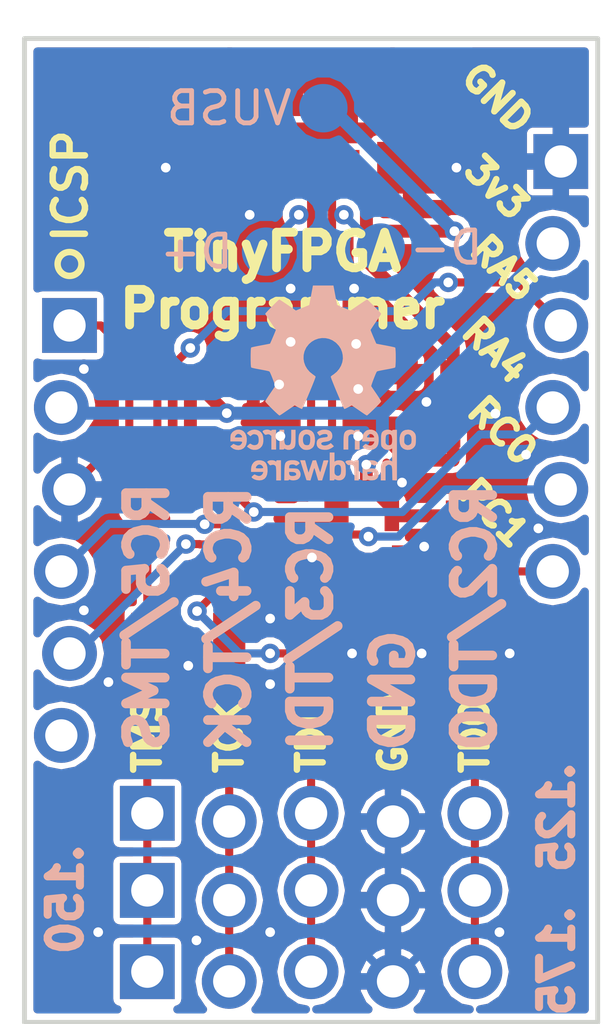
<source format=kicad_pcb>
(kicad_pcb (version 4) (host pcbnew 4.0.6)

  (general
    (links 0)
    (no_connects 0)
    (area 138.354999 100.254999 156.285001 130.885001)
    (thickness 1.6)
    (drawings 25)
    (tracks 273)
    (zones 0)
    (modules 17)
    (nets 18)
  )

  (page A4)
  (layers
    (0 F.Cu signal)
    (31 B.Cu signal)
    (32 B.Adhes user)
    (33 F.Adhes user)
    (34 B.Paste user)
    (35 F.Paste user)
    (36 B.SilkS user)
    (37 F.SilkS user)
    (38 B.Mask user)
    (39 F.Mask user)
    (40 Dwgs.User user)
    (41 Cmts.User user)
    (42 Eco1.User user)
    (43 Eco2.User user)
    (44 Edge.Cuts user)
    (45 Margin user)
    (46 B.CrtYd user)
    (47 F.CrtYd user)
    (48 B.Fab user)
    (49 F.Fab user hide)
  )

  (setup
    (last_trace_width 0.25)
    (trace_clearance 0.2)
    (zone_clearance 0.2)
    (zone_45_only no)
    (trace_min 0.2)
    (segment_width 0.2)
    (edge_width 0.15)
    (via_size 0.6)
    (via_drill 0.4)
    (via_min_size 0.6)
    (via_min_drill 0.3)
    (user_via 0.6 0.3)
    (uvia_size 0.3)
    (uvia_drill 0.1)
    (uvias_allowed no)
    (uvia_min_size 0.2)
    (uvia_min_drill 0.1)
    (pcb_text_width 0.3)
    (pcb_text_size 1.5 1.5)
    (mod_edge_width 0.15)
    (mod_text_size 1 1)
    (mod_text_width 0.15)
    (pad_size 1.524 1.524)
    (pad_drill 0.762)
    (pad_to_mask_clearance 0.05)
    (aux_axis_origin 0 0)
    (visible_elements 7FFFFFFF)
    (pcbplotparams
      (layerselection 0x00008_00000000)
      (usegerberextensions false)
      (excludeedgelayer true)
      (linewidth 0.150000)
      (plotframeref false)
      (viasonmask false)
      (mode 1)
      (useauxorigin false)
      (hpglpennumber 1)
      (hpglpenspeed 20)
      (hpglpendiameter 15)
      (hpglpenoverlay 2)
      (psnegative false)
      (psa4output false)
      (plotreference true)
      (plotvalue true)
      (plotinvisibletext false)
      (padsonsilk false)
      (subtractmaskfromsilk false)
      (outputformat 1)
      (mirror false)
      (drillshape 0)
      (scaleselection 1)
      (outputdirectory C:/Users/lvale/Documents/programmer-gerbers/))
  )

  (net 0 "")
  (net 1 +5V)
  (net 2 GND)
  (net 3 +3V3)
  (net 4 "Net-(C4-Pad2)")
  (net 5 "Net-(J1-Pad2)")
  (net 6 "Net-(J1-Pad3)")
  (net 7 "Net-(J1-Pad4)")
  (net 8 "Net-(J2-Pad1)")
  (net 9 "Net-(J2-Pad2)")
  (net 10 "Net-(J2-Pad3)")
  (net 11 "Net-(J2-Pad5)")
  (net 12 VPP)
  (net 13 ICSPDAT)
  (net 14 ICSPCLK)
  (net 15 "Net-(J3-Pad6)")
  (net 16 RA4)
  (net 17 RA5)

  (net_class Default "This is the default net class."
    (clearance 0.2)
    (trace_width 0.25)
    (via_dia 0.6)
    (via_drill 0.4)
    (uvia_dia 0.3)
    (uvia_drill 0.1)
    (add_net +3V3)
    (add_net +5V)
    (add_net GND)
    (add_net ICSPCLK)
    (add_net ICSPDAT)
    (add_net "Net-(C4-Pad2)")
    (add_net "Net-(J1-Pad2)")
    (add_net "Net-(J1-Pad3)")
    (add_net "Net-(J1-Pad4)")
    (add_net "Net-(J2-Pad1)")
    (add_net "Net-(J2-Pad2)")
    (add_net "Net-(J2-Pad3)")
    (add_net "Net-(J2-Pad5)")
    (add_net "Net-(J3-Pad6)")
    (add_net RA4)
    (add_net RA5)
    (add_net VPP)
  )

  (module TinyFPGA:Pin_Header_Straight_1x05_Pitch2.54mm_SMD (layer F.Cu) (tedit 59ADD615) (tstamp 59ADD6E7)
    (at 147.32 119.38 90)
    (descr "surface-mounted straight pin header, 1x05, 2.54mm pitch, single row, style 1 (pin 1 left)")
    (tags "Surface mounted pin header SMD 1x05 2.54mm single row style1 pin1 left")
    (path /598412AC)
    (attr smd)
    (fp_text reference J2 (at 0 0 180) (layer F.Fab) hide
      (effects (font (size 1 1) (thickness 0.15)))
    )
    (fp_text value JTAG (at 0.635 0 180) (layer F.Fab)
      (effects (font (size 0.2 0.2) (thickness 0.05)))
    )
    (fp_line (start 1.27 6.35) (end -1.27 6.35) (layer F.Fab) (width 0.1))
    (fp_line (start -0.32 -6.35) (end 1.27 -6.35) (layer F.Fab) (width 0.1))
    (fp_line (start -1.27 6.35) (end -1.27 -5.4) (layer F.Fab) (width 0.1))
    (fp_line (start -1.27 -5.4) (end -0.32 -6.35) (layer F.Fab) (width 0.1))
    (fp_line (start 1.27 -6.35) (end 1.27 6.35) (layer F.Fab) (width 0.1))
    (fp_line (start -3.45 -6.85) (end -3.45 6.85) (layer F.CrtYd) (width 0.05))
    (fp_line (start -3.45 6.85) (end 3.45 6.85) (layer F.CrtYd) (width 0.05))
    (fp_line (start 3.45 6.85) (end 3.45 -6.85) (layer F.CrtYd) (width 0.05))
    (fp_line (start 3.45 -6.85) (end -3.45 -6.85) (layer F.CrtYd) (width 0.05))
    (fp_text user %R (at 0 0 180) (layer F.Fab)
      (effects (font (size 1 1) (thickness 0.15)))
    )
    (pad 1 smd rect (at 0 -5.08 90) (size 2.51 1) (layers F.Cu F.Paste F.Mask)
      (net 8 "Net-(J2-Pad1)"))
    (pad 3 smd rect (at 0 0 90) (size 2.51 1) (layers F.Cu F.Paste F.Mask)
      (net 10 "Net-(J2-Pad3)"))
    (pad 5 smd rect (at 0 5.08 90) (size 2.51 1) (layers F.Cu F.Paste F.Mask)
      (net 11 "Net-(J2-Pad5)"))
    (pad 2 smd rect (at 0 -2.54 90) (size 2.51 1) (layers F.Cu F.Paste F.Mask)
      (net 9 "Net-(J2-Pad2)"))
    (pad 4 smd rect (at 0 2.54 90) (size 2.51 1) (layers F.Cu F.Paste F.Mask)
      (net 2 GND))
    (model ${KISYS3DMOD}/Pin_Headers.3dshapes/Pin_Header_Straight_1x05_Pitch2.54mm_SMD_Pin1Left.wrl
      (at (xyz 0 0 0))
      (scale (xyz 1 1 1))
      (rotate (xyz 0 0 0))
    )
  )

  (module TinyFPGA:SOT23 (layer F.Cu) (tedit 593651E8) (tstamp 5984CEE1)
    (at 150.7744 113.8174)
    (path /5984065C)
    (solder_mask_margin 0.05)
    (fp_text reference U2 (at 0 -0.1) (layer F.Fab)
      (effects (font (size 0.3 0.3) (thickness 0.075)))
    )
    (fp_text value MIC5504-3.3YM5-TR (at 0 0.3) (layer F.Fab)
      (effects (font (size 0.2 0.16) (thickness 0.03175)))
    )
    (fp_circle (center 0.9364 -0.2386) (end 1.1364 -0.1636) (layer F.Fab) (width 0.15))
    (fp_line (start 1.45 -0.8) (end 1.45 0.8) (layer F.Fab) (width 0.15))
    (fp_line (start -1.45 -0.8) (end -1.45 0.8) (layer F.Fab) (width 0.15))
    (fp_line (start 1.45 0.8) (end -1.45 0.8) (layer F.Fab) (width 0.15))
    (fp_line (start 1.45 -0.8) (end -1.45 -0.8) (layer F.Fab) (width 0.15))
    (pad 2 smd rect (at 0 -1.3) (size 0.45 0.95) (layers F.Cu F.Paste F.Mask)
      (net 2 GND))
    (pad 3 smd rect (at -0.95 -1.3) (size 0.45 0.95) (layers F.Cu F.Paste F.Mask)
      (net 1 +5V))
    (pad 1 smd rect (at 0.95 -1.3) (size 0.45 0.95) (layers F.Cu F.Paste F.Mask)
      (net 1 +5V))
    (pad 4 smd rect (at -0.95 1.3) (size 0.45 0.95) (layers F.Cu F.Paste F.Mask)
      (net 3 +3V3))
    (pad 5 smd rect (at 0.95 1.3) (size 0.45 0.95) (layers F.Cu F.Paste F.Mask)
      (net 3 +3V3))
  )

  (module TinyFPGA:FCI-Micro-USB (layer F.Cu) (tedit 595DDA79) (tstamp 5984CEC9)
    (at 147.32 101.7825 180)
    (descr http://www.molex.com/pdm_docs/sd/473460001_sd.pdf)
    (tags "Micro-USB SMD")
    (path /598417AF)
    (solder_mask_margin 0.05)
    (attr smd)
    (fp_text reference J1 (at 0 4.6275 360) (layer F.Fab)
      (effects (font (size 1 1) (thickness 0.15)))
    )
    (fp_text value USB (at 0 3.3575 360) (layer F.Fab)
      (effects (font (size 1 1) (thickness 0.15)))
    )
    (fp_text user "PCB Front Edge" (at 7.239 2.3415 360) (layer Dwgs.User)
      (effects (font (size 0.4 0.4) (thickness 0.04)))
    )
    (fp_line (start 4.594363 2.419657) (end -4.605637 2.419657) (layer F.CrtYd) (width 0.05))
    (fp_line (start 4.594363 -3.840343) (end 4.594363 2.419657) (layer F.CrtYd) (width 0.05))
    (fp_line (start -4.605637 -3.840343) (end 4.594363 -3.840343) (layer F.CrtYd) (width 0.05))
    (fp_line (start -4.605637 2.419657) (end -4.605637 -3.840343) (layer F.CrtYd) (width 0.05))
    (fp_line (start 3.75 2.15) (end -3.75 2.15) (layer F.Fab) (width 0.1))
    (fp_line (start 3.75 -2.85) (end 3.75 2.15) (layer F.Fab) (width 0.1))
    (fp_line (start -3.75 -2.85) (end 3.75 -2.85) (layer F.Fab) (width 0.1))
    (fp_line (start -3.75 2.15) (end -3.75 -2.85) (layer F.Fab) (width 0.1))
    (fp_line (start -5 1.45) (end 5 1.45) (layer Dwgs.User) (width 0.15))
    (pad 1 smd rect (at -1.3 -2.675 270) (size 1.35 0.4) (layers F.Cu F.Paste F.Mask)
      (net 1 +5V))
    (pad 2 smd rect (at -0.65 -2.675 270) (size 1.35 0.4) (layers F.Cu F.Paste F.Mask)
      (net 5 "Net-(J1-Pad2)"))
    (pad 3 smd rect (at 0 -2.675 270) (size 1.35 0.4) (layers F.Cu F.Paste F.Mask)
      (net 6 "Net-(J1-Pad3)"))
    (pad 4 smd rect (at 0.65 -2.675 270) (size 1.35 0.4) (layers F.Cu F.Paste F.Mask)
      (net 7 "Net-(J1-Pad4)"))
    (pad 5 smd rect (at 1.3 -2.675 270) (size 1.35 0.4) (layers F.Cu F.Paste F.Mask)
      (net 2 GND))
    (pad 6 smd rect (at -3.1 -2.55 180) (size 2.1 1.6) (layers F.Cu F.Paste F.Mask)
      (net 2 GND))
    (pad 6 smd rect (at 3.1 -2.55 180) (size 2.1 1.6) (layers F.Cu F.Paste F.Mask)
      (net 2 GND))
    (pad 6 smd rect (at -3.8 0 270) (size 1.9 1.8) (layers F.Cu F.Paste F.Mask)
      (net 2 GND))
    (pad 6 smd rect (at 3.8 0 270) (size 1.9 1.8) (layers F.Cu F.Paste F.Mask)
      (net 2 GND))
    (pad 6 smd rect (at -1.2 0 270) (size 1.9 1.9) (layers F.Cu F.Paste F.Mask)
      (net 2 GND))
    (pad 6 smd rect (at 1.2 0 270) (size 1.9 1.9) (layers F.Cu F.Paste F.Mask)
      (net 2 GND))
    (model Connectors_Molex.3dshapes/USB_Micro-B_Molex_47346-0001.wrl
      (at (xyz -0.05 0 0.05))
      (scale (xyz 0.39 0.39 0.39))
      (rotate (xyz -90 0 90))
    )
  )

  (module Housings_DFN_QFN:QFN-16-1EP_4x4mm_Pitch0.65mm (layer F.Cu) (tedit 5984CE96) (tstamp 59841274)
    (at 144.5514 114.8788)
    (descr "16-Lead Plastic Quad Flat, No Lead Package (ML) - 4x4x0.9 mm Body [QFN]; (see Microchip Packaging Specification 00000049BS.pdf)")
    (tags "QFN 0.65")
    (path /598405FB)
    (attr smd)
    (fp_text reference U1 (at 0 0) (layer F.Fab)
      (effects (font (size 1 1) (thickness 0.15)))
    )
    (fp_text value PIC16F1455-QFN16 (at 0 1) (layer F.Fab)
      (effects (font (size 0.2 0.2) (thickness 0.03175)))
    )
    (fp_line (start -1 -2) (end 2 -2) (layer F.Fab) (width 0.15))
    (fp_line (start 2 -2) (end 2 2) (layer F.Fab) (width 0.15))
    (fp_line (start 2 2) (end -2 2) (layer F.Fab) (width 0.15))
    (fp_line (start -2 2) (end -2 -1) (layer F.Fab) (width 0.15))
    (fp_line (start -2 -1) (end -1 -2) (layer F.Fab) (width 0.15))
    (pad 1 smd oval (at -2 -0.975) (size 0.8 0.35) (layers F.Cu F.Paste F.Mask)
      (net 17 RA5))
    (pad 2 smd oval (at -2 -0.325) (size 0.8 0.35) (layers F.Cu F.Paste F.Mask)
      (net 16 RA4))
    (pad 3 smd oval (at -2 0.325) (size 0.8 0.35) (layers F.Cu F.Paste F.Mask)
      (net 12 VPP))
    (pad 4 smd oval (at -2 0.975) (size 0.8 0.35) (layers F.Cu F.Paste F.Mask)
      (net 8 "Net-(J2-Pad1)"))
    (pad 5 smd oval (at -0.975 2 90) (size 0.8 0.35) (layers F.Cu F.Paste F.Mask)
      (net 9 "Net-(J2-Pad2)"))
    (pad 6 smd oval (at -0.325 2 90) (size 0.8 0.35) (layers F.Cu F.Paste F.Mask)
      (net 10 "Net-(J2-Pad3)"))
    (pad 7 smd oval (at 0.325 2 90) (size 0.8 0.35) (layers F.Cu F.Paste F.Mask)
      (net 11 "Net-(J2-Pad5)"))
    (pad 8 smd oval (at 0.975 2 90) (size 0.8 0.35) (layers F.Cu F.Paste F.Mask)
      (net 14 ICSPCLK))
    (pad 9 smd oval (at 2 0.975) (size 0.8 0.35) (layers F.Cu F.Paste F.Mask)
      (net 13 ICSPDAT))
    (pad 10 smd oval (at 2 0.325) (size 0.8 0.35) (layers F.Cu F.Paste F.Mask)
      (net 4 "Net-(C4-Pad2)"))
    (pad 11 smd oval (at 2 -0.325) (size 0.8 0.35) (layers F.Cu F.Paste F.Mask)
      (net 5 "Net-(J1-Pad2)"))
    (pad 12 smd oval (at 2 -0.975) (size 0.8 0.35) (layers F.Cu F.Paste F.Mask)
      (net 6 "Net-(J1-Pad3)"))
    (pad 13 smd oval (at 0.975 -2 90) (size 0.8 0.35) (layers F.Cu F.Paste F.Mask)
      (net 2 GND))
    (pad 14 smd oval (at 0.325 -2 90) (size 0.8 0.35) (layers F.Cu F.Paste F.Mask))
    (pad 15 smd oval (at -0.325 -2 90) (size 0.8 0.35) (layers F.Cu F.Paste F.Mask))
    (pad 16 smd oval (at -0.975 -2 90) (size 0.8 0.35) (layers F.Cu F.Paste F.Mask)
      (net 3 +3V3))
    (model ${KISYS3DMOD}/Housings_DFN_QFN.3dshapes/QFN-16-1EP_4x4mm_Pitch0.65mm.wrl
      (at (xyz 0 0 0))
      (scale (xyz 1 1 1))
      (rotate (xyz 0 0 0))
    )
  )

  (module Capacitors_SMD:C_0603 (layer F.Cu) (tedit 5984CF6D) (tstamp 59841228)
    (at 150.9776 110.6678 180)
    (descr "Capacitor SMD 0603, reflow soldering, AVX (see smccp.pdf)")
    (tags "capacitor 0603")
    (path /5984091E)
    (attr smd)
    (fp_text reference C1 (at 0 -0.15 180) (layer F.Fab)
      (effects (font (size 0.2 0.2) (thickness 0.05)))
    )
    (fp_text value 1uF (at 0 0.2 180) (layer F.Fab)
      (effects (font (size 0.2 0.2) (thickness 0.05)))
    )
    (fp_line (start -0.8 0.4) (end -0.8 -0.4) (layer F.Fab) (width 0.1))
    (fp_line (start 0.8 0.4) (end -0.8 0.4) (layer F.Fab) (width 0.1))
    (fp_line (start 0.8 -0.4) (end 0.8 0.4) (layer F.Fab) (width 0.1))
    (fp_line (start -0.8 -0.4) (end 0.8 -0.4) (layer F.Fab) (width 0.1))
    (fp_line (start -1.4 -0.65) (end 1.4 -0.65) (layer F.CrtYd) (width 0.05))
    (fp_line (start -1.4 -0.65) (end -1.4 0.65) (layer F.CrtYd) (width 0.05))
    (fp_line (start 1.4 0.65) (end 1.4 -0.65) (layer F.CrtYd) (width 0.05))
    (fp_line (start 1.4 0.65) (end -1.4 0.65) (layer F.CrtYd) (width 0.05))
    (pad 1 smd rect (at -0.75 0 180) (size 0.8 0.75) (layers F.Cu F.Paste F.Mask)
      (net 1 +5V))
    (pad 2 smd rect (at 0.75 0 180) (size 0.8 0.75) (layers F.Cu F.Paste F.Mask)
      (net 2 GND))
    (model Capacitors_SMD.3dshapes/C_0603.wrl
      (at (xyz 0 0 0))
      (scale (xyz 1 1 1))
      (rotate (xyz 0 0 0))
    )
  )

  (module Capacitors_SMD:C_0603 (layer F.Cu) (tedit 5984CF9B) (tstamp 5984122E)
    (at 150.9776 116.4082 180)
    (descr "Capacitor SMD 0603, reflow soldering, AVX (see smccp.pdf)")
    (tags "capacitor 0603")
    (path /59840991)
    (attr smd)
    (fp_text reference C2 (at 0 -0.15 180) (layer F.Fab)
      (effects (font (size 0.2 0.2) (thickness 0.05)))
    )
    (fp_text value 1uF (at 0 0.2 180) (layer F.Fab)
      (effects (font (size 0.2 0.2) (thickness 0.05)))
    )
    (fp_line (start -0.8 0.4) (end -0.8 -0.4) (layer F.Fab) (width 0.1))
    (fp_line (start 0.8 0.4) (end -0.8 0.4) (layer F.Fab) (width 0.1))
    (fp_line (start 0.8 -0.4) (end 0.8 0.4) (layer F.Fab) (width 0.1))
    (fp_line (start -0.8 -0.4) (end 0.8 -0.4) (layer F.Fab) (width 0.1))
    (fp_line (start -1.4 -0.65) (end 1.4 -0.65) (layer F.CrtYd) (width 0.05))
    (fp_line (start -1.4 -0.65) (end -1.4 0.65) (layer F.CrtYd) (width 0.05))
    (fp_line (start 1.4 0.65) (end 1.4 -0.65) (layer F.CrtYd) (width 0.05))
    (fp_line (start 1.4 0.65) (end -1.4 0.65) (layer F.CrtYd) (width 0.05))
    (pad 1 smd rect (at -0.75 0 180) (size 0.8 0.75) (layers F.Cu F.Paste F.Mask)
      (net 3 +3V3))
    (pad 2 smd rect (at 0.75 0 180) (size 0.8 0.75) (layers F.Cu F.Paste F.Mask)
      (net 2 GND))
    (model Capacitors_SMD.3dshapes/C_0603.wrl
      (at (xyz 0 0 0))
      (scale (xyz 1 1 1))
      (rotate (xyz 0 0 0))
    )
  )

  (module Capacitors_SMD:C_0603 (layer F.Cu) (tedit 5984CFCA) (tstamp 59841234)
    (at 144.5514 111.0488)
    (descr "Capacitor SMD 0603, reflow soldering, AVX (see smccp.pdf)")
    (tags "capacitor 0603")
    (path /59840AB1)
    (attr smd)
    (fp_text reference C3 (at 0 -0.15) (layer F.Fab)
      (effects (font (size 0.2 0.2) (thickness 0.05)))
    )
    (fp_text value 100nF (at 0 0.2) (layer F.Fab)
      (effects (font (size 0.2 0.2) (thickness 0.05)))
    )
    (fp_line (start -0.8 0.4) (end -0.8 -0.4) (layer F.Fab) (width 0.1))
    (fp_line (start 0.8 0.4) (end -0.8 0.4) (layer F.Fab) (width 0.1))
    (fp_line (start 0.8 -0.4) (end 0.8 0.4) (layer F.Fab) (width 0.1))
    (fp_line (start -0.8 -0.4) (end 0.8 -0.4) (layer F.Fab) (width 0.1))
    (fp_line (start -1.4 -0.65) (end 1.4 -0.65) (layer F.CrtYd) (width 0.05))
    (fp_line (start -1.4 -0.65) (end -1.4 0.65) (layer F.CrtYd) (width 0.05))
    (fp_line (start 1.4 0.65) (end 1.4 -0.65) (layer F.CrtYd) (width 0.05))
    (fp_line (start 1.4 0.65) (end -1.4 0.65) (layer F.CrtYd) (width 0.05))
    (pad 1 smd rect (at -0.75 0) (size 0.8 0.75) (layers F.Cu F.Paste F.Mask)
      (net 3 +3V3))
    (pad 2 smd rect (at 0.75 0) (size 0.8 0.75) (layers F.Cu F.Paste F.Mask)
      (net 2 GND))
    (model Capacitors_SMD.3dshapes/C_0603.wrl
      (at (xyz 0 0 0))
      (scale (xyz 1 1 1))
      (rotate (xyz 0 0 0))
    )
  )

  (module Capacitors_SMD:C_0603 (layer F.Cu) (tedit 5984D260) (tstamp 5984123A)
    (at 148.1074 115.6716 90)
    (descr "Capacitor SMD 0603, reflow soldering, AVX (see smccp.pdf)")
    (tags "capacitor 0603")
    (path /598409EE)
    (attr smd)
    (fp_text reference C4 (at 0 -0.15 90) (layer F.Fab)
      (effects (font (size 0.2 0.2) (thickness 0.05)))
    )
    (fp_text value 1uF (at 0 0.2 90) (layer F.Fab)
      (effects (font (size 0.2 0.2) (thickness 0.05)))
    )
    (fp_line (start -0.8 0.4) (end -0.8 -0.4) (layer F.Fab) (width 0.1))
    (fp_line (start 0.8 0.4) (end -0.8 0.4) (layer F.Fab) (width 0.1))
    (fp_line (start 0.8 -0.4) (end 0.8 0.4) (layer F.Fab) (width 0.1))
    (fp_line (start -0.8 -0.4) (end 0.8 -0.4) (layer F.Fab) (width 0.1))
    (fp_line (start -1.4 -0.65) (end 1.4 -0.65) (layer F.CrtYd) (width 0.05))
    (fp_line (start -1.4 -0.65) (end -1.4 0.65) (layer F.CrtYd) (width 0.05))
    (fp_line (start 1.4 0.65) (end 1.4 -0.65) (layer F.CrtYd) (width 0.05))
    (fp_line (start 1.4 0.65) (end -1.4 0.65) (layer F.CrtYd) (width 0.05))
    (pad 1 smd rect (at -0.75 0 90) (size 0.8 0.75) (layers F.Cu F.Paste F.Mask)
      (net 2 GND))
    (pad 2 smd rect (at 0.75 0 90) (size 0.8 0.75) (layers F.Cu F.Paste F.Mask)
      (net 4 "Net-(C4-Pad2)"))
    (model Capacitors_SMD.3dshapes/C_0603.wrl
      (at (xyz 0 0 0))
      (scale (xyz 1 1 1))
      (rotate (xyz 0 0 0))
    )
  )

  (module Pin_Headers:Pin_Header_Straight_1x05_Pitch2.54mm (layer F.Cu) (tedit 5984DF26) (tstamp 59841252)
    (at 142.24 124.46 90)
    (descr "Through hole straight pin header, 1x05, 2.54mm pitch, single row")
    (tags "Through hole pin header THT 1x05 2.54mm single row")
    (path /598412AC)
    (fp_text reference J2 (at 0 -2.33 90) (layer F.Fab)
      (effects (font (size 1 1) (thickness 0.15)))
    )
    (fp_text value JTAG (at 1.27 12.7 90) (layer F.Fab) hide
      (effects (font (size 1 1) (thickness 0.15)))
    )
    (fp_line (start -0.635 -1.27) (end 1.27 -1.27) (layer F.Fab) (width 0.1))
    (fp_line (start 1.27 -1.27) (end 1.27 11.43) (layer F.Fab) (width 0.1))
    (fp_line (start 1.27 11.43) (end -1.27 11.43) (layer F.Fab) (width 0.1))
    (fp_line (start -1.27 11.43) (end -1.27 -0.635) (layer F.Fab) (width 0.1))
    (fp_line (start -1.27 -0.635) (end -0.635 -1.27) (layer F.Fab) (width 0.1))
    (pad 1 thru_hole rect (at 0.127 0 90) (size 1.7 1.7) (drill 1) (layers *.Cu *.Mask)
      (net 8 "Net-(J2-Pad1)"))
    (pad 2 thru_hole oval (at -0.127 2.54 90) (size 1.7 1.7) (drill 1) (layers *.Cu *.Mask)
      (net 9 "Net-(J2-Pad2)"))
    (pad 3 thru_hole oval (at 0.127 5.08 90) (size 1.7 1.7) (drill 1) (layers *.Cu *.Mask)
      (net 10 "Net-(J2-Pad3)"))
    (pad 4 thru_hole oval (at -0.127 7.62 90) (size 1.7 1.7) (drill 1) (layers *.Cu *.Mask)
      (net 2 GND))
    (pad 5 thru_hole oval (at 0.127 10.16 90) (size 1.7 1.7) (drill 1) (layers *.Cu *.Mask)
      (net 11 "Net-(J2-Pad5)"))
    (model ${KISYS3DMOD}/Pin_Headers.3dshapes/Pin_Header_Straight_1x05_Pitch2.54mm.wrl
      (at (xyz 0 0 0))
      (scale (xyz 1 1 1))
      (rotate (xyz 0 0 0))
    )
  )

  (module Pin_Headers:Pin_Header_Straight_1x05_Pitch2.54mm (layer F.Cu) (tedit 59ADD0C2) (tstamp 59ADD154)
    (at 142.24 126.873 90)
    (descr "Through hole straight pin header, 1x05, 2.54mm pitch, single row")
    (tags "Through hole pin header THT 1x05 2.54mm single row")
    (path /598412AC)
    (fp_text reference J2 (at 0 -2.33 90) (layer F.Fab)
      (effects (font (size 1 1) (thickness 0.15)))
    )
    (fp_text value JTAG (at 1.27 12.7 90) (layer F.Fab) hide
      (effects (font (size 1 1) (thickness 0.15)))
    )
    (fp_line (start -0.635 -1.27) (end 1.27 -1.27) (layer F.Fab) (width 0.1))
    (fp_line (start 1.27 -1.27) (end 1.27 11.43) (layer F.Fab) (width 0.1))
    (fp_line (start 1.27 11.43) (end -1.27 11.43) (layer F.Fab) (width 0.1))
    (fp_line (start -1.27 11.43) (end -1.27 -0.635) (layer F.Fab) (width 0.1))
    (fp_line (start -1.27 -0.635) (end -0.635 -1.27) (layer F.Fab) (width 0.1))
    (pad 1 thru_hole rect (at 0.15 0 90) (size 1.7 1.7) (drill 1) (layers *.Cu *.Mask)
      (net 8 "Net-(J2-Pad1)"))
    (pad 2 thru_hole oval (at -0.15 2.54 90) (size 1.7 1.7) (drill 1) (layers *.Cu *.Mask)
      (net 9 "Net-(J2-Pad2)"))
    (pad 3 thru_hole oval (at 0.15 5.08 90) (size 1.7 1.7) (drill 1) (layers *.Cu *.Mask)
      (net 10 "Net-(J2-Pad3)"))
    (pad 4 thru_hole oval (at -0.15 7.62 90) (size 1.7 1.7) (drill 1) (layers *.Cu *.Mask)
      (net 2 GND))
    (pad 5 thru_hole oval (at 0.15 10.16 90) (size 1.7 1.7) (drill 1) (layers *.Cu *.Mask)
      (net 11 "Net-(J2-Pad5)"))
    (model ${KISYS3DMOD}/Pin_Headers.3dshapes/Pin_Header_Straight_1x05_Pitch2.54mm.wrl
      (at (xyz 0 0 0))
      (scale (xyz 1 1 1))
      (rotate (xyz 0 0 0))
    )
  )

  (module Pin_Headers:Pin_Header_Straight_1x05_Pitch2.54mm (layer F.Cu) (tedit 59ADD0C2) (tstamp 59ADD305)
    (at 142.24 129.39 90)
    (descr "Through hole straight pin header, 1x05, 2.54mm pitch, single row")
    (tags "Through hole pin header THT 1x05 2.54mm single row")
    (path /598412AC)
    (fp_text reference J2 (at 0 -2.33 90) (layer F.Fab)
      (effects (font (size 1 1) (thickness 0.15)))
    )
    (fp_text value JTAG (at 1.27 12.7 90) (layer F.Fab) hide
      (effects (font (size 1 1) (thickness 0.15)))
    )
    (fp_line (start -0.635 -1.27) (end 1.27 -1.27) (layer F.Fab) (width 0.1))
    (fp_line (start 1.27 -1.27) (end 1.27 11.43) (layer F.Fab) (width 0.1))
    (fp_line (start 1.27 11.43) (end -1.27 11.43) (layer F.Fab) (width 0.1))
    (fp_line (start -1.27 11.43) (end -1.27 -0.635) (layer F.Fab) (width 0.1))
    (fp_line (start -1.27 -0.635) (end -0.635 -1.27) (layer F.Fab) (width 0.1))
    (pad 1 thru_hole rect (at 0.15 0 90) (size 1.7 1.7) (drill 1) (layers *.Cu *.Mask)
      (net 8 "Net-(J2-Pad1)"))
    (pad 2 thru_hole oval (at -0.15 2.54 90) (size 1.7 1.7) (drill 1) (layers *.Cu *.Mask)
      (net 9 "Net-(J2-Pad2)"))
    (pad 3 thru_hole oval (at 0.15 5.08 90) (size 1.7 1.7) (drill 1) (layers *.Cu *.Mask)
      (net 10 "Net-(J2-Pad3)"))
    (pad 4 thru_hole oval (at -0.15 7.62 90) (size 1.7 1.7) (drill 1) (layers *.Cu *.Mask)
      (net 2 GND))
    (pad 5 thru_hole oval (at 0.15 10.16 90) (size 1.7 1.7) (drill 1) (layers *.Cu *.Mask)
      (net 11 "Net-(J2-Pad5)"))
    (model ${KISYS3DMOD}/Pin_Headers.3dshapes/Pin_Header_Straight_1x05_Pitch2.54mm.wrl
      (at (xyz 0 0 0))
      (scale (xyz 1 1 1))
      (rotate (xyz 0 0 0))
    )
  )

  (module Pin_Headers:Pin_Header_Straight_1x06_Pitch2.54mm (layer F.Cu) (tedit 59ADF28B) (tstamp 59ADF30F)
    (at 154.94 104.14)
    (descr "Through hole straight pin header, 1x06, 2.54mm pitch, single row")
    (tags "Through hole pin header THT 1x06 2.54mm single row")
    (path /59ADF270)
    (fp_text reference J4 (at 0.05 -2.95) (layer F.Fab) hide
      (effects (font (size 1 1) (thickness 0.15)))
    )
    (fp_text value CONN_01X06 (at 0 15.03) (layer F.Fab)
      (effects (font (size 1 1) (thickness 0.15)))
    )
    (fp_line (start -0.635 -1.27) (end 1.27 -1.27) (layer F.Fab) (width 0.1))
    (fp_line (start 1.27 -1.27) (end 1.27 13.97) (layer F.Fab) (width 0.1))
    (fp_line (start 1.27 13.97) (end -1.27 13.97) (layer F.Fab) (width 0.1))
    (fp_line (start -1.27 13.97) (end -1.27 -0.635) (layer F.Fab) (width 0.1))
    (fp_line (start -1.27 -0.635) (end -0.635 -1.27) (layer F.Fab) (width 0.1))
    (fp_line (start -1.8 -1.8) (end -1.8 14.5) (layer F.CrtYd) (width 0.05))
    (fp_line (start -1.8 14.5) (end 1.8 14.5) (layer F.CrtYd) (width 0.05))
    (fp_line (start 1.8 14.5) (end 1.8 -1.8) (layer F.CrtYd) (width 0.05))
    (fp_line (start 1.8 -1.8) (end -1.8 -1.8) (layer F.CrtYd) (width 0.05))
    (fp_text user %R (at 0 6.35 90) (layer F.Fab)
      (effects (font (size 1 1) (thickness 0.15)))
    )
    (pad 1 thru_hole rect (at 0.125 0) (size 1.7 1.7) (drill 1) (layers *.Cu *.Mask)
      (net 2 GND))
    (pad 2 thru_hole oval (at -0.125 2.54) (size 1.7 1.7) (drill 1) (layers *.Cu *.Mask)
      (net 3 +3V3))
    (pad 3 thru_hole oval (at 0.125 5.08) (size 1.7 1.7) (drill 1) (layers *.Cu *.Mask)
      (net 17 RA5))
    (pad 4 thru_hole oval (at -0.125 7.62) (size 1.7 1.7) (drill 1) (layers *.Cu *.Mask)
      (net 16 RA4))
    (pad 5 thru_hole oval (at 0.125 10.16) (size 1.7 1.7) (drill 1) (layers *.Cu *.Mask)
      (net 13 ICSPDAT))
    (pad 6 thru_hole oval (at -0.125 12.7) (size 1.7 1.7) (drill 1) (layers *.Cu *.Mask)
      (net 14 ICSPCLK))
    (model ${KISYS3DMOD}/Pin_Headers.3dshapes/Pin_Header_Straight_1x06_Pitch2.54mm.wrl
      (at (xyz 0 0 0))
      (scale (xyz 1 1 1))
      (rotate (xyz 0 0 0))
    )
  )

  (module Pin_Headers:Pin_Header_Straight_1x06_Pitch2.54mm (layer F.Cu) (tedit 59AE1E6D) (tstamp 5984125C)
    (at 139.7 109.22)
    (descr "Through hole straight pin header, 1x06, 2.54mm pitch, single row")
    (tags "Through hole pin header THT 1x06 2.54mm single row")
    (path /59841999)
    (fp_text reference J3 (at 0 15.24) (layer F.Fab)
      (effects (font (size 1 1) (thickness 0.15)))
    )
    (fp_text value ICSP (at 0.1524 -4.318 90) (layer F.SilkS)
      (effects (font (size 1 1) (thickness 0.2)))
    )
    (fp_line (start -0.635 -1.27) (end 1.27 -1.27) (layer F.Fab) (width 0.1))
    (fp_line (start 1.27 -1.27) (end 1.27 13.97) (layer F.Fab) (width 0.1))
    (fp_line (start 1.27 13.97) (end -1.27 13.97) (layer F.Fab) (width 0.1))
    (fp_line (start -1.27 13.97) (end -1.27 -0.635) (layer F.Fab) (width 0.1))
    (fp_line (start -1.27 -0.635) (end -0.635 -1.27) (layer F.Fab) (width 0.1))
    (pad 1 thru_hole rect (at 0.127 0) (size 1.7 1.7) (drill 1) (layers *.Cu *.Mask)
      (net 12 VPP))
    (pad 2 thru_hole oval (at -0.127 2.54) (size 1.7 1.7) (drill 1) (layers *.Cu *.Mask)
      (net 3 +3V3))
    (pad 3 thru_hole oval (at 0.127 5.08) (size 1.7 1.7) (drill 1) (layers *.Cu *.Mask)
      (net 2 GND))
    (pad 4 thru_hole oval (at -0.127 7.62) (size 1.7 1.7) (drill 1) (layers *.Cu *.Mask)
      (net 13 ICSPDAT))
    (pad 5 thru_hole oval (at 0.127 10.16) (size 1.7 1.7) (drill 1) (layers *.Cu *.Mask)
      (net 14 ICSPCLK))
    (pad 6 thru_hole oval (at -0.127 12.7) (size 1.7 1.7) (drill 1) (layers *.Cu *.Mask)
      (net 15 "Net-(J3-Pad6)"))
    (model ${KISYS3DMOD}/Pin_Headers.3dshapes/Pin_Header_Straight_1x06_Pitch2.54mm.wrl
      (at (xyz 0 0 0))
      (scale (xyz 1 1 1))
      (rotate (xyz 0 0 0))
    )
  )

  (module Measurement_Points:Measurement_Point_Round-SMD-Pad_Small (layer B.Cu) (tedit 59AE21D3) (tstamp 59AE2112)
    (at 147.701 102.489)
    (descr "Mesurement Point, Round, SMD Pad, DM 1.5mm,")
    (tags "Mesurement Point Round SMD Pad 1.5mm")
    (path /59AE1FC1)
    (attr virtual)
    (fp_text reference VUSB (at -2.921 0) (layer B.SilkS)
      (effects (font (size 1 1) (thickness 0.15)) (justify mirror))
    )
    (fp_text value TEST (at 0 -2) (layer B.Fab)
      (effects (font (size 1 1) (thickness 0.15)) (justify mirror))
    )
    (fp_circle (center 0 0) (end 1 0) (layer B.CrtYd) (width 0.05))
    (pad 1 smd circle (at 0 0) (size 1.5 1.5) (layers B.Cu B.Mask)
      (net 1 +5V))
  )

  (module Measurement_Points:Measurement_Point_Round-SMD-Pad_Small (layer B.Cu) (tedit 59AE2143) (tstamp 59AE210D)
    (at 149.479 106.807)
    (descr "Mesurement Point, Round, SMD Pad, DM 1.5mm,")
    (tags "Mesurement Point Round SMD Pad 1.5mm")
    (path /59AE214D)
    (attr virtual)
    (fp_text reference D- (at 2.032 0) (layer B.SilkS)
      (effects (font (size 1 1) (thickness 0.15)) (justify mirror))
    )
    (fp_text value TEST (at 0 -2) (layer B.Fab)
      (effects (font (size 1 1) (thickness 0.15)) (justify mirror))
    )
    (fp_circle (center 0 0) (end 1 0) (layer B.CrtYd) (width 0.05))
    (pad 1 smd circle (at 0 0) (size 1.5 1.5) (layers B.Cu B.Mask)
      (net 5 "Net-(J1-Pad2)"))
  )

  (module Measurement_Points:Measurement_Point_Round-SMD-Pad_Small (layer B.Cu) (tedit 59AE2135) (tstamp 59AE2108)
    (at 145.923 106.934)
    (descr "Mesurement Point, Round, SMD Pad, DM 1.5mm,")
    (tags "Mesurement Point Round SMD Pad 1.5mm")
    (path /59AE210A)
    (attr virtual)
    (fp_text reference D+ (at -2.159 0) (layer B.SilkS)
      (effects (font (size 1 1) (thickness 0.15)) (justify mirror))
    )
    (fp_text value TEST (at 0 -2) (layer B.Fab)
      (effects (font (size 1 1) (thickness 0.15)) (justify mirror))
    )
    (fp_circle (center 0 0) (end 1 0) (layer B.CrtYd) (width 0.05))
    (pad 1 smd circle (at 0 0) (size 1.5 1.5) (layers B.Cu B.Mask)
      (net 6 "Net-(J1-Pad3)"))
  )

  (module Symbols:OSHW-Logo_5.7x6mm_SilkScreen (layer B.Cu) (tedit 0) (tstamp 59AE230E)
    (at 147.701 110.998 180)
    (descr "Open Source Hardware Logo")
    (tags "Logo OSHW")
    (attr virtual)
    (fp_text reference REF*** (at 0 0 180) (layer B.SilkS) hide
      (effects (font (size 1 1) (thickness 0.15)) (justify mirror))
    )
    (fp_text value OSHW-Logo_5.7x6mm_SilkScreen (at 0.75 0 180) (layer B.Fab) hide
      (effects (font (size 1 1) (thickness 0.15)) (justify mirror))
    )
    (fp_poly (pts (xy -1.908759 -1.469184) (xy -1.882247 -1.482282) (xy -1.849553 -1.505106) (xy -1.825725 -1.529996)
      (xy -1.809406 -1.561249) (xy -1.79924 -1.603166) (xy -1.793872 -1.660044) (xy -1.791944 -1.736184)
      (xy -1.791831 -1.768917) (xy -1.792161 -1.840656) (xy -1.793527 -1.891927) (xy -1.7965 -1.927404)
      (xy -1.801649 -1.951763) (xy -1.809543 -1.96968) (xy -1.817757 -1.981902) (xy -1.870187 -2.033905)
      (xy -1.93193 -2.065184) (xy -1.998536 -2.074592) (xy -2.065558 -2.06098) (xy -2.086792 -2.051354)
      (xy -2.137624 -2.024859) (xy -2.137624 -2.440052) (xy -2.100525 -2.420868) (xy -2.051643 -2.406025)
      (xy -1.991561 -2.402222) (xy -1.931564 -2.409243) (xy -1.886256 -2.425013) (xy -1.848675 -2.455047)
      (xy -1.816564 -2.498024) (xy -1.81415 -2.502436) (xy -1.803967 -2.523221) (xy -1.79653 -2.54417)
      (xy -1.791411 -2.569548) (xy -1.788181 -2.603618) (xy -1.786413 -2.650641) (xy -1.785677 -2.714882)
      (xy -1.785544 -2.787176) (xy -1.785544 -3.017822) (xy -1.923861 -3.017822) (xy -1.923861 -2.592533)
      (xy -1.962549 -2.559979) (xy -2.002738 -2.53394) (xy -2.040797 -2.529205) (xy -2.079066 -2.541389)
      (xy -2.099462 -2.55332) (xy -2.114642 -2.570313) (xy -2.125438 -2.595995) (xy -2.132683 -2.633991)
      (xy -2.137208 -2.687926) (xy -2.139844 -2.761425) (xy -2.140772 -2.810347) (xy -2.143911 -3.011535)
      (xy -2.209926 -3.015336) (xy -2.27594 -3.019136) (xy -2.27594 -1.77065) (xy -2.137624 -1.77065)
      (xy -2.134097 -1.840254) (xy -2.122215 -1.888569) (xy -2.10002 -1.918631) (xy -2.065559 -1.933471)
      (xy -2.030742 -1.936436) (xy -1.991329 -1.933028) (xy -1.965171 -1.919617) (xy -1.948814 -1.901896)
      (xy -1.935937 -1.882835) (xy -1.928272 -1.861601) (xy -1.924861 -1.831849) (xy -1.924749 -1.787236)
      (xy -1.925897 -1.74988) (xy -1.928532 -1.693604) (xy -1.932456 -1.656658) (xy -1.939063 -1.633223)
      (xy -1.949749 -1.61748) (xy -1.959833 -1.60838) (xy -2.00197 -1.588537) (xy -2.05184 -1.585332)
      (xy -2.080476 -1.592168) (xy -2.108828 -1.616464) (xy -2.127609 -1.663728) (xy -2.136712 -1.733624)
      (xy -2.137624 -1.77065) (xy -2.27594 -1.77065) (xy -2.27594 -1.458614) (xy -2.206782 -1.458614)
      (xy -2.16526 -1.460256) (xy -2.143838 -1.466087) (xy -2.137626 -1.477461) (xy -2.137624 -1.477798)
      (xy -2.134742 -1.488938) (xy -2.12203 -1.487673) (xy -2.096757 -1.475433) (xy -2.037869 -1.456707)
      (xy -1.971615 -1.454739) (xy -1.908759 -1.469184)) (layer B.SilkS) (width 0.01))
    (fp_poly (pts (xy -1.38421 -2.406555) (xy -1.325055 -2.422339) (xy -1.280023 -2.450948) (xy -1.248246 -2.488419)
      (xy -1.238366 -2.504411) (xy -1.231073 -2.521163) (xy -1.225974 -2.542592) (xy -1.222679 -2.572616)
      (xy -1.220797 -2.615154) (xy -1.219937 -2.674122) (xy -1.219707 -2.75344) (xy -1.219703 -2.774484)
      (xy -1.219703 -3.017822) (xy -1.280059 -3.017822) (xy -1.318557 -3.015126) (xy -1.347023 -3.008295)
      (xy -1.354155 -3.004083) (xy -1.373652 -2.996813) (xy -1.393566 -3.004083) (xy -1.426353 -3.01316)
      (xy -1.473978 -3.016813) (xy -1.526764 -3.015228) (xy -1.575036 -3.008589) (xy -1.603218 -3.000072)
      (xy -1.657753 -2.965063) (xy -1.691835 -2.916479) (xy -1.707157 -2.851882) (xy -1.707299 -2.850223)
      (xy -1.705955 -2.821566) (xy -1.584356 -2.821566) (xy -1.573726 -2.854161) (xy -1.55641 -2.872505)
      (xy -1.521652 -2.886379) (xy -1.475773 -2.891917) (xy -1.428988 -2.889191) (xy -1.391514 -2.878274)
      (xy -1.381015 -2.871269) (xy -1.362668 -2.838904) (xy -1.35802 -2.802111) (xy -1.35802 -2.753763)
      (xy -1.427582 -2.753763) (xy -1.493667 -2.75885) (xy -1.543764 -2.773263) (xy -1.574929 -2.795729)
      (xy -1.584356 -2.821566) (xy -1.705955 -2.821566) (xy -1.703987 -2.779647) (xy -1.68071 -2.723845)
      (xy -1.636948 -2.681647) (xy -1.630899 -2.677808) (xy -1.604907 -2.665309) (xy -1.572735 -2.65774)
      (xy -1.52776 -2.654061) (xy -1.474331 -2.653216) (xy -1.35802 -2.653169) (xy -1.35802 -2.604411)
      (xy -1.362953 -2.566581) (xy -1.375543 -2.541236) (xy -1.377017 -2.539887) (xy -1.405034 -2.5288)
      (xy -1.447326 -2.524503) (xy -1.494064 -2.526615) (xy -1.535418 -2.534756) (xy -1.559957 -2.546965)
      (xy -1.573253 -2.556746) (xy -1.587294 -2.558613) (xy -1.606671 -2.5506) (xy -1.635976 -2.530739)
      (xy -1.679803 -2.497063) (xy -1.683825 -2.493909) (xy -1.681764 -2.482236) (xy -1.664568 -2.462822)
      (xy -1.638433 -2.441248) (xy -1.609552 -2.423096) (xy -1.600478 -2.418809) (xy -1.56738 -2.410256)
      (xy -1.51888 -2.404155) (xy -1.464695 -2.401708) (xy -1.462161 -2.401703) (xy -1.38421 -2.406555)) (layer B.SilkS) (width 0.01))
    (fp_poly (pts (xy -0.993356 -2.40302) (xy -0.974539 -2.40866) (xy -0.968473 -2.421053) (xy -0.968218 -2.426647)
      (xy -0.967129 -2.44223) (xy -0.959632 -2.444676) (xy -0.939381 -2.433993) (xy -0.927351 -2.426694)
      (xy -0.8894 -2.411063) (xy -0.844072 -2.403334) (xy -0.796544 -2.40274) (xy -0.751995 -2.408513)
      (xy -0.715602 -2.419884) (xy -0.692543 -2.436088) (xy -0.687996 -2.456355) (xy -0.690291 -2.461843)
      (xy -0.70702 -2.484626) (xy -0.732963 -2.512647) (xy -0.737655 -2.517177) (xy -0.762383 -2.538005)
      (xy -0.783718 -2.544735) (xy -0.813555 -2.540038) (xy -0.825508 -2.536917) (xy -0.862705 -2.529421)
      (xy -0.888859 -2.532792) (xy -0.910946 -2.544681) (xy -0.931178 -2.560635) (xy -0.946079 -2.5807)
      (xy -0.956434 -2.608702) (xy -0.963029 -2.648467) (xy -0.966649 -2.703823) (xy -0.968078 -2.778594)
      (xy -0.968218 -2.82374) (xy -0.968218 -3.017822) (xy -1.09396 -3.017822) (xy -1.09396 -2.401683)
      (xy -1.031089 -2.401683) (xy -0.993356 -2.40302)) (layer B.SilkS) (width 0.01))
    (fp_poly (pts (xy -0.201188 -3.017822) (xy -0.270346 -3.017822) (xy -0.310488 -3.016645) (xy -0.331394 -3.011772)
      (xy -0.338922 -3.001186) (xy -0.339505 -2.994029) (xy -0.340774 -2.979676) (xy -0.348779 -2.976923)
      (xy -0.369815 -2.985771) (xy -0.386173 -2.994029) (xy -0.448977 -3.013597) (xy -0.517248 -3.014729)
      (xy -0.572752 -3.000135) (xy -0.624438 -2.964877) (xy -0.663838 -2.912835) (xy -0.685413 -2.85145)
      (xy -0.685962 -2.848018) (xy -0.689167 -2.810571) (xy -0.690761 -2.756813) (xy -0.690633 -2.716155)
      (xy -0.553279 -2.716155) (xy -0.550097 -2.770194) (xy -0.542859 -2.814735) (xy -0.53306 -2.839888)
      (xy -0.495989 -2.87426) (xy -0.451974 -2.886582) (xy -0.406584 -2.876618) (xy -0.367797 -2.846895)
      (xy -0.353108 -2.826905) (xy -0.344519 -2.80305) (xy -0.340496 -2.76823) (xy -0.339505 -2.71593)
      (xy -0.341278 -2.664139) (xy -0.345963 -2.618634) (xy -0.352603 -2.588181) (xy -0.35371 -2.585452)
      (xy -0.380491 -2.553) (xy -0.419579 -2.535183) (xy -0.463315 -2.532306) (xy -0.504038 -2.544674)
      (xy -0.534087 -2.572593) (xy -0.537204 -2.578148) (xy -0.546961 -2.612022) (xy -0.552277 -2.660728)
      (xy -0.553279 -2.716155) (xy -0.690633 -2.716155) (xy -0.690568 -2.69554) (xy -0.689664 -2.662563)
      (xy -0.683514 -2.580981) (xy -0.670733 -2.51973) (xy -0.649471 -2.474449) (xy -0.617878 -2.440779)
      (xy -0.587207 -2.421014) (xy -0.544354 -2.40712) (xy -0.491056 -2.402354) (xy -0.43648 -2.406236)
      (xy -0.389792 -2.418282) (xy -0.365124 -2.432693) (xy -0.339505 -2.455878) (xy -0.339505 -2.162773)
      (xy -0.201188 -2.162773) (xy -0.201188 -3.017822)) (layer B.SilkS) (width 0.01))
    (fp_poly (pts (xy 0.281524 -2.404237) (xy 0.331255 -2.407971) (xy 0.461291 -2.797773) (xy 0.481678 -2.728614)
      (xy 0.493946 -2.685874) (xy 0.510085 -2.628115) (xy 0.527512 -2.564625) (xy 0.536726 -2.53057)
      (xy 0.571388 -2.401683) (xy 0.714391 -2.401683) (xy 0.671646 -2.536857) (xy 0.650596 -2.603342)
      (xy 0.625167 -2.683539) (xy 0.59861 -2.767193) (xy 0.574902 -2.841782) (xy 0.520902 -3.011535)
      (xy 0.462598 -3.015328) (xy 0.404295 -3.019122) (xy 0.372679 -2.914734) (xy 0.353182 -2.849889)
      (xy 0.331904 -2.7784) (xy 0.313308 -2.715263) (xy 0.312574 -2.71275) (xy 0.298684 -2.669969)
      (xy 0.286429 -2.640779) (xy 0.277846 -2.629741) (xy 0.276082 -2.631018) (xy 0.269891 -2.64813)
      (xy 0.258128 -2.684787) (xy 0.242225 -2.736378) (xy 0.223614 -2.798294) (xy 0.213543 -2.832352)
      (xy 0.159007 -3.017822) (xy 0.043264 -3.017822) (xy -0.049263 -2.725471) (xy -0.075256 -2.643462)
      (xy -0.098934 -2.568987) (xy -0.11918 -2.505544) (xy -0.134874 -2.456632) (xy -0.144898 -2.425749)
      (xy -0.147945 -2.416726) (xy -0.145533 -2.407487) (xy -0.126592 -2.403441) (xy -0.087177 -2.403846)
      (xy -0.081007 -2.404152) (xy -0.007914 -2.407971) (xy 0.039957 -2.58401) (xy 0.057553 -2.648211)
      (xy 0.073277 -2.704649) (xy 0.085746 -2.748422) (xy 0.093574 -2.77463) (xy 0.09502 -2.778903)
      (xy 0.101014 -2.77399) (xy 0.113101 -2.748532) (xy 0.129893 -2.705997) (xy 0.150003 -2.64985)
      (xy 0.167003 -2.59913) (xy 0.231794 -2.400504) (xy 0.281524 -2.404237)) (layer B.SilkS) (width 0.01))
    (fp_poly (pts (xy 1.038411 -2.405417) (xy 1.091411 -2.41829) (xy 1.106731 -2.42511) (xy 1.136428 -2.442974)
      (xy 1.15922 -2.463093) (xy 1.176083 -2.488962) (xy 1.187998 -2.524073) (xy 1.195942 -2.57192)
      (xy 1.200894 -2.635996) (xy 1.203831 -2.719794) (xy 1.204947 -2.775768) (xy 1.209052 -3.017822)
      (xy 1.138932 -3.017822) (xy 1.096393 -3.016038) (xy 1.074476 -3.009942) (xy 1.068812 -2.999706)
      (xy 1.065821 -2.988637) (xy 1.052451 -2.990754) (xy 1.034233 -2.999629) (xy 0.988624 -3.013233)
      (xy 0.930007 -3.016899) (xy 0.868354 -3.010903) (xy 0.813638 -2.995521) (xy 0.80873 -2.993386)
      (xy 0.758723 -2.958255) (xy 0.725756 -2.909419) (xy 0.710587 -2.852333) (xy 0.711746 -2.831824)
      (xy 0.835508 -2.831824) (xy 0.846413 -2.859425) (xy 0.878745 -2.879204) (xy 0.93091 -2.889819)
      (xy 0.958787 -2.891228) (xy 1.005247 -2.88762) (xy 1.036129 -2.873597) (xy 1.043664 -2.866931)
      (xy 1.064076 -2.830666) (xy 1.068812 -2.797773) (xy 1.068812 -2.753763) (xy 1.007513 -2.753763)
      (xy 0.936256 -2.757395) (xy 0.886276 -2.768818) (xy 0.854696 -2.788824) (xy 0.847626 -2.797743)
      (xy 0.835508 -2.831824) (xy 0.711746 -2.831824) (xy 0.713971 -2.792456) (xy 0.736663 -2.735244)
      (xy 0.767624 -2.69658) (xy 0.786376 -2.679864) (xy 0.804733 -2.668878) (xy 0.828619 -2.66218)
      (xy 0.863957 -2.658326) (xy 0.916669 -2.655873) (xy 0.937577 -2.655168) (xy 1.068812 -2.650879)
      (xy 1.06862 -2.611158) (xy 1.063537 -2.569405) (xy 1.045162 -2.544158) (xy 1.008039 -2.52803)
      (xy 1.007043 -2.527742) (xy 0.95441 -2.5214) (xy 0.902906 -2.529684) (xy 0.86463 -2.549827)
      (xy 0.849272 -2.559773) (xy 0.83273 -2.558397) (xy 0.807275 -2.543987) (xy 0.792328 -2.533817)
      (xy 0.763091 -2.512088) (xy 0.74498 -2.4958) (xy 0.742074 -2.491137) (xy 0.75404 -2.467005)
      (xy 0.789396 -2.438185) (xy 0.804753 -2.428461) (xy 0.848901 -2.411714) (xy 0.908398 -2.402227)
      (xy 0.974487 -2.400095) (xy 1.038411 -2.405417)) (layer B.SilkS) (width 0.01))
    (fp_poly (pts (xy 1.635255 -2.401486) (xy 1.683595 -2.411015) (xy 1.711114 -2.425125) (xy 1.740064 -2.448568)
      (xy 1.698876 -2.500571) (xy 1.673482 -2.532064) (xy 1.656238 -2.547428) (xy 1.639102 -2.549776)
      (xy 1.614027 -2.542217) (xy 1.602257 -2.537941) (xy 1.55427 -2.531631) (xy 1.510324 -2.545156)
      (xy 1.47806 -2.57571) (xy 1.472819 -2.585452) (xy 1.467112 -2.611258) (xy 1.462706 -2.658817)
      (xy 1.459811 -2.724758) (xy 1.458631 -2.80571) (xy 1.458614 -2.817226) (xy 1.458614 -3.017822)
      (xy 1.320297 -3.017822) (xy 1.320297 -2.401683) (xy 1.389456 -2.401683) (xy 1.429333 -2.402725)
      (xy 1.450107 -2.407358) (xy 1.457789 -2.417849) (xy 1.458614 -2.427745) (xy 1.458614 -2.453806)
      (xy 1.491745 -2.427745) (xy 1.529735 -2.409965) (xy 1.58077 -2.401174) (xy 1.635255 -2.401486)) (layer B.SilkS) (width 0.01))
    (fp_poly (pts (xy 2.032581 -2.40497) (xy 2.092685 -2.420597) (xy 2.143021 -2.452848) (xy 2.167393 -2.47694)
      (xy 2.207345 -2.533895) (xy 2.230242 -2.599965) (xy 2.238108 -2.681182) (xy 2.238148 -2.687748)
      (xy 2.238218 -2.753763) (xy 1.858264 -2.753763) (xy 1.866363 -2.788342) (xy 1.880987 -2.819659)
      (xy 1.906581 -2.852291) (xy 1.911935 -2.8575) (xy 1.957943 -2.885694) (xy 2.01041 -2.890475)
      (xy 2.070803 -2.871926) (xy 2.08104 -2.866931) (xy 2.112439 -2.851745) (xy 2.13347 -2.843094)
      (xy 2.137139 -2.842293) (xy 2.149948 -2.850063) (xy 2.174378 -2.869072) (xy 2.186779 -2.87946)
      (xy 2.212476 -2.903321) (xy 2.220915 -2.919077) (xy 2.215058 -2.933571) (xy 2.211928 -2.937534)
      (xy 2.190725 -2.954879) (xy 2.155738 -2.975959) (xy 2.131337 -2.988265) (xy 2.062072 -3.009946)
      (xy 1.985388 -3.016971) (xy 1.912765 -3.008647) (xy 1.892426 -3.002686) (xy 1.829476 -2.968952)
      (xy 1.782815 -2.917045) (xy 1.752173 -2.846459) (xy 1.737282 -2.756692) (xy 1.735647 -2.709753)
      (xy 1.740421 -2.641413) (xy 1.86099 -2.641413) (xy 1.872652 -2.646465) (xy 1.903998 -2.650429)
      (xy 1.949571 -2.652768) (xy 1.980446 -2.653169) (xy 2.035981 -2.652783) (xy 2.071033 -2.650975)
      (xy 2.090262 -2.646773) (xy 2.09833 -2.639203) (xy 2.099901 -2.628218) (xy 2.089121 -2.594381)
      (xy 2.06198 -2.56094) (xy 2.026277 -2.535272) (xy 1.99056 -2.524772) (xy 1.942048 -2.534086)
      (xy 1.900053 -2.561013) (xy 1.870936 -2.599827) (xy 1.86099 -2.641413) (xy 1.740421 -2.641413)
      (xy 1.742599 -2.610236) (xy 1.764055 -2.530949) (xy 1.80047 -2.471263) (xy 1.852297 -2.430549)
      (xy 1.91999 -2.408179) (xy 1.956662 -2.403871) (xy 2.032581 -2.40497)) (layer B.SilkS) (width 0.01))
    (fp_poly (pts (xy -2.538261 -1.465148) (xy -2.472479 -1.494231) (xy -2.42254 -1.542793) (xy -2.388374 -1.610908)
      (xy -2.369907 -1.698651) (xy -2.368583 -1.712351) (xy -2.367546 -1.808939) (xy -2.380993 -1.893602)
      (xy -2.408108 -1.962221) (xy -2.422627 -1.984294) (xy -2.473201 -2.031011) (xy -2.537609 -2.061268)
      (xy -2.609666 -2.073824) (xy -2.683185 -2.067439) (xy -2.739072 -2.047772) (xy -2.787132 -2.014629)
      (xy -2.826412 -1.971175) (xy -2.827092 -1.970158) (xy -2.843044 -1.943338) (xy -2.85341 -1.916368)
      (xy -2.859688 -1.882332) (xy -2.863373 -1.83431) (xy -2.864997 -1.794931) (xy -2.865672 -1.759219)
      (xy -2.739955 -1.759219) (xy -2.738726 -1.79477) (xy -2.734266 -1.842094) (xy -2.726397 -1.872465)
      (xy -2.712207 -1.894072) (xy -2.698917 -1.906694) (xy -2.651802 -1.933122) (xy -2.602505 -1.936653)
      (xy -2.556593 -1.917639) (xy -2.533638 -1.896331) (xy -2.517096 -1.874859) (xy -2.507421 -1.854313)
      (xy -2.503174 -1.827574) (xy -2.50292 -1.787523) (xy -2.504228 -1.750638) (xy -2.507043 -1.697947)
      (xy -2.511505 -1.663772) (xy -2.519548 -1.64148) (xy -2.533103 -1.624442) (xy -2.543845 -1.614703)
      (xy -2.588777 -1.589123) (xy -2.637249 -1.587847) (xy -2.677894 -1.602999) (xy -2.712567 -1.634642)
      (xy -2.733224 -1.68662) (xy -2.739955 -1.759219) (xy -2.865672 -1.759219) (xy -2.866479 -1.716621)
      (xy -2.863948 -1.658056) (xy -2.856362 -1.614007) (xy -2.842681 -1.579248) (xy -2.821865 -1.548551)
      (xy -2.814147 -1.539436) (xy -2.765889 -1.494021) (xy -2.714128 -1.467493) (xy -2.650828 -1.456379)
      (xy -2.619961 -1.455471) (xy -2.538261 -1.465148)) (layer B.SilkS) (width 0.01))
    (fp_poly (pts (xy -1.356699 -1.472614) (xy -1.344168 -1.478514) (xy -1.300799 -1.510283) (xy -1.25979 -1.556646)
      (xy -1.229168 -1.607696) (xy -1.220459 -1.631166) (xy -1.212512 -1.673091) (xy -1.207774 -1.723757)
      (xy -1.207199 -1.744679) (xy -1.207129 -1.810693) (xy -1.587083 -1.810693) (xy -1.578983 -1.845273)
      (xy -1.559104 -1.88617) (xy -1.524347 -1.921514) (xy -1.482998 -1.944282) (xy -1.456649 -1.94901)
      (xy -1.420916 -1.943273) (xy -1.378282 -1.928882) (xy -1.363799 -1.922262) (xy -1.31024 -1.895513)
      (xy -1.264533 -1.930376) (xy -1.238158 -1.953955) (xy -1.224124 -1.973417) (xy -1.223414 -1.979129)
      (xy -1.235951 -1.992973) (xy -1.263428 -2.014012) (xy -1.288366 -2.030425) (xy -1.355664 -2.05993)
      (xy -1.43111 -2.073284) (xy -1.505888 -2.069812) (xy -1.565495 -2.051663) (xy -1.626941 -2.012784)
      (xy -1.670608 -1.961595) (xy -1.697926 -1.895367) (xy -1.710322 -1.811371) (xy -1.711421 -1.772936)
      (xy -1.707022 -1.684861) (xy -1.706482 -1.682299) (xy -1.580582 -1.682299) (xy -1.577115 -1.690558)
      (xy -1.562863 -1.695113) (xy -1.53347 -1.697065) (xy -1.484575 -1.697517) (xy -1.465748 -1.697525)
      (xy -1.408467 -1.696843) (xy -1.372141 -1.694364) (xy -1.352604 -1.689443) (xy -1.34569 -1.681434)
      (xy -1.345445 -1.678862) (xy -1.353336 -1.658423) (xy -1.373085 -1.629789) (xy -1.381575 -1.619763)
      (xy -1.413094 -1.591408) (xy -1.445949 -1.580259) (xy -1.463651 -1.579327) (xy -1.511539 -1.590981)
      (xy -1.551699 -1.622285) (xy -1.577173 -1.667752) (xy -1.577625 -1.669233) (xy -1.580582 -1.682299)
      (xy -1.706482 -1.682299) (xy -1.692392 -1.61551) (xy -1.666038 -1.560025) (xy -1.633807 -1.520639)
      (xy -1.574217 -1.477931) (xy -1.504168 -1.455109) (xy -1.429661 -1.453046) (xy -1.356699 -1.472614)) (layer B.SilkS) (width 0.01))
    (fp_poly (pts (xy 0.014017 -1.456452) (xy 0.061634 -1.465482) (xy 0.111034 -1.48437) (xy 0.116312 -1.486777)
      (xy 0.153774 -1.506476) (xy 0.179717 -1.524781) (xy 0.188103 -1.536508) (xy 0.180117 -1.555632)
      (xy 0.16072 -1.58385) (xy 0.15211 -1.594384) (xy 0.116628 -1.635847) (xy 0.070885 -1.608858)
      (xy 0.02735 -1.590878) (xy -0.02295 -1.581267) (xy -0.071188 -1.58066) (xy -0.108533 -1.589691)
      (xy -0.117495 -1.595327) (xy -0.134563 -1.621171) (xy -0.136637 -1.650941) (xy -0.123866 -1.674197)
      (xy -0.116312 -1.678708) (xy -0.093675 -1.684309) (xy -0.053885 -1.690892) (xy -0.004834 -1.697183)
      (xy 0.004215 -1.69817) (xy 0.082996 -1.711798) (xy 0.140136 -1.734946) (xy 0.17803 -1.769752)
      (xy 0.199079 -1.818354) (xy 0.205635 -1.877718) (xy 0.196577 -1.945198) (xy 0.167164 -1.998188)
      (xy 0.117278 -2.036783) (xy 0.0468 -2.061081) (xy -0.031435 -2.070667) (xy -0.095234 -2.070552)
      (xy -0.146984 -2.061845) (xy -0.182327 -2.049825) (xy -0.226983 -2.02888) (xy -0.268253 -2.004574)
      (xy -0.282921 -1.993876) (xy -0.320643 -1.963084) (xy -0.275148 -1.917049) (xy -0.229653 -1.871013)
      (xy -0.177928 -1.905243) (xy -0.126048 -1.930952) (xy -0.070649 -1.944399) (xy -0.017395 -1.945818)
      (xy 0.028049 -1.935443) (xy 0.060016 -1.913507) (xy 0.070338 -1.894998) (xy 0.068789 -1.865314)
      (xy 0.04314 -1.842615) (xy -0.00654 -1.82694) (xy -0.060969 -1.819695) (xy -0.144736 -1.805873)
      (xy -0.206967 -1.779796) (xy -0.248493 -1.740699) (xy -0.270147 -1.68782) (xy -0.273147 -1.625126)
      (xy -0.258329 -1.559642) (xy -0.224546 -1.510144) (xy -0.171495 -1.476408) (xy -0.098874 -1.458207)
      (xy -0.045072 -1.454639) (xy 0.014017 -1.456452)) (layer B.SilkS) (width 0.01))
    (fp_poly (pts (xy 0.610762 -1.466055) (xy 0.674363 -1.500692) (xy 0.724123 -1.555372) (xy 0.747568 -1.599842)
      (xy 0.757634 -1.639121) (xy 0.764156 -1.695116) (xy 0.766951 -1.759621) (xy 0.765836 -1.824429)
      (xy 0.760626 -1.881334) (xy 0.754541 -1.911727) (xy 0.734014 -1.953306) (xy 0.698463 -1.997468)
      (xy 0.655619 -2.036087) (xy 0.613211 -2.061034) (xy 0.612177 -2.06143) (xy 0.559553 -2.072331)
      (xy 0.497188 -2.072601) (xy 0.437924 -2.062676) (xy 0.41504 -2.054722) (xy 0.356102 -2.0213)
      (xy 0.31389 -1.977511) (xy 0.286156 -1.919538) (xy 0.270651 -1.843565) (xy 0.267143 -1.803771)
      (xy 0.26759 -1.753766) (xy 0.402376 -1.753766) (xy 0.406917 -1.826732) (xy 0.419986 -1.882334)
      (xy 0.440756 -1.917861) (xy 0.455552 -1.92802) (xy 0.493464 -1.935104) (xy 0.538527 -1.933007)
      (xy 0.577487 -1.922812) (xy 0.587704 -1.917204) (xy 0.614659 -1.884538) (xy 0.632451 -1.834545)
      (xy 0.640024 -1.773705) (xy 0.636325 -1.708497) (xy 0.628057 -1.669253) (xy 0.60432 -1.623805)
      (xy 0.566849 -1.595396) (xy 0.52172 -1.585573) (xy 0.475011 -1.595887) (xy 0.439132 -1.621112)
      (xy 0.420277 -1.641925) (xy 0.409272 -1.662439) (xy 0.404026 -1.690203) (xy 0.402449 -1.732762)
      (xy 0.402376 -1.753766) (xy 0.26759 -1.753766) (xy 0.268094 -1.69758) (xy 0.285388 -1.610501)
      (xy 0.319029 -1.54253) (xy 0.369018 -1.493664) (xy 0.435356 -1.463899) (xy 0.449601 -1.460448)
      (xy 0.53521 -1.452345) (xy 0.610762 -1.466055)) (layer B.SilkS) (width 0.01))
    (fp_poly (pts (xy 0.993367 -1.654342) (xy 0.994555 -1.746563) (xy 0.998897 -1.81661) (xy 1.007558 -1.867381)
      (xy 1.021704 -1.901772) (xy 1.0425 -1.922679) (xy 1.07111 -1.933) (xy 1.106535 -1.935636)
      (xy 1.143636 -1.932682) (xy 1.171818 -1.921889) (xy 1.192243 -1.90036) (xy 1.206079 -1.865199)
      (xy 1.214491 -1.81351) (xy 1.218643 -1.742394) (xy 1.219703 -1.654342) (xy 1.219703 -1.458614)
      (xy 1.35802 -1.458614) (xy 1.35802 -2.062179) (xy 1.288862 -2.062179) (xy 1.24717 -2.060489)
      (xy 1.225701 -2.054556) (xy 1.219703 -2.043293) (xy 1.216091 -2.033261) (xy 1.201714 -2.035383)
      (xy 1.172736 -2.04958) (xy 1.106319 -2.07148) (xy 1.035875 -2.069928) (xy 0.968377 -2.046147)
      (xy 0.936233 -2.027362) (xy 0.911715 -2.007022) (xy 0.893804 -1.981573) (xy 0.881479 -1.947458)
      (xy 0.873723 -1.901121) (xy 0.869516 -1.839007) (xy 0.86784 -1.757561) (xy 0.867624 -1.694578)
      (xy 0.867624 -1.458614) (xy 0.993367 -1.458614) (xy 0.993367 -1.654342)) (layer B.SilkS) (width 0.01))
    (fp_poly (pts (xy 2.217226 -1.46388) (xy 2.29008 -1.49483) (xy 2.313027 -1.509895) (xy 2.342354 -1.533048)
      (xy 2.360764 -1.551253) (xy 2.363961 -1.557183) (xy 2.354935 -1.57034) (xy 2.331837 -1.592667)
      (xy 2.313344 -1.60825) (xy 2.262728 -1.648926) (xy 2.22276 -1.615295) (xy 2.191874 -1.593584)
      (xy 2.161759 -1.58609) (xy 2.127292 -1.58792) (xy 2.072561 -1.601528) (xy 2.034886 -1.629772)
      (xy 2.011991 -1.675433) (xy 2.001597 -1.741289) (xy 2.001595 -1.741331) (xy 2.002494 -1.814939)
      (xy 2.016463 -1.868946) (xy 2.044328 -1.905716) (xy 2.063325 -1.918168) (xy 2.113776 -1.933673)
      (xy 2.167663 -1.933683) (xy 2.214546 -1.918638) (xy 2.225644 -1.911287) (xy 2.253476 -1.892511)
      (xy 2.275236 -1.889434) (xy 2.298704 -1.903409) (xy 2.324649 -1.92851) (xy 2.365716 -1.97088)
      (xy 2.320121 -2.008464) (xy 2.249674 -2.050882) (xy 2.170233 -2.071785) (xy 2.087215 -2.070272)
      (xy 2.032694 -2.056411) (xy 1.96897 -2.022135) (xy 1.918005 -1.968212) (xy 1.894851 -1.930149)
      (xy 1.876099 -1.875536) (xy 1.866715 -1.806369) (xy 1.866643 -1.731407) (xy 1.875824 -1.659409)
      (xy 1.894199 -1.599137) (xy 1.897093 -1.592958) (xy 1.939952 -1.532351) (xy 1.997979 -1.488224)
      (xy 2.066591 -1.461493) (xy 2.141201 -1.453073) (xy 2.217226 -1.46388)) (layer B.SilkS) (width 0.01))
    (fp_poly (pts (xy 2.677898 -1.456457) (xy 2.710096 -1.464279) (xy 2.771825 -1.492921) (xy 2.82461 -1.536667)
      (xy 2.861141 -1.589117) (xy 2.86616 -1.600893) (xy 2.873045 -1.63174) (xy 2.877864 -1.677371)
      (xy 2.879505 -1.723492) (xy 2.879505 -1.810693) (xy 2.697178 -1.810693) (xy 2.621979 -1.810978)
      (xy 2.569003 -1.812704) (xy 2.535325 -1.817181) (xy 2.51802 -1.82572) (xy 2.514163 -1.83963)
      (xy 2.520829 -1.860222) (xy 2.53277 -1.884315) (xy 2.56608 -1.924525) (xy 2.612368 -1.944558)
      (xy 2.668944 -1.943905) (xy 2.733031 -1.922101) (xy 2.788417 -1.895193) (xy 2.834375 -1.931532)
      (xy 2.880333 -1.967872) (xy 2.837096 -2.007819) (xy 2.779374 -2.045563) (xy 2.708386 -2.06832)
      (xy 2.632029 -2.074688) (xy 2.558199 -2.063268) (xy 2.546287 -2.059393) (xy 2.481399 -2.025506)
      (xy 2.43313 -1.974986) (xy 2.400465 -1.906325) (xy 2.382385 -1.818014) (xy 2.382175 -1.816121)
      (xy 2.380556 -1.719878) (xy 2.3871 -1.685542) (xy 2.514852 -1.685542) (xy 2.526584 -1.690822)
      (xy 2.558438 -1.694867) (xy 2.605397 -1.697176) (xy 2.635154 -1.697525) (xy 2.690648 -1.697306)
      (xy 2.725346 -1.695916) (xy 2.743601 -1.692251) (xy 2.749766 -1.68521) (xy 2.748195 -1.67369)
      (xy 2.746878 -1.669233) (xy 2.724382 -1.627355) (xy 2.689003 -1.593604) (xy 2.65778 -1.578773)
      (xy 2.616301 -1.579668) (xy 2.574269 -1.598164) (xy 2.539012 -1.628786) (xy 2.517854 -1.666062)
      (xy 2.514852 -1.685542) (xy 2.3871 -1.685542) (xy 2.39669 -1.635229) (xy 2.428698 -1.564191)
      (xy 2.474701 -1.508779) (xy 2.532821 -1.471009) (xy 2.60118 -1.452896) (xy 2.677898 -1.456457)) (layer B.SilkS) (width 0.01))
    (fp_poly (pts (xy -0.754012 -1.469002) (xy -0.722717 -1.48395) (xy -0.692409 -1.505541) (xy -0.669318 -1.530391)
      (xy -0.6525 -1.562087) (xy -0.641006 -1.604214) (xy -0.633891 -1.660358) (xy -0.630207 -1.734106)
      (xy -0.629008 -1.829044) (xy -0.628989 -1.838985) (xy -0.628713 -2.062179) (xy -0.76703 -2.062179)
      (xy -0.76703 -1.856418) (xy -0.767128 -1.780189) (xy -0.767809 -1.724939) (xy -0.769651 -1.686501)
      (xy -0.773233 -1.660706) (xy -0.779132 -1.643384) (xy -0.787927 -1.630368) (xy -0.80018 -1.617507)
      (xy -0.843047 -1.589873) (xy -0.889843 -1.584745) (xy -0.934424 -1.602217) (xy -0.949928 -1.615221)
      (xy -0.96131 -1.627447) (xy -0.969481 -1.64054) (xy -0.974974 -1.658615) (xy -0.97832 -1.685787)
      (xy -0.980051 -1.72617) (xy -0.980697 -1.783879) (xy -0.980792 -1.854132) (xy -0.980792 -2.062179)
      (xy -1.119109 -2.062179) (xy -1.119109 -1.458614) (xy -1.04995 -1.458614) (xy -1.008428 -1.460256)
      (xy -0.987006 -1.466087) (xy -0.980795 -1.477461) (xy -0.980792 -1.477798) (xy -0.97791 -1.488938)
      (xy -0.965199 -1.487674) (xy -0.939926 -1.475434) (xy -0.882605 -1.457424) (xy -0.817037 -1.455421)
      (xy -0.754012 -1.469002)) (layer B.SilkS) (width 0.01))
    (fp_poly (pts (xy 1.79946 -1.45803) (xy 1.842711 -1.471245) (xy 1.870558 -1.487941) (xy 1.879629 -1.501145)
      (xy 1.877132 -1.516797) (xy 1.860931 -1.541385) (xy 1.847232 -1.5588) (xy 1.818992 -1.590283)
      (xy 1.797775 -1.603529) (xy 1.779688 -1.602664) (xy 1.726035 -1.58901) (xy 1.68663 -1.58963)
      (xy 1.654632 -1.605104) (xy 1.64389 -1.614161) (xy 1.609505 -1.646027) (xy 1.609505 -2.062179)
      (xy 1.471188 -2.062179) (xy 1.471188 -1.458614) (xy 1.540347 -1.458614) (xy 1.581869 -1.460256)
      (xy 1.603291 -1.466087) (xy 1.609502 -1.477461) (xy 1.609505 -1.477798) (xy 1.612439 -1.489713)
      (xy 1.625704 -1.488159) (xy 1.644084 -1.479563) (xy 1.682046 -1.463568) (xy 1.712872 -1.453945)
      (xy 1.752536 -1.451478) (xy 1.79946 -1.45803)) (layer B.SilkS) (width 0.01))
    (fp_poly (pts (xy 0.376964 2.709982) (xy 0.433812 2.40843) (xy 0.853338 2.235488) (xy 1.104984 2.406605)
      (xy 1.175458 2.45425) (xy 1.239163 2.49679) (xy 1.293126 2.532285) (xy 1.334373 2.55879)
      (xy 1.359934 2.574364) (xy 1.366895 2.577722) (xy 1.379435 2.569086) (xy 1.406231 2.545208)
      (xy 1.44428 2.509141) (xy 1.490579 2.463933) (xy 1.542123 2.412636) (xy 1.595909 2.358299)
      (xy 1.648935 2.303972) (xy 1.698195 2.252705) (xy 1.740687 2.207549) (xy 1.773407 2.171554)
      (xy 1.793351 2.14777) (xy 1.798119 2.13981) (xy 1.791257 2.125135) (xy 1.77202 2.092986)
      (xy 1.74243 2.046508) (xy 1.70451 1.988844) (xy 1.660282 1.92314) (xy 1.634654 1.885664)
      (xy 1.587941 1.817232) (xy 1.546432 1.75548) (xy 1.51214 1.703481) (xy 1.48708 1.664308)
      (xy 1.473264 1.641035) (xy 1.471188 1.636145) (xy 1.475895 1.622245) (xy 1.488723 1.58985)
      (xy 1.507738 1.543515) (xy 1.531003 1.487794) (xy 1.556584 1.427242) (xy 1.582545 1.366414)
      (xy 1.60695 1.309864) (xy 1.627863 1.262148) (xy 1.643349 1.227819) (xy 1.651472 1.211432)
      (xy 1.651952 1.210788) (xy 1.664707 1.207659) (xy 1.698677 1.200679) (xy 1.75034 1.190533)
      (xy 1.816176 1.177908) (xy 1.892664 1.163491) (xy 1.93729 1.155177) (xy 2.019021 1.139616)
      (xy 2.092843 1.124808) (xy 2.155021 1.111564) (xy 2.201822 1.100695) (xy 2.229509 1.093011)
      (xy 2.235074 1.090573) (xy 2.240526 1.07407) (xy 2.244924 1.0368) (xy 2.248272 0.98312)
      (xy 2.250574 0.917388) (xy 2.251832 0.843963) (xy 2.252048 0.767204) (xy 2.251227 0.691468)
      (xy 2.249371 0.621114) (xy 2.246482 0.5605) (xy 2.242565 0.513984) (xy 2.237622 0.485925)
      (xy 2.234657 0.480084) (xy 2.216934 0.473083) (xy 2.179381 0.463073) (xy 2.126964 0.451231)
      (xy 2.064652 0.438733) (xy 2.0429 0.43469) (xy 1.938024 0.41548) (xy 1.85518 0.400009)
      (xy 1.79163 0.387663) (xy 1.744637 0.377827) (xy 1.711463 0.369886) (xy 1.689371 0.363224)
      (xy 1.675624 0.357227) (xy 1.667484 0.351281) (xy 1.666345 0.350106) (xy 1.654977 0.331174)
      (xy 1.637635 0.294331) (xy 1.61605 0.244087) (xy 1.591954 0.184954) (xy 1.567079 0.121444)
      (xy 1.543157 0.058068) (xy 1.521919 -0.000662) (xy 1.505097 -0.050235) (xy 1.494422 -0.086139)
      (xy 1.491627 -0.103862) (xy 1.49186 -0.104483) (xy 1.501331 -0.11897) (xy 1.522818 -0.150844)
      (xy 1.554063 -0.196789) (xy 1.592807 -0.253485) (xy 1.636793 -0.317617) (xy 1.649319 -0.335842)
      (xy 1.693984 -0.401914) (xy 1.733288 -0.4622) (xy 1.765088 -0.513235) (xy 1.787245 -0.55156)
      (xy 1.797617 -0.573711) (xy 1.798119 -0.576432) (xy 1.789405 -0.590736) (xy 1.765325 -0.619072)
      (xy 1.728976 -0.658396) (xy 1.683453 -0.705661) (xy 1.631852 -0.757823) (xy 1.577267 -0.811835)
      (xy 1.522794 -0.864653) (xy 1.471529 -0.913231) (xy 1.426567 -0.954523) (xy 1.391004 -0.985485)
      (xy 1.367935 -1.00307) (xy 1.361554 -1.005941) (xy 1.346699 -0.999178) (xy 1.316286 -0.980939)
      (xy 1.275268 -0.954297) (xy 1.243709 -0.932852) (xy 1.186525 -0.893503) (xy 1.118806 -0.847171)
      (xy 1.05088 -0.800913) (xy 1.014361 -0.776155) (xy 0.890752 -0.692547) (xy 0.786991 -0.74865)
      (xy 0.73972 -0.773228) (xy 0.699523 -0.792331) (xy 0.672326 -0.803227) (xy 0.665402 -0.804743)
      (xy 0.657077 -0.793549) (xy 0.640654 -0.761917) (xy 0.617357 -0.712765) (xy 0.588414 -0.64901)
      (xy 0.55505 -0.573571) (xy 0.518491 -0.489364) (xy 0.479964 -0.399308) (xy 0.440694 -0.306321)
      (xy 0.401908 -0.21332) (xy 0.36483 -0.123223) (xy 0.330689 -0.038948) (xy 0.300708 0.036587)
      (xy 0.276116 0.100466) (xy 0.258136 0.149769) (xy 0.247997 0.181579) (xy 0.246366 0.192504)
      (xy 0.259291 0.206439) (xy 0.287589 0.22906) (xy 0.325346 0.255667) (xy 0.328515 0.257772)
      (xy 0.4261 0.335886) (xy 0.504786 0.427018) (xy 0.563891 0.528255) (xy 0.602732 0.636682)
      (xy 0.620628 0.749386) (xy 0.616897 0.863452) (xy 0.590857 0.975966) (xy 0.541825 1.084015)
      (xy 0.5274 1.107655) (xy 0.452369 1.203113) (xy 0.36373 1.279768) (xy 0.264549 1.33722)
      (xy 0.157895 1.375071) (xy 0.046836 1.392922) (xy -0.065561 1.390375) (xy -0.176227 1.36703)
      (xy -0.282094 1.32249) (xy -0.380095 1.256355) (xy -0.41041 1.229513) (xy -0.487562 1.145488)
      (xy -0.543782 1.057034) (xy -0.582347 0.957885) (xy -0.603826 0.859697) (xy -0.609128 0.749303)
      (xy -0.591448 0.63836) (xy -0.552581 0.530619) (xy -0.494323 0.429831) (xy -0.418469 0.339744)
      (xy -0.326817 0.264108) (xy -0.314772 0.256136) (xy -0.276611 0.230026) (xy -0.247601 0.207405)
      (xy -0.233732 0.192961) (xy -0.233531 0.192504) (xy -0.236508 0.176879) (xy -0.248311 0.141418)
      (xy -0.267714 0.089038) (xy -0.293488 0.022655) (xy -0.324409 -0.054814) (xy -0.359249 -0.14045)
      (xy -0.396783 -0.231337) (xy -0.435783 -0.324559) (xy -0.475023 -0.417197) (xy -0.513276 -0.506335)
      (xy -0.549317 -0.589055) (xy -0.581917 -0.662441) (xy -0.609852 -0.723575) (xy -0.631895 -0.769541)
      (xy -0.646818 -0.797421) (xy -0.652828 -0.804743) (xy -0.671191 -0.799041) (xy -0.705552 -0.783749)
      (xy -0.749984 -0.761599) (xy -0.774417 -0.74865) (xy -0.878178 -0.692547) (xy -1.001787 -0.776155)
      (xy -1.064886 -0.818987) (xy -1.13397 -0.866122) (xy -1.198707 -0.910503) (xy -1.231134 -0.932852)
      (xy -1.276741 -0.963477) (xy -1.31536 -0.987747) (xy -1.341952 -1.002587) (xy -1.35059 -1.005724)
      (xy -1.363161 -0.997261) (xy -1.390984 -0.973636) (xy -1.431361 -0.937302) (xy -1.481595 -0.890711)
      (xy -1.538988 -0.836317) (xy -1.575286 -0.801392) (xy -1.63879 -0.738996) (xy -1.693673 -0.683188)
      (xy -1.737714 -0.636354) (xy -1.768695 -0.600882) (xy -1.784398 -0.579161) (xy -1.785905 -0.574752)
      (xy -1.778914 -0.557985) (xy -1.759594 -0.524082) (xy -1.730091 -0.476476) (xy -1.692545 -0.418599)
      (xy -1.6491 -0.353884) (xy -1.636745 -0.335842) (xy -1.591727 -0.270267) (xy -1.55134 -0.211228)
      (xy -1.51784 -0.162042) (xy -1.493486 -0.126028) (xy -1.480536 -0.106502) (xy -1.479285 -0.104483)
      (xy -1.481156 -0.088922) (xy -1.491087 -0.054709) (xy -1.507347 -0.006355) (xy -1.528205 0.051629)
      (xy -1.551927 0.11473) (xy -1.576784 0.178437) (xy -1.601042 0.238239) (xy -1.622971 0.289624)
      (xy -1.640838 0.328081) (xy -1.652913 0.349098) (xy -1.653771 0.350106) (xy -1.661154 0.356112)
      (xy -1.673625 0.362052) (xy -1.69392 0.36854) (xy -1.724778 0.376191) (xy -1.768934 0.38562)
      (xy -1.829126 0.397441) (xy -1.908093 0.412271) (xy -2.00857 0.430723) (xy -2.030325 0.43469)
      (xy -2.094802 0.447147) (xy -2.151011 0.459334) (xy -2.193987 0.470074) (xy -2.21876 0.478191)
      (xy -2.222082 0.480084) (xy -2.227556 0.496862) (xy -2.232006 0.534355) (xy -2.235428 0.588206)
      (xy -2.237819 0.654056) (xy -2.239177 0.727547) (xy -2.239499 0.80432) (xy -2.238781 0.880017)
      (xy -2.237021 0.95028) (xy -2.234216 1.01075) (xy -2.230362 1.05707) (xy -2.225457 1.084881)
      (xy -2.2225 1.090573) (xy -2.206037 1.096314) (xy -2.168551 1.105655) (xy -2.113775 1.117785)
      (xy -2.045445 1.131893) (xy -1.967294 1.14717) (xy -1.924716 1.155177) (xy -1.843929 1.170279)
      (xy -1.771887 1.18396) (xy -1.712111 1.195533) (xy -1.668121 1.204313) (xy -1.643439 1.209613)
      (xy -1.639377 1.210788) (xy -1.632511 1.224035) (xy -1.617998 1.255943) (xy -1.597771 1.301953)
      (xy -1.573766 1.357508) (xy -1.547918 1.418047) (xy -1.52216 1.479014) (xy -1.498427 1.535849)
      (xy -1.478654 1.583994) (xy -1.464776 1.61889) (xy -1.458726 1.635979) (xy -1.458614 1.636726)
      (xy -1.465472 1.650207) (xy -1.484698 1.68123) (xy -1.514272 1.726711) (xy -1.552173 1.783568)
      (xy -1.59638 1.848717) (xy -1.622079 1.886138) (xy -1.668907 1.954753) (xy -1.710499 2.017048)
      (xy -1.744825 2.069871) (xy -1.769857 2.110073) (xy -1.783565 2.1345) (xy -1.785544 2.139976)
      (xy -1.777034 2.152722) (xy -1.753507 2.179937) (xy -1.717968 2.218572) (xy -1.673423 2.265577)
      (xy -1.622877 2.317905) (xy -1.569336 2.372505) (xy -1.515805 2.42633) (xy -1.465289 2.47633)
      (xy -1.420794 2.519457) (xy -1.385325 2.552661) (xy -1.361887 2.572894) (xy -1.354046 2.577722)
      (xy -1.34128 2.570933) (xy -1.310744 2.551858) (xy -1.26541 2.522439) (xy -1.208244 2.484619)
      (xy -1.142216 2.440339) (xy -1.09241 2.406605) (xy -0.840764 2.235488) (xy -0.631001 2.321959)
      (xy -0.421237 2.40843) (xy -0.364389 2.709982) (xy -0.30754 3.011534) (xy 0.320115 3.011534)
      (xy 0.376964 2.709982)) (layer B.SilkS) (width 0.01))
  )

  (gr_text RC1 (at 153.924 115.951 315) (layer F.SilkS) (tstamp 59ADFBE9)
    (effects (font (size 0.8 0.8) (thickness 0.2)) (justify right))
  )
  (gr_text RC0 (at 154.178 113.411 315) (layer F.SilkS) (tstamp 59ADFBDA)
    (effects (font (size 0.8 0.8) (thickness 0.2)) (justify right))
  )
  (gr_text RA4 (at 153.924 110.871 315) (layer F.SilkS) (tstamp 59ADFBC6)
    (effects (font (size 0.8 0.8) (thickness 0.2)) (justify right))
  )
  (gr_text RA5 (at 154.178 108.331 315) (layer F.SilkS) (tstamp 59ADFBB0)
    (effects (font (size 0.8 0.8) (thickness 0.2)) (justify right))
  )
  (gr_text 3v3 (at 153.924 105.791 315) (layer F.SilkS) (tstamp 59ADFB8B)
    (effects (font (size 0.8 0.8) (thickness 0.2)) (justify right))
  )
  (gr_text GND (at 154.051 103.124 315) (layer F.SilkS)
    (effects (font (size 0.8 0.8) (thickness 0.2)) (justify right))
  )
  (gr_text .175 (at 154.94 128.905 90) (layer B.SilkS) (tstamp 59ADD37B)
    (effects (font (size 1 1) (thickness 0.25)) (justify mirror))
  )
  (gr_text .150 (at 139.7 127 90) (layer B.SilkS) (tstamp 59ADD374)
    (effects (font (size 1 1) (thickness 0.25)) (justify mirror))
  )
  (gr_text .125 (at 154.94 124.46 90) (layer B.SilkS)
    (effects (font (size 1 1) (thickness 0.25)) (justify mirror))
  )
  (gr_text RC2/TDO (at 152.4 122.555 90) (layer B.SilkS) (tstamp 59ADD175)
    (effects (font (size 1.2 1.2) (thickness 0.3)) (justify right mirror))
  )
  (gr_text GND (at 149.86 122.555 90) (layer B.SilkS) (tstamp 59ADD174)
    (effects (font (size 1.2 1.2) (thickness 0.3)) (justify right mirror))
  )
  (gr_text RC3/TDI (at 147.32 122.555 90) (layer B.SilkS) (tstamp 59ADD173)
    (effects (font (size 1.2 1.2) (thickness 0.3)) (justify right mirror))
  )
  (gr_text RC4/TCK (at 144.78 122.555 90) (layer B.SilkS) (tstamp 59ADD172)
    (effects (font (size 1.2 1.2) (thickness 0.3)) (justify right mirror))
  )
  (gr_text RC5/TMS (at 142.24 122.555 90) (layer B.SilkS) (tstamp 59ADD171)
    (effects (font (size 1.2 1.2) (thickness 0.3)) (justify right mirror))
  )
  (gr_text "TinyFPGA\nProgrammer" (at 146.431 107.823) (layer F.SilkS)
    (effects (font (size 1.1 1.1) (thickness 0.275)))
  )
  (gr_circle (center 139.827 107.315) (end 140.1826 107.2134) (layer F.SilkS) (width 0.2))
  (gr_text TDO (at 152.4 123.19 90) (layer F.SilkS) (tstamp 5984DBC8)
    (effects (font (size 0.8 0.8) (thickness 0.2)) (justify left))
  )
  (gr_text GND (at 149.86 123.19 90) (layer F.SilkS) (tstamp 5984DBC5)
    (effects (font (size 0.8 0.8) (thickness 0.2)) (justify left))
  )
  (gr_text TDI (at 147.32 123.19 90) (layer F.SilkS) (tstamp 5984DBB4)
    (effects (font (size 0.8 0.8) (thickness 0.2)) (justify left))
  )
  (gr_text TCK (at 144.78 123.19 90) (layer F.SilkS) (tstamp 5984DBAE)
    (effects (font (size 0.8 0.8) (thickness 0.2)) (justify left))
  )
  (gr_text TMS (at 142.24 123.19 90) (layer F.SilkS)
    (effects (font (size 0.8 0.8) (thickness 0.2)) (justify left))
  )
  (gr_line (start 138.43 100.33) (end 138.43 130.81) (layer Edge.Cuts) (width 0.15))
  (gr_line (start 156.21 100.33) (end 138.43 100.33) (layer Edge.Cuts) (width 0.15))
  (gr_line (start 156.21 130.81) (end 156.21 100.33) (layer Edge.Cuts) (width 0.15))
  (gr_line (start 138.43 130.81) (end 156.21 130.81) (layer Edge.Cuts) (width 0.15))

  (segment (start 151.765 106.299) (end 147.955 102.489) (width 0.4) (layer B.Cu) (net 1))
  (segment (start 147.955 102.489) (end 147.701 102.489) (width 0.4) (layer B.Cu) (net 1))
  (segment (start 149.036002 106.299) (end 149.036002 107.201202) (width 0.4) (layer F.Cu) (net 1))
  (segment (start 149.036002 105.454998) (end 149.036002 106.299) (width 0.4) (layer F.Cu) (net 1))
  (segment (start 149.036002 106.299) (end 151.765 106.299) (width 0.4) (layer F.Cu) (net 1))
  (via (at 151.765 106.299) (size 0.6) (drill 0.3) (layers F.Cu B.Cu) (net 1))
  (segment (start 151.7276 109.8928) (end 151.7276 110.6678) (width 0.4) (layer F.Cu) (net 1))
  (segment (start 148.62 105.038996) (end 149.036002 105.454998) (width 0.4) (layer F.Cu) (net 1))
  (segment (start 148.62 104.4575) (end 148.62 105.038996) (width 0.4) (layer F.Cu) (net 1))
  (segment (start 149.036002 107.201202) (end 151.7276 109.8928) (width 0.4) (layer F.Cu) (net 1))
  (segment (start 150.328877 113.3924) (end 149.8244 112.887923) (width 0.4) (layer F.Cu) (net 1))
  (segment (start 149.8244 112.887923) (end 149.8244 112.5174) (width 0.4) (layer F.Cu) (net 1))
  (segment (start 151.7244 112.5174) (end 151.7244 113.3924) (width 0.4) (layer F.Cu) (net 1))
  (segment (start 151.7244 113.3924) (end 150.328877 113.3924) (width 0.4) (layer F.Cu) (net 1))
  (segment (start 151.7276 110.6678) (end 151.7276 112.5142) (width 0.4) (layer F.Cu) (net 1))
  (segment (start 151.7276 112.5142) (end 151.7244 112.5174) (width 0.4) (layer F.Cu) (net 1))
  (segment (start 149.8244 112.5174) (end 149.8244 112.7674) (width 0.25) (layer F.Cu) (net 1))
  (segment (start 151.7244 112.7674) (end 151.7244 112.5174) (width 0.25) (layer F.Cu) (net 1))
  (segment (start 150.896551 111.588413) (end 150.896551 112.395249) (width 0.25) (layer F.Cu) (net 2))
  (segment (start 150.896551 112.395249) (end 150.7744 112.5174) (width 0.25) (layer F.Cu) (net 2))
  (via (at 150.896551 111.588413) (size 0.6) (drill 0.3) (layers F.Cu B.Cu) (net 2))
  (segment (start 146.685 109.728) (end 146.685 108.077) (width 0.4) (layer F.Cu) (net 2))
  (segment (start 146.3294 111.0488) (end 146.3294 110.0836) (width 0.4) (layer F.Cu) (net 2))
  (segment (start 146.3294 110.0836) (end 146.685 109.728) (width 0.4) (layer F.Cu) (net 2))
  (via (at 146.685 109.728) (size 0.6) (drill 0.3) (layers F.Cu B.Cu) (net 2))
  (segment (start 148.717 109.7915) (end 148.717 108.1405) (width 0.25) (layer F.Cu) (net 2))
  (segment (start 148.717 108.1405) (end 148.6535 108.077) (width 0.25) (layer F.Cu) (net 2))
  (via (at 148.6535 108.077) (size 0.6) (drill 0.3) (layers F.Cu B.Cu) (net 2))
  (segment (start 148.7805 111.1885) (end 148.7805 109.855) (width 0.25) (layer F.Cu) (net 2))
  (segment (start 148.7805 109.855) (end 148.717 109.7915) (width 0.25) (layer F.Cu) (net 2))
  (via (at 148.717 109.7915) (size 0.6) (drill 0.3) (layers F.Cu B.Cu) (net 2))
  (segment (start 147.3454 116.4082) (end 147.3454 117.0051) (width 0.25) (layer B.Cu) (net 2))
  (segment (start 147.3454 117.0051) (end 146.05 118.3005) (width 0.25) (layer B.Cu) (net 2))
  (via (at 146.05 118.3005) (size 0.6) (drill 0.3) (layers F.Cu B.Cu) (net 2))
  (segment (start 150.139241 114.086581) (end 153.121419 114.086581) (width 0.25) (layer F.Cu) (net 2))
  (segment (start 153.121419 114.086581) (end 153.9875 113.2205) (width 0.25) (layer F.Cu) (net 2))
  (segment (start 149.006787 112.813861) (end 148.914888 112.90576) (width 0.25) (layer B.Cu) (net 2))
  (segment (start 148.7805 112.649) (end 149.006787 112.649) (width 0.25) (layer B.Cu) (net 2))
  (segment (start 149.883422 113.830762) (end 150.139241 114.086581) (width 0.25) (layer B.Cu) (net 2))
  (segment (start 148.407362 113.23076) (end 148.407362 113.830762) (width 0.25) (layer B.Cu) (net 2))
  (via (at 150.139241 114.086581) (size 0.6) (drill 0.3) (layers F.Cu B.Cu) (net 2))
  (segment (start 149.006787 112.649) (end 149.006787 112.813861) (width 0.25) (layer B.Cu) (net 2))
  (segment (start 148.732362 112.90576) (end 148.407362 113.23076) (width 0.25) (layer B.Cu) (net 2))
  (segment (start 148.914888 112.90576) (end 148.732362 112.90576) (width 0.25) (layer B.Cu) (net 2))
  (segment (start 148.407362 113.830762) (end 148.732362 114.155762) (width 0.25) (layer B.Cu) (net 2))
  (segment (start 148.732362 114.155762) (end 149.332364 114.155762) (width 0.25) (layer B.Cu) (net 2))
  (segment (start 149.332364 114.155762) (end 149.657364 113.830762) (width 0.25) (layer B.Cu) (net 2))
  (segment (start 149.657364 113.830762) (end 149.883422 113.830762) (width 0.25) (layer B.Cu) (net 2))
  (segment (start 146.3675 112.649) (end 148.7805 112.649) (width 0.4) (layer B.Cu) (net 2))
  (segment (start 140.2715 110.570002) (end 140.695764 110.570002) (width 0.25) (layer B.Cu) (net 2))
  (segment (start 140.695764 110.570002) (end 142.8115 108.454266) (width 0.25) (layer B.Cu) (net 2))
  (segment (start 142.8115 108.454266) (end 142.8115 104.754764) (width 0.25) (layer B.Cu) (net 2))
  (segment (start 142.8115 104.754764) (end 142.8115 104.3305) (width 0.25) (layer B.Cu) (net 2))
  (segment (start 139.827 114.3) (end 140.748001 113.378999) (width 0.25) (layer F.Cu) (net 2))
  (segment (start 140.748001 113.378999) (end 140.748001 111.046503) (width 0.25) (layer F.Cu) (net 2))
  (segment (start 140.748001 111.046503) (end 140.2715 110.570002) (width 0.25) (layer F.Cu) (net 2))
  (via (at 140.2715 110.570002) (size 0.6) (drill 0.3) (layers F.Cu B.Cu) (net 2))
  (segment (start 141.0335 120.269) (end 141.0335 118.8085) (width 0.25) (layer F.Cu) (net 2))
  (segment (start 141.0335 118.8085) (end 140.2715 118.0465) (width 0.25) (layer F.Cu) (net 2))
  (via (at 140.2715 118.0465) (size 0.6) (drill 0.3) (layers F.Cu B.Cu) (net 2))
  (segment (start 143.51 119.761) (end 141.5415 119.761) (width 0.25) (layer B.Cu) (net 2))
  (via (at 141.0335 120.269) (size 0.6) (drill 0.3) (layers F.Cu B.Cu) (net 2))
  (segment (start 141.5415 119.761) (end 141.0335 120.269) (width 0.25) (layer B.Cu) (net 2))
  (segment (start 146.05 120.3325) (end 144.0815 120.3325) (width 0.25) (layer B.Cu) (net 2))
  (segment (start 144.0815 120.3325) (end 143.51 119.761) (width 0.25) (layer B.Cu) (net 2))
  (via (at 143.51 119.761) (size 0.6) (drill 0.3) (layers F.Cu B.Cu) (net 2))
  (segment (start 148.59 119.38) (end 147.0025 119.38) (width 0.25) (layer B.Cu) (net 2))
  (segment (start 147.0025 119.38) (end 146.05 120.3325) (width 0.25) (layer B.Cu) (net 2))
  (via (at 146.05 120.3325) (size 0.6) (drill 0.3) (layers F.Cu B.Cu) (net 2))
  (segment (start 150.749 119.38) (end 148.59 119.38) (width 0.25) (layer B.Cu) (net 2))
  (via (at 148.59 119.38) (size 0.6) (drill 0.3) (layers F.Cu B.Cu) (net 2))
  (segment (start 154.3685 115.5065) (end 153.4795 116.3955) (width 0.25) (layer B.Cu) (net 2))
  (segment (start 153.4795 116.3955) (end 153.4795 119.38) (width 0.25) (layer B.Cu) (net 2))
  (segment (start 154.3685 115.5065) (end 151.391698 115.5065) (width 0.25) (layer B.Cu) (net 2))
  (segment (start 151.391698 115.5065) (end 150.827588 116.07061) (width 0.25) (layer B.Cu) (net 2))
  (segment (start 153.9875 113.2205) (end 153.687501 113.520499) (width 0.25) (layer F.Cu) (net 2))
  (segment (start 153.687501 113.520499) (end 153.687501 114.825501) (width 0.25) (layer F.Cu) (net 2))
  (segment (start 153.687501 114.825501) (end 154.3685 115.5065) (width 0.25) (layer F.Cu) (net 2))
  (via (at 154.3685 115.5065) (size 0.6) (drill 0.3) (layers F.Cu B.Cu) (net 2))
  (segment (start 153.035 111.9505) (end 153.035 112.268) (width 0.25) (layer F.Cu) (net 2))
  (segment (start 153.035 112.268) (end 153.9875 113.2205) (width 0.25) (layer F.Cu) (net 2))
  (via (at 153.9875 113.2205) (size 0.6) (drill 0.3) (layers F.Cu B.Cu) (net 2))
  (segment (start 152.672913 111.588413) (end 153.035 111.9505) (width 0.25) (layer B.Cu) (net 2))
  (segment (start 150.896551 111.588413) (end 152.672913 111.588413) (width 0.25) (layer B.Cu) (net 2))
  (via (at 153.035 111.9505) (size 0.6) (drill 0.3) (layers F.Cu B.Cu) (net 2))
  (segment (start 150.749 119.38) (end 153.4795 119.38) (width 0.25) (layer B.Cu) (net 2))
  (via (at 153.4795 119.38) (size 0.6) (drill 0.3) (layers F.Cu B.Cu) (net 2))
  (segment (start 149.86 129.54) (end 151.335001 128.064999) (width 0.25) (layer B.Cu) (net 2))
  (segment (start 151.335001 128.064999) (end 153.113001 128.064999) (width 0.25) (layer B.Cu) (net 2))
  (segment (start 153.113001 128.064999) (end 153.162 128.016) (width 0.25) (layer B.Cu) (net 2))
  (via (at 153.162 128.016) (size 0.6) (drill 0.3) (layers F.Cu B.Cu) (net 2))
  (segment (start 146.02 104.4575) (end 146.02 105.186) (width 0.25) (layer F.Cu) (net 2))
  (segment (start 146.02 105.186) (end 145.415 105.791) (width 0.25) (layer F.Cu) (net 2))
  (via (at 145.415 105.791) (size 0.6) (drill 0.3) (layers F.Cu B.Cu) (net 2))
  (via (at 146.685 108.077) (size 0.6) (drill 0.3) (layers F.Cu B.Cu) (net 2))
  (segment (start 146.3294 111.0488) (end 146.3294 112.6109) (width 0.4) (layer F.Cu) (net 2))
  (segment (start 146.3294 112.6109) (end 146.3675 112.649) (width 0.4) (layer F.Cu) (net 2))
  (via (at 146.3675 112.649) (size 0.6) (drill 0.3) (layers F.Cu B.Cu) (net 2))
  (segment (start 148.7805 111.1885) (end 148.7805 112.649) (width 0.25) (layer F.Cu) (net 2))
  (via (at 148.7805 112.649) (size 0.6) (drill 0.3) (layers F.Cu B.Cu) (net 2))
  (segment (start 150.2276 110.6678) (end 149.3012 110.6678) (width 0.25) (layer F.Cu) (net 2))
  (segment (start 149.3012 110.6678) (end 148.7805 111.1885) (width 0.25) (layer F.Cu) (net 2))
  (via (at 148.7805 111.1885) (size 0.6) (drill 0.3) (layers F.Cu B.Cu) (net 2))
  (segment (start 150.2276 116.4082) (end 150.489998 116.4082) (width 0.25) (layer F.Cu) (net 2))
  (segment (start 150.527589 116.370609) (end 150.827588 116.07061) (width 0.25) (layer F.Cu) (net 2))
  (segment (start 150.489998 116.4082) (end 150.527589 116.370609) (width 0.25) (layer F.Cu) (net 2))
  (via (at 150.827588 116.07061) (size 0.6) (drill 0.3) (layers F.Cu B.Cu) (net 2))
  (segment (start 149.86 119.38) (end 150.749 119.38) (width 0.25) (layer F.Cu) (net 2))
  (via (at 150.749 119.38) (size 0.6) (drill 0.3) (layers F.Cu B.Cu) (net 2))
  (segment (start 145.3014 111.0488) (end 146.3294 111.0488) (width 0.4) (layer F.Cu) (net 2))
  (segment (start 145.5264 112.8788) (end 145.5264 111.2738) (width 0.4) (layer F.Cu) (net 2))
  (segment (start 145.5264 111.2738) (end 145.3014 111.0488) (width 0.4) (layer F.Cu) (net 2))
  (segment (start 150.2276 110.6678) (end 150.2526 110.6678) (width 0.25) (layer F.Cu) (net 2))
  (segment (start 149.86 127.023) (end 149.86 128.225081) (width 0.25) (layer F.Cu) (net 2))
  (segment (start 149.86 128.225081) (end 149.86 129.54) (width 0.25) (layer F.Cu) (net 2))
  (segment (start 149.86 124.587) (end 149.86 127.023) (width 0.25) (layer F.Cu) (net 2))
  (segment (start 149.86 119.38) (end 149.86 120.885) (width 0.25) (layer F.Cu) (net 2))
  (segment (start 149.86 120.885) (end 149.86 124.587) (width 0.25) (layer F.Cu) (net 2))
  (segment (start 144.22 104.3325) (end 142.8135 104.3325) (width 0.25) (layer F.Cu) (net 2))
  (segment (start 142.8135 104.3325) (end 142.8115 104.3305) (width 0.25) (layer F.Cu) (net 2))
  (via (at 142.8115 104.3305) (size 0.6) (drill 0.3) (layers F.Cu B.Cu) (net 2))
  (segment (start 150.42 104.3325) (end 151.8265 104.3325) (width 0.25) (layer F.Cu) (net 2))
  (segment (start 151.8265 104.3325) (end 151.8285 104.3305) (width 0.25) (layer F.Cu) (net 2))
  (via (at 151.8285 104.3305) (size 0.6) (drill 0.3) (layers F.Cu B.Cu) (net 2))
  (segment (start 143.764 128.27) (end 143.464001 127.970001) (width 0.25) (layer B.Cu) (net 2))
  (segment (start 143.464001 127.970001) (end 140.761999 127.970001) (width 0.25) (layer B.Cu) (net 2))
  (segment (start 140.761999 127.970001) (end 140.716 128.016) (width 0.25) (layer B.Cu) (net 2))
  (via (at 140.716 128.016) (size 0.6) (drill 0.3) (layers F.Cu B.Cu) (net 2))
  (segment (start 146.05 128.016) (end 145.796 128.27) (width 0.25) (layer B.Cu) (net 2))
  (segment (start 145.796 128.27) (end 143.764 128.27) (width 0.25) (layer B.Cu) (net 2))
  (via (at 143.764 128.27) (size 0.6) (drill 0.3) (layers F.Cu B.Cu) (net 2))
  (segment (start 149.86 129.54) (end 148.336 128.016) (width 0.25) (layer B.Cu) (net 2))
  (segment (start 148.336 128.016) (end 146.05 128.016) (width 0.25) (layer B.Cu) (net 2))
  (via (at 146.05 128.016) (size 0.6) (drill 0.3) (layers F.Cu B.Cu) (net 2))
  (segment (start 148.1074 116.4216) (end 147.3588 116.4216) (width 0.25) (layer F.Cu) (net 2))
  (segment (start 147.3588 116.4216) (end 147.3454 116.4082) (width 0.25) (layer F.Cu) (net 2))
  (via (at 147.3454 116.4082) (size 0.6) (drill 0.3) (layers F.Cu B.Cu) (net 2))
  (via (at 146.3294 111.0488) (size 0.6) (drill 0.3) (layers F.Cu B.Cu) (net 2))
  (segment (start 149.531797 113.031327) (end 149.032363 113.530761) (width 0.4) (layer B.Cu) (net 3))
  (segment (start 149.8244 114.8674) (end 149.032363 114.075363) (width 0.4) (layer F.Cu) (net 3))
  (segment (start 149.8244 115.1174) (end 149.8244 114.8674) (width 0.4) (layer F.Cu) (net 3))
  (segment (start 149.032363 114.075363) (end 149.032363 113.530761) (width 0.4) (layer F.Cu) (net 3))
  (segment (start 149.5572 111.9378) (end 149.531797 111.963203) (width 0.4) (layer B.Cu) (net 3))
  (segment (start 149.531797 111.963203) (end 149.531797 113.031327) (width 0.4) (layer B.Cu) (net 3))
  (via (at 149.032363 113.530761) (size 0.6) (drill 0.3) (layers F.Cu B.Cu) (net 3))
  (segment (start 144.7038 111.9378) (end 149.5572 111.9378) (width 0.4) (layer B.Cu) (net 3))
  (segment (start 149.5572 111.9378) (end 149.746732 111.748268) (width 0.4) (layer B.Cu) (net 3))
  (segment (start 149.746732 111.748268) (end 154.815 106.68) (width 0.4) (layer B.Cu) (net 3))
  (segment (start 144.7038 111.9378) (end 144.6904 111.9378) (width 0.4) (layer F.Cu) (net 3))
  (segment (start 144.6904 111.9378) (end 143.8014 111.0488) (width 0.4) (layer F.Cu) (net 3))
  (segment (start 143.8014 111.0488) (end 143.5764 111.2738) (width 0.4) (layer F.Cu) (net 3))
  (segment (start 143.5764 111.2738) (end 143.5764 112.8788) (width 0.4) (layer F.Cu) (net 3))
  (segment (start 151.7276 116.4082) (end 151.7276 115.1206) (width 0.4) (layer F.Cu) (net 3))
  (segment (start 151.7276 115.1206) (end 151.7244 115.1174) (width 0.4) (layer F.Cu) (net 3))
  (segment (start 151.7244 115.1174) (end 149.8244 115.1174) (width 0.4) (layer F.Cu) (net 3))
  (segment (start 144.7038 111.9378) (end 139.7508 111.9378) (width 0.4) (layer B.Cu) (net 3))
  (segment (start 139.7508 111.9378) (end 139.573 111.76) (width 0.4) (layer B.Cu) (net 3))
  (segment (start 143.8014 111.0488) (end 143.8148 111.0488) (width 0.25) (layer F.Cu) (net 3))
  (via (at 144.7038 111.9378) (size 0.6) (drill 0.3) (layers F.Cu B.Cu) (net 3))
  (segment (start 151.7244 116.405) (end 151.7276 116.4082) (width 0.25) (layer F.Cu) (net 3))
  (segment (start 143.7894 111.0368) (end 143.8014 111.0488) (width 0.25) (layer F.Cu) (net 3))
  (segment (start 143.8014 111.0488) (end 143.7764 111.0488) (width 0.25) (layer F.Cu) (net 3))
  (segment (start 146.5514 115.2038) (end 147.8252 115.2038) (width 0.25) (layer F.Cu) (net 4))
  (segment (start 147.8252 115.2038) (end 148.1074 114.9216) (width 0.25) (layer F.Cu) (net 4))
  (segment (start 148.1046 114.9244) (end 148.1074 114.9216) (width 0.25) (layer F.Cu) (net 4))
  (segment (start 149.479 106.807) (end 149.352 106.807) (width 0.25) (layer B.Cu) (net 5))
  (segment (start 149.352 106.807) (end 148.336 105.791) (width 0.25) (layer B.Cu) (net 5))
  (segment (start 147.97 105.791) (end 147.97 105.3825) (width 0.25) (layer F.Cu) (net 5))
  (segment (start 147.97 113.7852) (end 147.97 105.791) (width 0.25) (layer F.Cu) (net 5))
  (segment (start 147.97 105.791) (end 148.336 105.791) (width 0.25) (layer F.Cu) (net 5))
  (via (at 148.336 105.791) (size 0.6) (drill 0.3) (layers F.Cu B.Cu) (net 5))
  (segment (start 146.5514 114.5538) (end 147.2014 114.5538) (width 0.25) (layer F.Cu) (net 5))
  (segment (start 147.2014 114.5538) (end 147.97 113.7852) (width 0.25) (layer F.Cu) (net 5))
  (segment (start 147.97 105.3825) (end 147.97 104.4575) (width 0.25) (layer F.Cu) (net 5))
  (segment (start 145.923 106.934) (end 145.923 106.807) (width 0.25) (layer B.Cu) (net 6))
  (segment (start 145.923 106.807) (end 146.939 105.791) (width 0.25) (layer B.Cu) (net 6))
  (segment (start 147.32 105.791) (end 147.32 105.3825) (width 0.25) (layer F.Cu) (net 6))
  (segment (start 147.32 113.7852) (end 147.32 105.791) (width 0.25) (layer F.Cu) (net 6))
  (segment (start 147.32 105.791) (end 146.939 105.791) (width 0.25) (layer F.Cu) (net 6))
  (via (at 146.939 105.791) (size 0.6) (drill 0.3) (layers F.Cu B.Cu) (net 6))
  (segment (start 146.5514 113.9038) (end 147.2014 113.9038) (width 0.25) (layer F.Cu) (net 6))
  (segment (start 147.2014 113.9038) (end 147.32 113.7852) (width 0.25) (layer F.Cu) (net 6))
  (segment (start 147.32 105.3825) (end 147.32 104.4575) (width 0.25) (layer F.Cu) (net 6))
  (segment (start 142.24 119.38) (end 142.24 124.333) (width 0.25) (layer F.Cu) (net 8))
  (segment (start 142.24 116.1652) (end 142.24 119.38) (width 0.25) (layer F.Cu) (net 8))
  (segment (start 142.24 129.24) (end 142.24 126.723) (width 0.25) (layer F.Cu) (net 8))
  (segment (start 142.24 116.1652) (end 142.5514 115.8538) (width 0.25) (layer F.Cu) (net 8))
  (segment (start 142.24 126.746) (end 142.24 124.333) (width 0.25) (layer F.Cu) (net 8))
  (segment (start 142.526 115.8792) (end 142.5514 115.8538) (width 0.25) (layer F.Cu) (net 8))
  (segment (start 144.03 119.38) (end 144.78 119.38) (width 0.25) (layer F.Cu) (net 9))
  (segment (start 143.1514 118.5014) (end 144.03 119.38) (width 0.25) (layer F.Cu) (net 9))
  (segment (start 143.5764 117.1038) (end 143.1514 117.5288) (width 0.25) (layer F.Cu) (net 9))
  (segment (start 143.5764 116.8788) (end 143.5764 117.1038) (width 0.25) (layer F.Cu) (net 9))
  (segment (start 143.1514 117.5288) (end 143.1514 118.5014) (width 0.25) (layer F.Cu) (net 9))
  (segment (start 144.78 119.38) (end 144.78 124.587) (width 0.25) (layer F.Cu) (net 9))
  (segment (start 144.78 129.54) (end 144.78 127.023) (width 0.25) (layer F.Cu) (net 9))
  (segment (start 144.78 127) (end 144.78 124.587) (width 0.25) (layer F.Cu) (net 9))
  (segment (start 147.32 119.38) (end 147.32 124.333) (width 0.25) (layer F.Cu) (net 10))
  (segment (start 146.05 119.38) (end 147.32 119.38) (width 0.25) (layer F.Cu) (net 10))
  (segment (start 143.783056 118.069784) (end 145.093272 119.38) (width 0.25) (layer B.Cu) (net 10))
  (segment (start 145.093272 119.38) (end 146.05 119.38) (width 0.25) (layer B.Cu) (net 10))
  (via (at 146.05 119.38) (size 0.6) (drill 0.3) (layers F.Cu B.Cu) (net 10))
  (segment (start 144.2264 116.8788) (end 144.2264 117.62644) (width 0.25) (layer F.Cu) (net 10))
  (segment (start 144.2264 117.62644) (end 143.783056 118.069784) (width 0.25) (layer F.Cu) (net 10))
  (via (at 143.783056 118.069784) (size 0.6) (drill 0.3) (layers F.Cu B.Cu) (net 10))
  (segment (start 147.32 129.24) (end 147.32 126.723) (width 0.25) (layer F.Cu) (net 10))
  (segment (start 147.32 126.746) (end 147.32 124.333) (width 0.25) (layer F.Cu) (net 10))
  (segment (start 146.995 124.135) (end 147.32 124.46) (width 0.25) (layer F.Cu) (net 10))
  (segment (start 152.4 119.38) (end 152.4 124.333) (width 0.25) (layer F.Cu) (net 11))
  (segment (start 144.8764 116.8788) (end 144.8764 117.5288) (width 0.25) (layer F.Cu) (net 11))
  (segment (start 144.8764 117.5288) (end 144.95141 117.60381) (width 0.25) (layer F.Cu) (net 11))
  (segment (start 144.95141 117.60381) (end 151.37881 117.60381) (width 0.25) (layer F.Cu) (net 11))
  (segment (start 151.37881 117.60381) (end 152.4 118.625) (width 0.25) (layer F.Cu) (net 11))
  (segment (start 152.4 118.625) (end 152.4 119.38) (width 0.25) (layer F.Cu) (net 11))
  (segment (start 152.4 129.24) (end 152.4 126.723) (width 0.25) (layer F.Cu) (net 11))
  (segment (start 152.4 126.746) (end 152.4 124.333) (width 0.25) (layer F.Cu) (net 11))
  (segment (start 141.6812 110.1012) (end 141.6812 114.9836) (width 0.25) (layer F.Cu) (net 12))
  (segment (start 141.6812 114.9836) (end 141.9014 115.2038) (width 0.25) (layer F.Cu) (net 12))
  (segment (start 141.6812 110.1012) (end 140.8 109.22) (width 0.25) (layer F.Cu) (net 12))
  (segment (start 140.8 109.22) (end 139.7 109.22) (width 0.25) (layer F.Cu) (net 12))
  (segment (start 142.5514 115.2038) (end 141.9014 115.2038) (width 0.25) (layer F.Cu) (net 12))
  (segment (start 139.7 109.2708) (end 139.7 109.22) (width 0.25) (layer F.Cu) (net 12))
  (segment (start 139.7 109.22) (end 140.044996 109.22) (width 0.25) (layer F.Cu) (net 12))
  (segment (start 151.487237 114.3) (end 153.862919 114.3) (width 0.25) (layer B.Cu) (net 13))
  (segment (start 153.862919 114.3) (end 155.065 114.3) (width 0.25) (layer B.Cu) (net 13))
  (segment (start 150.026737 115.7605) (end 151.487237 114.3) (width 0.25) (layer B.Cu) (net 13))
  (segment (start 149.098 115.7605) (end 150.026737 115.7605) (width 0.25) (layer B.Cu) (net 13))
  (segment (start 146.5514 115.8538) (end 146.643601 115.761599) (width 0.25) (layer F.Cu) (net 13))
  (segment (start 146.643601 115.761599) (end 147.407399 115.761599) (width 0.25) (layer F.Cu) (net 13))
  (segment (start 147.407399 115.761599) (end 147.472399 115.696599) (width 0.25) (layer F.Cu) (net 13))
  (segment (start 147.472399 115.696599) (end 149.034099 115.696599) (width 0.25) (layer F.Cu) (net 13))
  (segment (start 149.034099 115.696599) (end 149.098 115.7605) (width 0.25) (layer F.Cu) (net 13))
  (via (at 149.098 115.7605) (size 0.6) (drill 0.3) (layers F.Cu B.Cu) (net 13))
  (segment (start 144.018 115.3795) (end 143.74792 115.3795) (width 0.25) (layer B.Cu) (net 13))
  (segment (start 143.74792 115.3795) (end 143.73681 115.36839) (width 0.25) (layer B.Cu) (net 13))
  (segment (start 143.73681 115.36839) (end 141.04461 115.36839) (width 0.25) (layer B.Cu) (net 13))
  (segment (start 141.04461 115.36839) (end 139.573 116.84) (width 0.25) (layer B.Cu) (net 13))
  (via (at 144.018 115.3795) (size 0.6) (drill 0.3) (layers F.Cu B.Cu) (net 13))
  (segment (start 145.9014 115.8538) (end 145.419931 115.8538) (width 0.25) (layer F.Cu) (net 13))
  (segment (start 145.419931 115.8538) (end 144.945631 115.3795) (width 0.25) (layer F.Cu) (net 13))
  (segment (start 144.945631 115.3795) (end 144.018 115.3795) (width 0.25) (layer F.Cu) (net 13))
  (segment (start 146.5514 115.8538) (end 145.9014 115.8538) (width 0.25) (layer F.Cu) (net 13))
  (segment (start 145.5264 116.8788) (end 145.9514 116.8788) (width 0.25) (layer F.Cu) (net 14))
  (segment (start 145.9514 116.8788) (end 146.219201 117.146601) (width 0.25) (layer F.Cu) (net 14))
  (segment (start 146.219201 117.146601) (end 153.306318 117.146601) (width 0.25) (layer F.Cu) (net 14))
  (segment (start 153.306318 117.146601) (end 153.612919 116.84) (width 0.25) (layer F.Cu) (net 14))
  (segment (start 153.612919 116.84) (end 154.815 116.84) (width 0.25) (layer F.Cu) (net 14))
  (segment (start 143.861073 115.993391) (end 143.436809 115.993391) (width 0.25) (layer F.Cu) (net 14))
  (segment (start 143.872184 116.004502) (end 143.861073 115.993391) (width 0.25) (layer F.Cu) (net 14))
  (segment (start 144.934223 116.004502) (end 143.872184 116.004502) (width 0.25) (layer F.Cu) (net 14))
  (segment (start 145.5264 116.596679) (end 144.934223 116.004502) (width 0.25) (layer F.Cu) (net 14))
  (segment (start 145.5264 116.8788) (end 145.5264 116.596679) (width 0.25) (layer F.Cu) (net 14))
  (segment (start 143.436809 115.993391) (end 140.0502 119.38) (width 0.25) (layer B.Cu) (net 14))
  (segment (start 140.0502 119.38) (end 139.827 119.38) (width 0.25) (layer B.Cu) (net 14))
  (via (at 143.436809 115.993391) (size 0.6) (drill 0.3) (layers F.Cu B.Cu) (net 14))
  (segment (start 145.5264 116.8788) (end 145.5264 116.59668) (width 0.25) (layer F.Cu) (net 14))
  (segment (start 153.979501 112.595499) (end 154.815 111.76) (width 0.25) (layer B.Cu) (net 16))
  (segment (start 152.555327 112.595499) (end 153.979501 112.595499) (width 0.25) (layer B.Cu) (net 16))
  (segment (start 150.152326 114.9985) (end 152.555327 112.595499) (width 0.25) (layer B.Cu) (net 16))
  (segment (start 145.542 114.9985) (end 150.152326 114.9985) (width 0.25) (layer B.Cu) (net 16))
  (segment (start 142.5514 114.5538) (end 145.0973 114.5538) (width 0.25) (layer F.Cu) (net 16))
  (via (at 145.542 114.9985) (size 0.6) (drill 0.3) (layers F.Cu B.Cu) (net 16))
  (segment (start 145.0973 114.5538) (end 145.542 114.9985) (width 0.25) (layer F.Cu) (net 16))
  (segment (start 151.5745 107.8865) (end 151.150236 107.8865) (width 0.25) (layer B.Cu) (net 17))
  (segment (start 151.150236 107.8865) (end 150.261236 108.7755) (width 0.25) (layer B.Cu) (net 17))
  (segment (start 150.261236 108.7755) (end 144.7165 108.7755) (width 0.25) (layer B.Cu) (net 17))
  (segment (start 155.065 109.22) (end 153.7315 107.8865) (width 0.25) (layer F.Cu) (net 17))
  (segment (start 153.7315 107.8865) (end 151.5745 107.8865) (width 0.25) (layer F.Cu) (net 17))
  (segment (start 144.7165 108.7755) (end 143.5735 109.9185) (width 0.25) (layer B.Cu) (net 17))
  (segment (start 142.5514 113.9038) (end 142.5514 110.9406) (width 0.25) (layer F.Cu) (net 17))
  (segment (start 142.5514 110.9406) (end 143.5735 109.9185) (width 0.25) (layer F.Cu) (net 17))
  (via (at 143.5735 109.9185) (size 0.6) (drill 0.3) (layers F.Cu B.Cu) (net 17))
  (via (at 151.5745 107.8865) (size 0.6) (drill 0.3) (layers F.Cu B.Cu) (net 17))

  (zone (net 2) (net_name GND) (layer B.Cu) (tstamp 0) (hatch edge 0.508)
    (connect_pads (clearance 0.2))
    (min_thickness 0.254)
    (fill yes (arc_segments 16) (thermal_gap 0.2) (thermal_bridge_width 0.508))
    (polygon
      (pts
        (xy 138.43 100.33) (xy 138.43 130.81) (xy 156.21 130.81) (xy 156.21 100.33)
      )
    )
    (filled_polygon
      (pts
        (xy 155.808 108.312683) (xy 155.538477 108.132594) (xy 155.088059 108.043) (xy 155.041941 108.043) (xy 154.591523 108.132594)
        (xy 154.209676 108.387735) (xy 153.954535 108.769582) (xy 153.864941 109.22) (xy 153.954535 109.670418) (xy 154.209676 110.052265)
        (xy 154.591523 110.307406) (xy 155.041941 110.397) (xy 155.088059 110.397) (xy 155.538477 110.307406) (xy 155.808 110.127317)
        (xy 155.808 111.133783) (xy 155.670324 110.927735) (xy 155.288477 110.672594) (xy 154.838059 110.583) (xy 154.791941 110.583)
        (xy 154.341523 110.672594) (xy 153.959676 110.927735) (xy 153.704535 111.309582) (xy 153.614941 111.76) (xy 153.691224 112.143499)
        (xy 152.555327 112.143499) (xy 152.382354 112.177905) (xy 152.235715 112.275886) (xy 149.965102 114.5465) (xy 145.976728 114.5465)
        (xy 145.897631 114.467265) (xy 145.667265 114.371609) (xy 145.417829 114.371391) (xy 145.187297 114.466645) (xy 145.010765 114.642869)
        (xy 144.915109 114.873235) (xy 144.914891 115.122671) (xy 145.010145 115.353203) (xy 145.186369 115.529735) (xy 145.416735 115.625391)
        (xy 145.666171 115.625609) (xy 145.896703 115.530355) (xy 145.976698 115.4505) (xy 148.547817 115.4505) (xy 148.471109 115.635235)
        (xy 148.470891 115.884671) (xy 148.566145 116.115203) (xy 148.742369 116.291735) (xy 148.972735 116.387391) (xy 149.222171 116.387609)
        (xy 149.452703 116.292355) (xy 149.532698 116.2125) (xy 150.026737 116.2125) (xy 150.19971 116.178094) (xy 150.346349 116.080112)
        (xy 151.674461 114.752) (xy 153.955592 114.752) (xy 154.209676 115.132265) (xy 154.591523 115.387406) (xy 155.041941 115.477)
        (xy 155.088059 115.477) (xy 155.538477 115.387406) (xy 155.808 115.207317) (xy 155.808 116.213783) (xy 155.670324 116.007735)
        (xy 155.288477 115.752594) (xy 154.838059 115.663) (xy 154.791941 115.663) (xy 154.341523 115.752594) (xy 153.959676 116.007735)
        (xy 153.704535 116.389582) (xy 153.614941 116.84) (xy 153.704535 117.290418) (xy 153.959676 117.672265) (xy 154.341523 117.927406)
        (xy 154.791941 118.017) (xy 154.838059 118.017) (xy 155.288477 117.927406) (xy 155.670324 117.672265) (xy 155.808 117.466217)
        (xy 155.808 130.408) (xy 152.561171 130.408) (xy 152.850418 130.350465) (xy 153.232265 130.095324) (xy 153.487406 129.713477)
        (xy 153.577 129.263059) (xy 153.577 129.216941) (xy 153.487406 128.766523) (xy 153.232265 128.384676) (xy 152.850418 128.129535)
        (xy 152.4 128.039941) (xy 151.949582 128.129535) (xy 151.567735 128.384676) (xy 151.312594 128.766523) (xy 151.223 129.216941)
        (xy 151.223 129.263059) (xy 151.312594 129.713477) (xy 151.567735 130.095324) (xy 151.949582 130.350465) (xy 152.238829 130.408)
        (xy 150.621064 130.408) (xy 150.79135 130.259682) (xy 150.995866 129.848487) (xy 150.94839 129.667) (xy 149.987 129.667)
        (xy 149.987 129.687) (xy 149.733 129.687) (xy 149.733 129.667) (xy 148.77161 129.667) (xy 148.724134 129.848487)
        (xy 148.92865 130.259682) (xy 149.098936 130.408) (xy 147.481171 130.408) (xy 147.770418 130.350465) (xy 148.152265 130.095324)
        (xy 148.407406 129.713477) (xy 148.497 129.263059) (xy 148.497 129.231513) (xy 148.724134 129.231513) (xy 148.77161 129.413)
        (xy 149.733 129.413) (xy 149.733 128.452138) (xy 149.987 128.452138) (xy 149.987 129.413) (xy 150.94839 129.413)
        (xy 150.995866 129.231513) (xy 150.79135 128.820318) (xy 150.445045 128.518688) (xy 150.168485 128.404145) (xy 149.987 128.452138)
        (xy 149.733 128.452138) (xy 149.551515 128.404145) (xy 149.274955 128.518688) (xy 148.92865 128.820318) (xy 148.724134 129.231513)
        (xy 148.497 129.231513) (xy 148.497 129.216941) (xy 148.407406 128.766523) (xy 148.152265 128.384676) (xy 147.770418 128.129535)
        (xy 147.32 128.039941) (xy 146.869582 128.129535) (xy 146.487735 128.384676) (xy 146.232594 128.766523) (xy 146.143 129.216941)
        (xy 146.143 129.263059) (xy 146.232594 129.713477) (xy 146.487735 130.095324) (xy 146.869582 130.350465) (xy 147.158829 130.408)
        (xy 145.593294 130.408) (xy 145.612265 130.395324) (xy 145.867406 130.013477) (xy 145.957 129.563059) (xy 145.957 129.516941)
        (xy 145.867406 129.066523) (xy 145.612265 128.684676) (xy 145.230418 128.429535) (xy 144.78 128.339941) (xy 144.329582 128.429535)
        (xy 143.947735 128.684676) (xy 143.692594 129.066523) (xy 143.603 129.516941) (xy 143.603 129.563059) (xy 143.692594 130.013477)
        (xy 143.947735 130.395324) (xy 143.966706 130.408) (xy 143.171877 130.408) (xy 143.211179 130.400605) (xy 143.322474 130.328988)
        (xy 143.397138 130.219714) (xy 143.423406 130.09) (xy 143.423406 128.39) (xy 143.400605 128.268821) (xy 143.328988 128.157526)
        (xy 143.219714 128.082862) (xy 143.09 128.056594) (xy 141.39 128.056594) (xy 141.268821 128.079395) (xy 141.157526 128.151012)
        (xy 141.082862 128.260286) (xy 141.056594 128.39) (xy 141.056594 130.09) (xy 141.079395 130.211179) (xy 141.151012 130.322474)
        (xy 141.260286 130.397138) (xy 141.313924 130.408) (xy 138.832 130.408) (xy 138.832 125.873) (xy 141.056594 125.873)
        (xy 141.056594 127.573) (xy 141.079395 127.694179) (xy 141.151012 127.805474) (xy 141.260286 127.880138) (xy 141.39 127.906406)
        (xy 143.09 127.906406) (xy 143.211179 127.883605) (xy 143.322474 127.811988) (xy 143.397138 127.702714) (xy 143.423406 127.573)
        (xy 143.423406 126.999941) (xy 143.603 126.999941) (xy 143.603 127.046059) (xy 143.692594 127.496477) (xy 143.947735 127.878324)
        (xy 144.329582 128.133465) (xy 144.78 128.223059) (xy 145.230418 128.133465) (xy 145.612265 127.878324) (xy 145.867406 127.496477)
        (xy 145.957 127.046059) (xy 145.957 126.999941) (xy 145.867406 126.549523) (xy 145.612265 126.167676) (xy 145.230418 125.912535)
        (xy 144.78 125.822941) (xy 144.329582 125.912535) (xy 143.947735 126.167676) (xy 143.692594 126.549523) (xy 143.603 126.999941)
        (xy 143.423406 126.999941) (xy 143.423406 125.873) (xy 143.400605 125.751821) (xy 143.328988 125.640526) (xy 143.219714 125.565862)
        (xy 143.09 125.539594) (xy 141.39 125.539594) (xy 141.268821 125.562395) (xy 141.157526 125.634012) (xy 141.082862 125.743286)
        (xy 141.056594 125.873) (xy 138.832 125.873) (xy 138.832 123.483) (xy 141.056594 123.483) (xy 141.056594 125.183)
        (xy 141.079395 125.304179) (xy 141.151012 125.415474) (xy 141.260286 125.490138) (xy 141.39 125.516406) (xy 143.09 125.516406)
        (xy 143.211179 125.493605) (xy 143.322474 125.421988) (xy 143.397138 125.312714) (xy 143.423406 125.183) (xy 143.423406 124.563941)
        (xy 143.603 124.563941) (xy 143.603 124.610059) (xy 143.692594 125.060477) (xy 143.947735 125.442324) (xy 144.329582 125.697465)
        (xy 144.78 125.787059) (xy 145.230418 125.697465) (xy 145.612265 125.442324) (xy 145.867406 125.060477) (xy 145.957 124.610059)
        (xy 145.957 124.563941) (xy 145.906477 124.309941) (xy 146.143 124.309941) (xy 146.143 124.356059) (xy 146.232594 124.806477)
        (xy 146.487735 125.188324) (xy 146.869582 125.443465) (xy 147.294567 125.528) (xy 146.869582 125.612535) (xy 146.487735 125.867676)
        (xy 146.232594 126.249523) (xy 146.143 126.699941) (xy 146.143 126.746059) (xy 146.232594 127.196477) (xy 146.487735 127.578324)
        (xy 146.869582 127.833465) (xy 147.32 127.923059) (xy 147.770418 127.833465) (xy 148.152265 127.578324) (xy 148.317195 127.331487)
        (xy 148.724134 127.331487) (xy 148.92865 127.742682) (xy 149.274955 128.044312) (xy 149.551515 128.158855) (xy 149.733 128.110862)
        (xy 149.733 127.15) (xy 149.987 127.15) (xy 149.987 128.110862) (xy 150.168485 128.158855) (xy 150.445045 128.044312)
        (xy 150.79135 127.742682) (xy 150.995866 127.331487) (xy 150.94839 127.15) (xy 149.987 127.15) (xy 149.733 127.15)
        (xy 148.77161 127.15) (xy 148.724134 127.331487) (xy 148.317195 127.331487) (xy 148.407406 127.196477) (xy 148.497 126.746059)
        (xy 148.497 126.714513) (xy 148.724134 126.714513) (xy 148.77161 126.896) (xy 149.733 126.896) (xy 149.733 125.935138)
        (xy 149.987 125.935138) (xy 149.987 126.896) (xy 150.94839 126.896) (xy 150.995866 126.714513) (xy 150.79135 126.303318)
        (xy 150.445045 126.001688) (xy 150.168485 125.887145) (xy 149.987 125.935138) (xy 149.733 125.935138) (xy 149.551515 125.887145)
        (xy 149.274955 126.001688) (xy 148.92865 126.303318) (xy 148.724134 126.714513) (xy 148.497 126.714513) (xy 148.497 126.699941)
        (xy 148.407406 126.249523) (xy 148.152265 125.867676) (xy 147.770418 125.612535) (xy 147.345433 125.528) (xy 147.770418 125.443465)
        (xy 148.152265 125.188324) (xy 148.347931 124.895487) (xy 148.724134 124.895487) (xy 148.92865 125.306682) (xy 149.274955 125.608312)
        (xy 149.551515 125.722855) (xy 149.733 125.674862) (xy 149.733 124.714) (xy 149.987 124.714) (xy 149.987 125.674862)
        (xy 150.168485 125.722855) (xy 150.445045 125.608312) (xy 150.79135 125.306682) (xy 150.995866 124.895487) (xy 150.94839 124.714)
        (xy 149.987 124.714) (xy 149.733 124.714) (xy 148.77161 124.714) (xy 148.724134 124.895487) (xy 148.347931 124.895487)
        (xy 148.407406 124.806477) (xy 148.497 124.356059) (xy 148.497 124.309941) (xy 148.490749 124.278513) (xy 148.724134 124.278513)
        (xy 148.77161 124.46) (xy 149.733 124.46) (xy 149.733 123.499138) (xy 149.987 123.499138) (xy 149.987 124.46)
        (xy 150.94839 124.46) (xy 150.987644 124.309941) (xy 151.223 124.309941) (xy 151.223 124.356059) (xy 151.312594 124.806477)
        (xy 151.567735 125.188324) (xy 151.949582 125.443465) (xy 152.374567 125.528) (xy 151.949582 125.612535) (xy 151.567735 125.867676)
        (xy 151.312594 126.249523) (xy 151.223 126.699941) (xy 151.223 126.746059) (xy 151.312594 127.196477) (xy 151.567735 127.578324)
        (xy 151.949582 127.833465) (xy 152.4 127.923059) (xy 152.850418 127.833465) (xy 153.232265 127.578324) (xy 153.487406 127.196477)
        (xy 153.577 126.746059) (xy 153.577 126.699941) (xy 153.487406 126.249523) (xy 153.232265 125.867676) (xy 152.850418 125.612535)
        (xy 152.425433 125.528) (xy 152.850418 125.443465) (xy 153.232265 125.188324) (xy 153.487406 124.806477) (xy 153.577 124.356059)
        (xy 153.577 124.309941) (xy 153.487406 123.859523) (xy 153.232265 123.477676) (xy 152.850418 123.222535) (xy 152.4 123.132941)
        (xy 151.949582 123.222535) (xy 151.567735 123.477676) (xy 151.312594 123.859523) (xy 151.223 124.309941) (xy 150.987644 124.309941)
        (xy 150.995866 124.278513) (xy 150.79135 123.867318) (xy 150.445045 123.565688) (xy 150.168485 123.451145) (xy 149.987 123.499138)
        (xy 149.733 123.499138) (xy 149.551515 123.451145) (xy 149.274955 123.565688) (xy 148.92865 123.867318) (xy 148.724134 124.278513)
        (xy 148.490749 124.278513) (xy 148.407406 123.859523) (xy 148.152265 123.477676) (xy 147.770418 123.222535) (xy 147.32 123.132941)
        (xy 146.869582 123.222535) (xy 146.487735 123.477676) (xy 146.232594 123.859523) (xy 146.143 124.309941) (xy 145.906477 124.309941)
        (xy 145.867406 124.113523) (xy 145.612265 123.731676) (xy 145.230418 123.476535) (xy 144.78 123.386941) (xy 144.329582 123.476535)
        (xy 143.947735 123.731676) (xy 143.692594 124.113523) (xy 143.603 124.563941) (xy 143.423406 124.563941) (xy 143.423406 123.483)
        (xy 143.400605 123.361821) (xy 143.328988 123.250526) (xy 143.219714 123.175862) (xy 143.09 123.149594) (xy 141.39 123.149594)
        (xy 141.268821 123.172395) (xy 141.157526 123.244012) (xy 141.082862 123.353286) (xy 141.056594 123.483) (xy 138.832 123.483)
        (xy 138.832 122.828654) (xy 139.099523 123.007406) (xy 139.549941 123.097) (xy 139.596059 123.097) (xy 140.046477 123.007406)
        (xy 140.428324 122.752265) (xy 140.683465 122.370418) (xy 140.773059 121.92) (xy 140.683465 121.469582) (xy 140.428324 121.087735)
        (xy 140.046477 120.832594) (xy 139.596059 120.743) (xy 139.549941 120.743) (xy 139.099523 120.832594) (xy 138.832 121.011346)
        (xy 138.832 120.003224) (xy 138.971676 120.212265) (xy 139.353523 120.467406) (xy 139.803941 120.557) (xy 139.850059 120.557)
        (xy 140.300477 120.467406) (xy 140.682324 120.212265) (xy 140.937465 119.830418) (xy 141.027059 119.38) (xy 140.971042 119.098383)
        (xy 141.87547 118.193955) (xy 143.155947 118.193955) (xy 143.251201 118.424487) (xy 143.427425 118.601019) (xy 143.657791 118.696675)
        (xy 143.770822 118.696774) (xy 144.77366 119.699612) (xy 144.920299 119.797594) (xy 145.093272 119.832) (xy 145.615272 119.832)
        (xy 145.694369 119.911235) (xy 145.924735 120.006891) (xy 146.174171 120.007109) (xy 146.404703 119.911855) (xy 146.581235 119.735631)
        (xy 146.676891 119.505265) (xy 146.677109 119.255829) (xy 146.581855 119.025297) (xy 146.405631 118.848765) (xy 146.175265 118.753109)
        (xy 145.925829 118.752891) (xy 145.695297 118.848145) (xy 145.615302 118.928) (xy 145.280496 118.928) (xy 144.410067 118.057571)
        (xy 144.410165 117.945613) (xy 144.314911 117.715081) (xy 144.138687 117.538549) (xy 143.908321 117.442893) (xy 143.658885 117.442675)
        (xy 143.428353 117.537929) (xy 143.251821 117.714153) (xy 143.156165 117.944519) (xy 143.155947 118.193955) (xy 141.87547 118.193955)
        (xy 143.449023 116.620402) (xy 143.56098 116.6205) (xy 143.791512 116.525246) (xy 143.968044 116.349022) (xy 144.0637 116.118656)
        (xy 144.063798 116.006541) (xy 144.142171 116.006609) (xy 144.372703 115.911355) (xy 144.549235 115.735131) (xy 144.644891 115.504765)
        (xy 144.645109 115.255329) (xy 144.549855 115.024797) (xy 144.373631 114.848265) (xy 144.143265 114.752609) (xy 143.893829 114.752391)
        (xy 143.663297 114.847645) (xy 143.594432 114.91639) (xy 141.04461 114.91639) (xy 140.871637 114.950796) (xy 140.724998 115.048778)
        (xy 140.575417 115.198359) (xy 140.848312 114.885045) (xy 140.962855 114.608485) (xy 140.914862 114.427) (xy 139.954 114.427)
        (xy 139.954 115.38839) (xy 140.135487 115.435866) (xy 140.538215 115.235561) (xy 140.025379 115.748397) (xy 139.596059 115.663)
        (xy 139.549941 115.663) (xy 139.099523 115.752594) (xy 138.832 115.931346) (xy 138.832 114.915254) (xy 139.107318 115.23135)
        (xy 139.518513 115.435866) (xy 139.7 115.38839) (xy 139.7 114.427) (xy 139.68 114.427) (xy 139.68 114.173)
        (xy 139.7 114.173) (xy 139.7 113.21161) (xy 139.954 113.21161) (xy 139.954 114.173) (xy 140.914862 114.173)
        (xy 140.962855 113.991515) (xy 140.848312 113.714955) (xy 140.546682 113.36865) (xy 140.135487 113.164134) (xy 139.954 113.21161)
        (xy 139.7 113.21161) (xy 139.518513 113.164134) (xy 139.107318 113.36865) (xy 138.832 113.684746) (xy 138.832 112.668654)
        (xy 139.099523 112.847406) (xy 139.549941 112.937) (xy 139.596059 112.937) (xy 140.046477 112.847406) (xy 140.428324 112.592265)
        (xy 140.513493 112.4648) (xy 144.343941 112.4648) (xy 144.348169 112.469035) (xy 144.578535 112.564691) (xy 144.827971 112.564909)
        (xy 145.058503 112.469655) (xy 145.063366 112.4648) (xy 149.004797 112.4648) (xy 149.004797 112.813036) (xy 148.914176 112.903657)
        (xy 148.908192 112.903652) (xy 148.67766 112.998906) (xy 148.501128 113.17513) (xy 148.405472 113.405496) (xy 148.405254 113.654932)
        (xy 148.500508 113.885464) (xy 148.676732 114.061996) (xy 148.907098 114.157652) (xy 149.156534 114.15787) (xy 149.387066 114.062616)
        (xy 149.563598 113.886392) (xy 149.659254 113.656026) (xy 149.65926 113.649155) (xy 149.904442 113.403973) (xy 150.018682 113.233002)
        (xy 150.025337 113.199542) (xy 150.058797 113.031327) (xy 150.058797 112.181493) (xy 154.45109 107.7892) (xy 154.791941 107.857)
        (xy 154.838059 107.857) (xy 155.288477 107.767406) (xy 155.670324 107.512265) (xy 155.808 107.306217)
      )
    )
    (filled_polygon
      (pts
        (xy 142.809918 115.868126) (xy 142.809819 115.981156) (xy 140.419112 118.371863) (xy 140.300477 118.292594) (xy 139.850059 118.203)
        (xy 139.803941 118.203) (xy 139.353523 118.292594) (xy 138.971676 118.547735) (xy 138.832 118.756776) (xy 138.832 117.748654)
        (xy 139.099523 117.927406) (xy 139.549941 118.017) (xy 139.596059 118.017) (xy 140.046477 117.927406) (xy 140.428324 117.672265)
        (xy 140.683465 117.290418) (xy 140.773059 116.84) (xy 140.683465 116.389582) (xy 140.675124 116.3771) (xy 141.231834 115.82039)
        (xy 142.82974 115.82039)
      )
    )
    (filled_polygon
      (pts
        (xy 155.808 113.392683) (xy 155.538477 113.212594) (xy 155.088059 113.123) (xy 155.041941 113.123) (xy 154.591523 113.212594)
        (xy 154.209676 113.467735) (xy 153.955592 113.848) (xy 151.942051 113.848) (xy 152.742552 113.047499) (xy 153.979501 113.047499)
        (xy 154.152474 113.013093) (xy 154.299113 112.915111) (xy 154.362621 112.851603) (xy 154.791941 112.937) (xy 154.838059 112.937)
        (xy 155.288477 112.847406) (xy 155.670324 112.592265) (xy 155.808 112.386217)
      )
    )
    (filled_polygon
      (pts
        (xy 155.808 102.963) (xy 155.27375 102.963) (xy 155.192 103.04475) (xy 155.192 104.013) (xy 155.212 104.013)
        (xy 155.212 104.267) (xy 155.192 104.267) (xy 155.192 105.23525) (xy 155.27375 105.317) (xy 155.808 105.317)
        (xy 155.808 106.053783) (xy 155.670324 105.847735) (xy 155.288477 105.592594) (xy 154.838059 105.503) (xy 154.791941 105.503)
        (xy 154.341523 105.592594) (xy 153.959676 105.847735) (xy 153.704535 106.229582) (xy 153.614941 106.68) (xy 153.690392 107.059317)
        (xy 149.374087 111.375623) (xy 149.33891 111.4108) (xy 145.063659 111.4108) (xy 145.059431 111.406565) (xy 144.829065 111.310909)
        (xy 144.579629 111.310691) (xy 144.349097 111.405945) (xy 144.344234 111.4108) (xy 140.703599 111.4108) (xy 140.683465 111.309582)
        (xy 140.428324 110.927735) (xy 140.046477 110.672594) (xy 139.596059 110.583) (xy 139.549941 110.583) (xy 139.099523 110.672594)
        (xy 138.832 110.851346) (xy 138.832 110.366693) (xy 138.847286 110.377138) (xy 138.977 110.403406) (xy 140.677 110.403406)
        (xy 140.798179 110.380605) (xy 140.909474 110.308988) (xy 140.984138 110.199714) (xy 141.010406 110.07) (xy 141.010406 110.042671)
        (xy 142.946391 110.042671) (xy 143.041645 110.273203) (xy 143.217869 110.449735) (xy 143.448235 110.545391) (xy 143.697671 110.545609)
        (xy 143.928203 110.450355) (xy 144.104735 110.274131) (xy 144.200391 110.043765) (xy 144.20049 109.930734) (xy 144.903724 109.2275)
        (xy 150.261236 109.2275) (xy 150.434209 109.193094) (xy 150.580848 109.095112) (xy 151.246678 108.429282) (xy 151.449235 108.513391)
        (xy 151.698671 108.513609) (xy 151.929203 108.418355) (xy 152.105735 108.242131) (xy 152.201391 108.011765) (xy 152.201609 107.762329)
        (xy 152.106355 107.531797) (xy 151.930131 107.355265) (xy 151.699765 107.259609) (xy 151.450329 107.259391) (xy 151.219797 107.354645)
        (xy 151.137206 107.437092) (xy 150.977263 107.468906) (xy 150.830624 107.566888) (xy 150.074012 108.3235) (xy 144.7165 108.3235)
        (xy 144.543527 108.357906) (xy 144.396888 108.455888) (xy 143.561287 109.291489) (xy 143.449329 109.291391) (xy 143.218797 109.386645)
        (xy 143.042265 109.562869) (xy 142.946609 109.793235) (xy 142.946391 110.042671) (xy 141.010406 110.042671) (xy 141.010406 108.37)
        (xy 140.987605 108.248821) (xy 140.915988 108.137526) (xy 140.806714 108.062862) (xy 140.677 108.036594) (xy 138.977 108.036594)
        (xy 138.855821 108.059395) (xy 138.832 108.074724) (xy 138.832 107.147289) (xy 144.845813 107.147289) (xy 145.009431 107.543275)
        (xy 145.312132 107.846504) (xy 145.707832 108.010813) (xy 146.136289 108.011187) (xy 146.532275 107.847569) (xy 146.835504 107.544868)
        (xy 146.999813 107.149168) (xy 147.000187 106.720711) (xy 146.897364 106.47186) (xy 146.951213 106.418011) (xy 147.063171 106.418109)
        (xy 147.293703 106.322855) (xy 147.470235 106.146631) (xy 147.565891 105.916265) (xy 147.565891 105.915171) (xy 147.708891 105.915171)
        (xy 147.804145 106.145703) (xy 147.980369 106.322235) (xy 148.210735 106.417891) (xy 148.323766 106.41799) (xy 148.430184 106.524408)
        (xy 148.402187 106.591832) (xy 148.401813 107.020289) (xy 148.565431 107.416275) (xy 148.868132 107.719504) (xy 149.263832 107.883813)
        (xy 149.692289 107.884187) (xy 150.088275 107.720569) (xy 150.391504 107.417868) (xy 150.555813 107.022168) (xy 150.556187 106.593711)
        (xy 150.392569 106.197725) (xy 150.089868 105.894496) (xy 149.694168 105.730187) (xy 149.265711 105.729813) (xy 149.01686 105.832636)
        (xy 148.963011 105.778787) (xy 148.963109 105.666829) (xy 148.867855 105.436297) (xy 148.691631 105.259765) (xy 148.461265 105.164109)
        (xy 148.211829 105.163891) (xy 147.981297 105.259145) (xy 147.804765 105.435369) (xy 147.709109 105.665735) (xy 147.708891 105.915171)
        (xy 147.565891 105.915171) (xy 147.566109 105.666829) (xy 147.470855 105.436297) (xy 147.294631 105.259765) (xy 147.064265 105.164109)
        (xy 146.814829 105.163891) (xy 146.584297 105.259145) (xy 146.407765 105.435369) (xy 146.312109 105.665735) (xy 146.31201 105.778766)
        (xy 146.205592 105.885184) (xy 146.138168 105.857187) (xy 145.709711 105.856813) (xy 145.313725 106.020431) (xy 145.010496 106.323132)
        (xy 144.846187 106.718832) (xy 144.845813 107.147289) (xy 138.832 107.147289) (xy 138.832 102.702289) (xy 146.623813 102.702289)
        (xy 146.787431 103.098275) (xy 147.090132 103.401504) (xy 147.485832 103.565813) (xy 147.914289 103.566187) (xy 148.177953 103.457243)
        (xy 151.137896 106.417187) (xy 151.137891 106.423171) (xy 151.233145 106.653703) (xy 151.409369 106.830235) (xy 151.639735 106.925891)
        (xy 151.889171 106.926109) (xy 152.119703 106.830855) (xy 152.296235 106.654631) (xy 152.391891 106.424265) (xy 152.392109 106.174829)
        (xy 152.296855 105.944297) (xy 152.120631 105.767765) (xy 151.890265 105.672109) (xy 151.883394 105.672103) (xy 150.560041 104.34875)
        (xy 153.888 104.34875) (xy 153.888 105.055045) (xy 153.937783 105.175231) (xy 154.02977 105.267217) (xy 154.149956 105.317)
        (xy 154.85625 105.317) (xy 154.938 105.23525) (xy 154.938 104.267) (xy 153.96975 104.267) (xy 153.888 104.34875)
        (xy 150.560041 104.34875) (xy 149.436246 103.224955) (xy 153.888 103.224955) (xy 153.888 103.93125) (xy 153.96975 104.013)
        (xy 154.938 104.013) (xy 154.938 103.04475) (xy 154.85625 102.963) (xy 154.149956 102.963) (xy 154.02977 103.012783)
        (xy 153.937783 103.104769) (xy 153.888 103.224955) (xy 149.436246 103.224955) (xy 148.777933 102.566643) (xy 148.778187 102.275711)
        (xy 148.614569 101.879725) (xy 148.311868 101.576496) (xy 147.916168 101.412187) (xy 147.487711 101.411813) (xy 147.091725 101.575431)
        (xy 146.788496 101.878132) (xy 146.624187 102.273832) (xy 146.623813 102.702289) (xy 138.832 102.702289) (xy 138.832 100.732)
        (xy 155.808 100.732)
      )
    )
  )
  (zone (net 2) (net_name GND) (layer F.Cu) (tstamp 0) (hatch edge 0.508)
    (connect_pads (clearance 0.2))
    (min_thickness 0.254)
    (fill yes (arc_segments 16) (thermal_gap 0.2) (thermal_bridge_width 0.508))
    (polygon
      (pts
        (xy 138.43 100.33) (xy 156.21 100.33) (xy 156.21 130.81) (xy 138.43 130.81)
      )
    )
    (filled_polygon
      (pts
        (xy 153.959676 117.672265) (xy 154.341523 117.927406) (xy 154.791941 118.017) (xy 154.838059 118.017) (xy 155.288477 117.927406)
        (xy 155.670324 117.672265) (xy 155.808 117.466217) (xy 155.808 130.408) (xy 152.561171 130.408) (xy 152.850418 130.350465)
        (xy 153.232265 130.095324) (xy 153.487406 129.713477) (xy 153.577 129.263059) (xy 153.577 129.216941) (xy 153.487406 128.766523)
        (xy 153.232265 128.384676) (xy 152.852 128.130592) (xy 152.852 127.832408) (xy 153.232265 127.578324) (xy 153.487406 127.196477)
        (xy 153.577 126.746059) (xy 153.577 126.699941) (xy 153.487406 126.249523) (xy 153.232265 125.867676) (xy 152.852 125.613592)
        (xy 152.852 125.442408) (xy 153.232265 125.188324) (xy 153.487406 124.806477) (xy 153.577 124.356059) (xy 153.577 124.309941)
        (xy 153.487406 123.859523) (xy 153.232265 123.477676) (xy 152.852 123.223592) (xy 152.852 120.968406) (xy 152.9 120.968406)
        (xy 153.021179 120.945605) (xy 153.132474 120.873988) (xy 153.207138 120.764714) (xy 153.233406 120.635) (xy 153.233406 118.125)
        (xy 153.210605 118.003821) (xy 153.138988 117.892526) (xy 153.029714 117.817862) (xy 152.9 117.791594) (xy 152.205818 117.791594)
        (xy 152.012825 117.598601) (xy 153.306318 117.598601) (xy 153.479291 117.564195) (xy 153.62593 117.466213) (xy 153.743464 117.348679)
      )
    )
    (filled_polygon
      (pts
        (xy 141.2292 110.288424) (xy 141.2292 114.9836) (xy 141.263606 115.156573) (xy 141.361588 115.303212) (xy 141.581788 115.523412)
        (xy 141.728427 115.621394) (xy 141.858066 115.64718) (xy 141.848369 115.661693) (xy 141.810157 115.8538) (xy 141.834185 115.974599)
        (xy 141.822406 115.992227) (xy 141.788 116.1652) (xy 141.788 117.791594) (xy 141.74 117.791594) (xy 141.618821 117.814395)
        (xy 141.507526 117.886012) (xy 141.432862 117.995286) (xy 141.406594 118.125) (xy 141.406594 120.635) (xy 141.429395 120.756179)
        (xy 141.501012 120.867474) (xy 141.610286 120.942138) (xy 141.74 120.968406) (xy 141.788 120.968406) (xy 141.788 123.149594)
        (xy 141.39 123.149594) (xy 141.268821 123.172395) (xy 141.157526 123.244012) (xy 141.082862 123.353286) (xy 141.056594 123.483)
        (xy 141.056594 125.183) (xy 141.079395 125.304179) (xy 141.151012 125.415474) (xy 141.260286 125.490138) (xy 141.39 125.516406)
        (xy 141.788 125.516406) (xy 141.788 125.539594) (xy 141.39 125.539594) (xy 141.268821 125.562395) (xy 141.157526 125.634012)
        (xy 141.082862 125.743286) (xy 141.056594 125.873) (xy 141.056594 127.573) (xy 141.079395 127.694179) (xy 141.151012 127.805474)
        (xy 141.260286 127.880138) (xy 141.39 127.906406) (xy 141.788 127.906406) (xy 141.788 128.056594) (xy 141.39 128.056594)
        (xy 141.268821 128.079395) (xy 141.157526 128.151012) (xy 141.082862 128.260286) (xy 141.056594 128.39) (xy 141.056594 130.09)
        (xy 141.079395 130.211179) (xy 141.151012 130.322474) (xy 141.260286 130.397138) (xy 141.313924 130.408) (xy 138.832 130.408)
        (xy 138.832 122.828654) (xy 139.099523 123.007406) (xy 139.549941 123.097) (xy 139.596059 123.097) (xy 140.046477 123.007406)
        (xy 140.428324 122.752265) (xy 140.683465 122.370418) (xy 140.773059 121.92) (xy 140.683465 121.469582) (xy 140.428324 121.087735)
        (xy 140.046477 120.832594) (xy 139.596059 120.743) (xy 139.549941 120.743) (xy 139.099523 120.832594) (xy 138.832 121.011346)
        (xy 138.832 120.003224) (xy 138.971676 120.212265) (xy 139.353523 120.467406) (xy 139.803941 120.557) (xy 139.850059 120.557)
        (xy 140.300477 120.467406) (xy 140.682324 120.212265) (xy 140.937465 119.830418) (xy 141.027059 119.38) (xy 140.937465 118.929582)
        (xy 140.682324 118.547735) (xy 140.300477 118.292594) (xy 139.850059 118.203) (xy 139.803941 118.203) (xy 139.353523 118.292594)
        (xy 138.971676 118.547735) (xy 138.832 118.756776) (xy 138.832 117.748654) (xy 139.099523 117.927406) (xy 139.549941 118.017)
        (xy 139.596059 118.017) (xy 140.046477 117.927406) (xy 140.428324 117.672265) (xy 140.683465 117.290418) (xy 140.773059 116.84)
        (xy 140.683465 116.389582) (xy 140.428324 116.007735) (xy 140.046477 115.752594) (xy 139.596059 115.663) (xy 139.549941 115.663)
        (xy 139.099523 115.752594) (xy 138.832 115.931346) (xy 138.832 114.915254) (xy 139.107318 115.23135) (xy 139.518513 115.435866)
        (xy 139.7 115.38839) (xy 139.7 114.427) (xy 139.954 114.427) (xy 139.954 115.38839) (xy 140.135487 115.435866)
        (xy 140.546682 115.23135) (xy 140.848312 114.885045) (xy 140.962855 114.608485) (xy 140.914862 114.427) (xy 139.954 114.427)
        (xy 139.7 114.427) (xy 139.68 114.427) (xy 139.68 114.173) (xy 139.7 114.173) (xy 139.7 113.21161)
        (xy 139.954 113.21161) (xy 139.954 114.173) (xy 140.914862 114.173) (xy 140.962855 113.991515) (xy 140.848312 113.714955)
        (xy 140.546682 113.36865) (xy 140.135487 113.164134) (xy 139.954 113.21161) (xy 139.7 113.21161) (xy 139.518513 113.164134)
        (xy 139.107318 113.36865) (xy 138.832 113.684746) (xy 138.832 112.668654) (xy 139.099523 112.847406) (xy 139.549941 112.937)
        (xy 139.596059 112.937) (xy 140.046477 112.847406) (xy 140.428324 112.592265) (xy 140.683465 112.210418) (xy 140.773059 111.76)
        (xy 140.683465 111.309582) (xy 140.428324 110.927735) (xy 140.046477 110.672594) (xy 139.596059 110.583) (xy 139.549941 110.583)
        (xy 139.099523 110.672594) (xy 138.832 110.851346) (xy 138.832 110.366693) (xy 138.847286 110.377138) (xy 138.977 110.403406)
        (xy 140.677 110.403406) (xy 140.798179 110.380605) (xy 140.909474 110.308988) (xy 140.984138 110.199714) (xy 141.010406 110.07)
        (xy 141.010406 110.06963)
      )
    )
    (filled_polygon
      (pts
        (xy 145.694369 119.911235) (xy 145.924735 120.006891) (xy 146.174171 120.007109) (xy 146.404703 119.911855) (xy 146.484698 119.832)
        (xy 146.486594 119.832) (xy 146.486594 120.635) (xy 146.509395 120.756179) (xy 146.581012 120.867474) (xy 146.690286 120.942138)
        (xy 146.82 120.968406) (xy 146.868 120.968406) (xy 146.868 123.223592) (xy 146.487735 123.477676) (xy 146.232594 123.859523)
        (xy 146.143 124.309941) (xy 146.143 124.356059) (xy 146.232594 124.806477) (xy 146.487735 125.188324) (xy 146.868 125.442408)
        (xy 146.868 125.613592) (xy 146.487735 125.867676) (xy 146.232594 126.249523) (xy 146.143 126.699941) (xy 146.143 126.746059)
        (xy 146.232594 127.196477) (xy 146.487735 127.578324) (xy 146.868 127.832408) (xy 146.868 128.130592) (xy 146.487735 128.384676)
        (xy 146.232594 128.766523) (xy 146.143 129.216941) (xy 146.143 129.263059) (xy 146.232594 129.713477) (xy 146.487735 130.095324)
        (xy 146.869582 130.350465) (xy 147.158829 130.408) (xy 145.593294 130.408) (xy 145.612265 130.395324) (xy 145.867406 130.013477)
        (xy 145.957 129.563059) (xy 145.957 129.516941) (xy 145.867406 129.066523) (xy 145.612265 128.684676) (xy 145.232 128.430592)
        (xy 145.232 128.132408) (xy 145.612265 127.878324) (xy 145.867406 127.496477) (xy 145.957 127.046059) (xy 145.957 126.999941)
        (xy 145.867406 126.549523) (xy 145.612265 126.167676) (xy 145.232 125.913592) (xy 145.232 125.696408) (xy 145.612265 125.442324)
        (xy 145.867406 125.060477) (xy 145.957 124.610059) (xy 145.957 124.563941) (xy 145.867406 124.113523) (xy 145.612265 123.731676)
        (xy 145.232 123.477592) (xy 145.232 120.968406) (xy 145.28 120.968406) (xy 145.401179 120.945605) (xy 145.512474 120.873988)
        (xy 145.587138 120.764714) (xy 145.613406 120.635) (xy 145.613406 119.83013)
      )
    )
    (filled_polygon
      (pts
        (xy 149.033 118.059956) (xy 149.033 119.17125) (xy 149.11475 119.253) (xy 149.733 119.253) (xy 149.733 119.233)
        (xy 149.987 119.233) (xy 149.987 119.253) (xy 150.60525 119.253) (xy 150.687 119.17125) (xy 150.687 118.059956)
        (xy 150.685283 118.05581) (xy 151.191586 118.05581) (xy 151.566594 118.430818) (xy 151.566594 120.635) (xy 151.589395 120.756179)
        (xy 151.661012 120.867474) (xy 151.770286 120.942138) (xy 151.9 120.968406) (xy 151.948 120.968406) (xy 151.948 123.223592)
        (xy 151.567735 123.477676) (xy 151.312594 123.859523) (xy 151.223 124.309941) (xy 151.223 124.356059) (xy 151.312594 124.806477)
        (xy 151.567735 125.188324) (xy 151.948 125.442408) (xy 151.948 125.613592) (xy 151.567735 125.867676) (xy 151.312594 126.249523)
        (xy 151.223 126.699941) (xy 151.223 126.746059) (xy 151.312594 127.196477) (xy 151.567735 127.578324) (xy 151.948 127.832408)
        (xy 151.948 128.130592) (xy 151.567735 128.384676) (xy 151.312594 128.766523) (xy 151.223 129.216941) (xy 151.223 129.263059)
        (xy 151.312594 129.713477) (xy 151.567735 130.095324) (xy 151.949582 130.350465) (xy 152.238829 130.408) (xy 150.621064 130.408)
        (xy 150.79135 130.259682) (xy 150.995866 129.848487) (xy 150.94839 129.667) (xy 149.987 129.667) (xy 149.987 129.687)
        (xy 149.733 129.687) (xy 149.733 129.667) (xy 148.77161 129.667) (xy 148.724134 129.848487) (xy 148.92865 130.259682)
        (xy 149.098936 130.408) (xy 147.481171 130.408) (xy 147.770418 130.350465) (xy 148.152265 130.095324) (xy 148.407406 129.713477)
        (xy 148.497 129.263059) (xy 148.497 129.231513) (xy 148.724134 129.231513) (xy 148.77161 129.413) (xy 149.733 129.413)
        (xy 149.733 128.452138) (xy 149.987 128.452138) (xy 149.987 129.413) (xy 150.94839 129.413) (xy 150.995866 129.231513)
        (xy 150.79135 128.820318) (xy 150.445045 128.518688) (xy 150.168485 128.404145) (xy 149.987 128.452138) (xy 149.733 128.452138)
        (xy 149.551515 128.404145) (xy 149.274955 128.518688) (xy 148.92865 128.820318) (xy 148.724134 129.231513) (xy 148.497 129.231513)
        (xy 148.497 129.216941) (xy 148.407406 128.766523) (xy 148.152265 128.384676) (xy 147.772 128.130592) (xy 147.772 127.832408)
        (xy 148.152265 127.578324) (xy 148.317195 127.331487) (xy 148.724134 127.331487) (xy 148.92865 127.742682) (xy 149.274955 128.044312)
        (xy 149.551515 128.158855) (xy 149.733 128.110862) (xy 149.733 127.15) (xy 149.987 127.15) (xy 149.987 128.110862)
        (xy 150.168485 128.158855) (xy 150.445045 128.044312) (xy 150.79135 127.742682) (xy 150.995866 127.331487) (xy 150.94839 127.15)
        (xy 149.987 127.15) (xy 149.733 127.15) (xy 148.77161 127.15) (xy 148.724134 127.331487) (xy 148.317195 127.331487)
        (xy 148.407406 127.196477) (xy 148.497 126.746059) (xy 148.497 126.714513) (xy 148.724134 126.714513) (xy 148.77161 126.896)
        (xy 149.733 126.896) (xy 149.733 125.935138) (xy 149.987 125.935138) (xy 149.987 126.896) (xy 150.94839 126.896)
        (xy 150.995866 126.714513) (xy 150.79135 126.303318) (xy 150.445045 126.001688) (xy 150.168485 125.887145) (xy 149.987 125.935138)
        (xy 149.733 125.935138) (xy 149.551515 125.887145) (xy 149.274955 126.001688) (xy 148.92865 126.303318) (xy 148.724134 126.714513)
        (xy 148.497 126.714513) (xy 148.497 126.699941) (xy 148.407406 126.249523) (xy 148.152265 125.867676) (xy 147.772 125.613592)
        (xy 147.772 125.442408) (xy 148.152265 125.188324) (xy 148.347931 124.895487) (xy 148.724134 124.895487) (xy 148.92865 125.306682)
        (xy 149.274955 125.608312) (xy 149.551515 125.722855) (xy 149.733 125.674862) (xy 149.733 124.714) (xy 149.987 124.714)
        (xy 149.987 125.674862) (xy 150.168485 125.722855) (xy 150.445045 125.608312) (xy 150.79135 125.306682) (xy 150.995866 124.895487)
        (xy 150.94839 124.714) (xy 149.987 124.714) (xy 149.733 124.714) (xy 148.77161 124.714) (xy 148.724134 124.895487)
        (xy 148.347931 124.895487) (xy 148.407406 124.806477) (xy 148.497 124.356059) (xy 148.497 124.309941) (xy 148.490749 124.278513)
        (xy 148.724134 124.278513) (xy 148.77161 124.46) (xy 149.733 124.46) (xy 149.733 123.499138) (xy 149.987 123.499138)
        (xy 149.987 124.46) (xy 150.94839 124.46) (xy 150.995866 124.278513) (xy 150.79135 123.867318) (xy 150.445045 123.565688)
        (xy 150.168485 123.451145) (xy 149.987 123.499138) (xy 149.733 123.499138) (xy 149.551515 123.451145) (xy 149.274955 123.565688)
        (xy 148.92865 123.867318) (xy 148.724134 124.278513) (xy 148.490749 124.278513) (xy 148.407406 123.859523) (xy 148.152265 123.477676)
        (xy 147.772 123.223592) (xy 147.772 120.968406) (xy 147.82 120.968406) (xy 147.941179 120.945605) (xy 148.052474 120.873988)
        (xy 148.127138 120.764714) (xy 148.153406 120.635) (xy 148.153406 119.58875) (xy 149.033 119.58875) (xy 149.033 120.700044)
        (xy 149.082783 120.82023) (xy 149.174769 120.912217) (xy 149.294955 120.962) (xy 149.65125 120.962) (xy 149.733 120.88025)
        (xy 149.733 119.507) (xy 149.987 119.507) (xy 149.987 120.88025) (xy 150.06875 120.962) (xy 150.425045 120.962)
        (xy 150.545231 120.912217) (xy 150.637217 120.82023) (xy 150.687 120.700044) (xy 150.687 119.58875) (xy 150.60525 119.507)
        (xy 149.987 119.507) (xy 149.733 119.507) (xy 149.11475 119.507) (xy 149.033 119.58875) (xy 148.153406 119.58875)
        (xy 148.153406 118.125) (xy 148.140387 118.05581) (xy 149.034717 118.05581)
      )
    )
    (filled_polygon
      (pts
        (xy 143.710388 119.699612) (xy 143.857027 119.797594) (xy 143.946594 119.81541) (xy 143.946594 120.635) (xy 143.969395 120.756179)
        (xy 144.041012 120.867474) (xy 144.150286 120.942138) (xy 144.28 120.968406) (xy 144.328 120.968406) (xy 144.328 123.477592)
        (xy 143.947735 123.731676) (xy 143.692594 124.113523) (xy 143.603 124.563941) (xy 143.603 124.610059) (xy 143.692594 125.060477)
        (xy 143.947735 125.442324) (xy 144.328 125.696408) (xy 144.328 125.913592) (xy 143.947735 126.167676) (xy 143.692594 126.549523)
        (xy 143.603 126.999941) (xy 143.603 127.046059) (xy 143.692594 127.496477) (xy 143.947735 127.878324) (xy 144.328 128.132408)
        (xy 144.328 128.430592) (xy 143.947735 128.684676) (xy 143.692594 129.066523) (xy 143.603 129.516941) (xy 143.603 129.563059)
        (xy 143.692594 130.013477) (xy 143.947735 130.395324) (xy 143.966706 130.408) (xy 143.171877 130.408) (xy 143.211179 130.400605)
        (xy 143.322474 130.328988) (xy 143.397138 130.219714) (xy 143.423406 130.09) (xy 143.423406 128.39) (xy 143.400605 128.268821)
        (xy 143.328988 128.157526) (xy 143.219714 128.082862) (xy 143.09 128.056594) (xy 142.692 128.056594) (xy 142.692 127.906406)
        (xy 143.09 127.906406) (xy 143.211179 127.883605) (xy 143.322474 127.811988) (xy 143.397138 127.702714) (xy 143.423406 127.573)
        (xy 143.423406 125.873) (xy 143.400605 125.751821) (xy 143.328988 125.640526) (xy 143.219714 125.565862) (xy 143.09 125.539594)
        (xy 142.692 125.539594) (xy 142.692 125.516406) (xy 143.09 125.516406) (xy 143.211179 125.493605) (xy 143.322474 125.421988)
        (xy 143.397138 125.312714) (xy 143.423406 125.183) (xy 143.423406 123.483) (xy 143.400605 123.361821) (xy 143.328988 123.250526)
        (xy 143.219714 123.175862) (xy 143.09 123.149594) (xy 142.692 123.149594) (xy 142.692 120.968406) (xy 142.74 120.968406)
        (xy 142.861179 120.945605) (xy 142.972474 120.873988) (xy 143.047138 120.764714) (xy 143.073406 120.635) (xy 143.073406 119.06263)
      )
    )
    (filled_polygon
      (pts
        (xy 146.486594 118.125) (xy 146.486594 118.928) (xy 146.484728 118.928) (xy 146.405631 118.848765) (xy 146.175265 118.753109)
        (xy 145.925829 118.752891) (xy 145.695297 118.848145) (xy 145.613406 118.929893) (xy 145.613406 118.125) (xy 145.600387 118.05581)
        (xy 146.500605 118.05581)
      )
    )
    (filled_polygon
      (pts
        (xy 151.188795 115.713579) (xy 151.198059 115.727976) (xy 151.095126 115.794212) (xy 151.020462 115.903486) (xy 150.994194 116.0332)
        (xy 150.994194 116.694601) (xy 150.9546 116.694601) (xy 150.9546 116.61695) (xy 150.87285 116.5352) (xy 150.3546 116.5352)
        (xy 150.3546 116.5552) (xy 150.1006 116.5552) (xy 150.1006 116.5352) (xy 149.58235 116.5352) (xy 149.5006 116.61695)
        (xy 149.5006 116.694601) (xy 148.8094 116.694601) (xy 148.8094 116.63035) (xy 148.72765 116.5486) (xy 148.2344 116.5486)
        (xy 148.2344 116.5686) (xy 147.9804 116.5686) (xy 147.9804 116.5486) (xy 147.48715 116.5486) (xy 147.4054 116.63035)
        (xy 147.4054 116.694601) (xy 146.406425 116.694601) (xy 146.271012 116.559188) (xy 146.124373 116.461206) (xy 145.980221 116.432533)
        (xy 145.895541 116.3058) (xy 146.102408 116.3058) (xy 146.12005 116.317588) (xy 146.312157 116.3558) (xy 146.790643 116.3558)
        (xy 146.98275 116.317588) (xy 147.138381 116.213599) (xy 147.406149 116.213599) (xy 147.48715 116.2946) (xy 147.9804 116.2946)
        (xy 147.9804 116.2746) (xy 148.2344 116.2746) (xy 148.2344 116.2946) (xy 148.72765 116.2946) (xy 148.736447 116.285803)
        (xy 148.742369 116.291735) (xy 148.972735 116.387391) (xy 149.222171 116.387609) (xy 149.452703 116.292355) (xy 149.523165 116.222015)
        (xy 149.58235 116.2812) (xy 150.1006 116.2812) (xy 150.1006 116.2612) (xy 150.3546 116.2612) (xy 150.3546 116.2812)
        (xy 150.87285 116.2812) (xy 150.9546 116.19945) (xy 150.9546 115.968155) (xy 150.904817 115.847969) (xy 150.81283 115.755983)
        (xy 150.692644 115.7062) (xy 150.43635 115.7062) (xy 150.354602 115.787948) (xy 150.354602 115.724947) (xy 150.356538 115.722114)
        (xy 150.372276 115.6444) (xy 151.175778 115.6444)
      )
    )
    (filled_polygon
      (pts
        (xy 142.293 100.767456) (xy 142.293 101.57375) (xy 142.37475 101.6555) (xy 143.393 101.6555) (xy 143.393 101.6355)
        (xy 143.647 101.6355) (xy 143.647 101.6555) (xy 144.66525 101.6555) (xy 144.747 101.57375) (xy 144.747 100.767456)
        (xy 144.732314 100.732) (xy 144.857686 100.732) (xy 144.843 100.767456) (xy 144.843 101.57375) (xy 144.92475 101.6555)
        (xy 145.993 101.6555) (xy 145.993 101.6355) (xy 146.247 101.6355) (xy 146.247 101.6555) (xy 147.31525 101.6555)
        (xy 147.32 101.65075) (xy 147.32475 101.6555) (xy 148.393 101.6555) (xy 148.393 101.6355) (xy 148.647 101.6355)
        (xy 148.647 101.6555) (xy 149.71525 101.6555) (xy 149.797 101.57375) (xy 149.797 100.767456) (xy 149.782314 100.732)
        (xy 149.907686 100.732) (xy 149.893 100.767456) (xy 149.893 101.57375) (xy 149.97475 101.6555) (xy 150.993 101.6555)
        (xy 150.993 101.6355) (xy 151.247 101.6355) (xy 151.247 101.6555) (xy 152.26525 101.6555) (xy 152.347 101.57375)
        (xy 152.347 100.767456) (xy 152.332314 100.732) (xy 155.808 100.732) (xy 155.808 102.963) (xy 155.27375 102.963)
        (xy 155.192 103.04475) (xy 155.192 104.013) (xy 155.212 104.013) (xy 155.212 104.267) (xy 155.192 104.267)
        (xy 155.192 105.23525) (xy 155.27375 105.317) (xy 155.808 105.317) (xy 155.808 106.053783) (xy 155.670324 105.847735)
        (xy 155.288477 105.592594) (xy 154.838059 105.503) (xy 154.791941 105.503) (xy 154.341523 105.592594) (xy 153.959676 105.847735)
        (xy 153.704535 106.229582) (xy 153.614941 106.68) (xy 153.704535 107.130418) (xy 153.951862 107.500571) (xy 153.904473 107.468906)
        (xy 153.7315 107.4345) (xy 152.009228 107.4345) (xy 151.930131 107.355265) (xy 151.699765 107.259609) (xy 151.450329 107.259391)
        (xy 151.219797 107.354645) (xy 151.043265 107.530869) (xy 150.947609 107.761235) (xy 150.947391 108.010671) (xy 151.042645 108.241203)
        (xy 151.218869 108.417735) (xy 151.449235 108.513391) (xy 151.698671 108.513609) (xy 151.929203 108.418355) (xy 152.009198 108.3385)
        (xy 153.544276 108.3385) (xy 153.962876 108.7571) (xy 153.954535 108.769582) (xy 153.864941 109.22) (xy 153.954535 109.670418)
        (xy 154.209676 110.052265) (xy 154.591523 110.307406) (xy 155.041941 110.397) (xy 155.088059 110.397) (xy 155.538477 110.307406)
        (xy 155.808 110.127317) (xy 155.808 111.133783) (xy 155.670324 110.927735) (xy 155.288477 110.672594) (xy 154.838059 110.583)
        (xy 154.791941 110.583) (xy 154.341523 110.672594) (xy 153.959676 110.927735) (xy 153.704535 111.309582) (xy 153.614941 111.76)
        (xy 153.704535 112.210418) (xy 153.959676 112.592265) (xy 154.341523 112.847406) (xy 154.791941 112.937) (xy 154.838059 112.937)
        (xy 155.288477 112.847406) (xy 155.670324 112.592265) (xy 155.808 112.386217) (xy 155.808 113.392683) (xy 155.538477 113.212594)
        (xy 155.088059 113.123) (xy 155.041941 113.123) (xy 154.591523 113.212594) (xy 154.209676 113.467735) (xy 153.954535 113.849582)
        (xy 153.864941 114.3) (xy 153.954535 114.750418) (xy 154.209676 115.132265) (xy 154.591523 115.387406) (xy 155.041941 115.477)
        (xy 155.088059 115.477) (xy 155.538477 115.387406) (xy 155.808 115.207317) (xy 155.808 116.213783) (xy 155.670324 116.007735)
        (xy 155.288477 115.752594) (xy 154.838059 115.663) (xy 154.791941 115.663) (xy 154.341523 115.752594) (xy 153.959676 116.007735)
        (xy 153.705592 116.388) (xy 153.612919 116.388) (xy 153.439946 116.422406) (xy 153.293307 116.520388) (xy 153.119094 116.694601)
        (xy 152.461006 116.694601) (xy 152.461006 116.0332) (xy 152.438205 115.912021) (xy 152.366588 115.800726) (xy 152.257314 115.726062)
        (xy 152.2546 115.725512) (xy 152.2546 115.72495) (xy 152.256538 115.722114) (xy 152.282806 115.5924) (xy 152.282806 114.6424)
        (xy 152.260005 114.521221) (xy 152.188388 114.409926) (xy 152.079114 114.335262) (xy 151.9494 114.308994) (xy 151.4994 114.308994)
        (xy 151.378221 114.331795) (xy 151.266926 114.403412) (xy 151.192262 114.512686) (xy 151.176524 114.5904) (xy 150.373022 114.5904)
        (xy 150.360005 114.521221) (xy 150.288388 114.409926) (xy 150.179114 114.335262) (xy 150.0494 114.308994) (xy 150.011285 114.308994)
        (xy 149.570958 113.868668) (xy 149.659254 113.656026) (xy 149.659418 113.468231) (xy 149.956232 113.765045) (xy 150.127202 113.879285)
        (xy 150.158267 113.885464) (xy 150.328877 113.9194) (xy 151.7244 113.9194) (xy 151.926074 113.879285) (xy 152.097045 113.765045)
        (xy 152.211285 113.594074) (xy 152.2514 113.3924) (xy 152.2514 113.129634) (xy 152.256538 113.122114) (xy 152.282806 112.9924)
        (xy 152.282806 112.0424) (xy 152.260005 111.921221) (xy 152.2546 111.912821) (xy 152.2546 111.349659) (xy 152.360074 111.281788)
        (xy 152.434738 111.172514) (xy 152.461006 111.0428) (xy 152.461006 110.2928) (xy 152.438205 110.171621) (xy 152.366588 110.060326)
        (xy 152.257314 109.985662) (xy 152.2546 109.985112) (xy 152.2546 109.8928) (xy 152.214485 109.691126) (xy 152.113246 109.539612)
        (xy 152.100245 109.520154) (xy 149.563002 106.982912) (xy 149.563002 106.826) (xy 151.405141 106.826) (xy 151.409369 106.830235)
        (xy 151.639735 106.925891) (xy 151.889171 106.926109) (xy 152.119703 106.830855) (xy 152.296235 106.654631) (xy 152.391891 106.424265)
        (xy 152.392109 106.174829) (xy 152.296855 105.944297) (xy 152.120631 105.767765) (xy 151.890265 105.672109) (xy 151.640829 105.671891)
        (xy 151.410297 105.767145) (xy 151.405434 105.772) (xy 149.563002 105.772) (xy 149.563002 105.4595) (xy 150.21125 105.4595)
        (xy 150.293 105.37775) (xy 150.293 104.4595) (xy 150.547 104.4595) (xy 150.547 105.37775) (xy 150.62875 105.4595)
        (xy 151.535044 105.4595) (xy 151.65523 105.409717) (xy 151.747217 105.317731) (xy 151.797 105.197545) (xy 151.797 104.54125)
        (xy 151.71525 104.4595) (xy 150.547 104.4595) (xy 150.293 104.4595) (xy 150.273 104.4595) (xy 150.273 104.34875)
        (xy 153.888 104.34875) (xy 153.888 105.055045) (xy 153.937783 105.175231) (xy 154.02977 105.267217) (xy 154.149956 105.317)
        (xy 154.85625 105.317) (xy 154.938 105.23525) (xy 154.938 104.267) (xy 153.96975 104.267) (xy 153.888 104.34875)
        (xy 150.273 104.34875) (xy 150.273 104.2055) (xy 150.293 104.2055) (xy 150.293 103.28725) (xy 150.547 103.28725)
        (xy 150.547 104.2055) (xy 151.71525 104.2055) (xy 151.797 104.12375) (xy 151.797 103.467455) (xy 151.747217 103.347269)
        (xy 151.65523 103.255283) (xy 151.582013 103.224955) (xy 153.888 103.224955) (xy 153.888 103.93125) (xy 153.96975 104.013)
        (xy 154.938 104.013) (xy 154.938 103.04475) (xy 154.85625 102.963) (xy 154.149956 102.963) (xy 154.02977 103.012783)
        (xy 153.937783 103.104769) (xy 153.888 103.224955) (xy 151.582013 103.224955) (xy 151.535044 103.2055) (xy 150.62875 103.2055)
        (xy 150.547 103.28725) (xy 150.293 103.28725) (xy 150.21125 103.2055) (xy 149.304956 103.2055) (xy 149.18477 103.255283)
        (xy 149.092783 103.347269) (xy 149.043 103.467455) (xy 149.043 103.539102) (xy 148.949714 103.475362) (xy 148.82 103.449094)
        (xy 148.42 103.449094) (xy 148.298821 103.471895) (xy 148.294937 103.474395) (xy 148.17 103.449094) (xy 147.77 103.449094)
        (xy 147.648821 103.471895) (xy 147.644937 103.474395) (xy 147.52 103.449094) (xy 147.12 103.449094) (xy 146.998821 103.471895)
        (xy 146.994937 103.474395) (xy 146.87 103.449094) (xy 146.47 103.449094) (xy 146.348821 103.471895) (xy 146.339346 103.477992)
        (xy 146.285045 103.4555) (xy 146.20175 103.4555) (xy 146.12 103.53725) (xy 146.12 104.3305) (xy 146.136594 104.3305)
        (xy 146.136594 104.5845) (xy 146.12 104.5845) (xy 146.12 105.37775) (xy 146.20175 105.4595) (xy 146.285045 105.4595)
        (xy 146.337535 105.437758) (xy 146.340286 105.439638) (xy 146.400896 105.451912) (xy 146.312109 105.665735) (xy 146.311891 105.915171)
        (xy 146.407145 106.145703) (xy 146.583369 106.322235) (xy 146.813735 106.417891) (xy 146.868 106.417938) (xy 146.868 113.417187)
        (xy 146.790643 113.4018) (xy 146.312157 113.4018) (xy 146.12005 113.440012) (xy 145.957189 113.548832) (xy 145.848369 113.711693)
        (xy 145.810157 113.9038) (xy 145.848369 114.095907) (xy 145.937165 114.2288) (xy 145.848369 114.361693) (xy 145.83273 114.440316)
        (xy 145.667265 114.371609) (xy 145.554234 114.37151) (xy 145.416912 114.234188) (xy 145.270273 114.136206) (xy 145.0973 114.1018)
        (xy 143.250493 114.1018) (xy 143.254431 114.095907) (xy 143.292643 113.9038) (xy 143.254431 113.711693) (xy 143.145611 113.548832)
        (xy 143.0034 113.45381) (xy 143.0034 111.127824) (xy 143.067994 111.06323) (xy 143.067994 111.180321) (xy 143.0494 111.2738)
        (xy 143.0494 112.8788) (xy 143.0744 113.004485) (xy 143.0744 113.118043) (xy 143.112612 113.31015) (xy 143.221432 113.473011)
        (xy 143.384293 113.581831) (xy 143.5764 113.620043) (xy 143.768507 113.581831) (xy 143.9014 113.493035) (xy 144.034293 113.581831)
        (xy 144.2264 113.620043) (xy 144.418507 113.581831) (xy 144.5514 113.493035) (xy 144.684293 113.581831) (xy 144.8764 113.620043)
        (xy 145.068507 113.581831) (xy 145.20196 113.49266) (xy 145.362649 113.578341) (xy 145.4389 113.51484) (xy 145.4389 113.0058)
        (xy 145.6139 113.0058) (xy 145.6139 113.51484) (xy 145.690151 113.578341) (xy 145.907938 113.462215) (xy 146.016055 113.288924)
        (xy 146.049626 113.087449) (xy 145.958876 113.0058) (xy 145.6139 113.0058) (xy 145.4389 113.0058) (xy 145.3794 113.0058)
        (xy 145.3794 112.7518) (xy 145.4389 112.7518) (xy 145.4389 112.24276) (xy 145.6139 112.24276) (xy 145.6139 112.7518)
        (xy 145.958876 112.7518) (xy 146.049626 112.670151) (xy 146.016055 112.468676) (xy 145.907938 112.295385) (xy 145.690151 112.179259)
        (xy 145.6139 112.24276) (xy 145.4389 112.24276) (xy 145.362649 112.179259) (xy 145.259635 112.234187) (xy 145.330691 112.063065)
        (xy 145.330909 111.813629) (xy 145.304949 111.7508) (xy 145.428402 111.7508) (xy 145.428402 111.669052) (xy 145.51015 111.7508)
        (xy 145.766444 111.7508) (xy 145.88663 111.701017) (xy 145.978617 111.609031) (xy 146.0284 111.488845) (xy 146.0284 111.25755)
        (xy 145.94665 111.1758) (xy 145.4284 111.1758) (xy 145.4284 111.1958) (xy 145.1744 111.1958) (xy 145.1744 111.1758)
        (xy 144.67369 111.1758) (xy 144.534806 111.036916) (xy 144.534806 110.6738) (xy 144.522568 110.608755) (xy 144.5744 110.608755)
        (xy 144.5744 110.84005) (xy 144.65615 110.9218) (xy 145.1744 110.9218) (xy 145.1744 110.42855) (xy 145.4284 110.42855)
        (xy 145.4284 110.9218) (xy 145.94665 110.9218) (xy 146.0284 110.84005) (xy 146.0284 110.608755) (xy 145.978617 110.488569)
        (xy 145.88663 110.396583) (xy 145.766444 110.3468) (xy 145.51015 110.3468) (xy 145.4284 110.42855) (xy 145.1744 110.42855)
        (xy 145.09265 110.3468) (xy 144.836356 110.3468) (xy 144.71617 110.396583) (xy 144.624183 110.488569) (xy 144.5744 110.608755)
        (xy 144.522568 110.608755) (xy 144.512005 110.552621) (xy 144.440388 110.441326) (xy 144.331114 110.366662) (xy 144.2014 110.340394)
        (xy 144.038356 110.340394) (xy 144.104735 110.274131) (xy 144.200391 110.043765) (xy 144.200609 109.794329) (xy 144.105355 109.563797)
        (xy 143.929131 109.387265) (xy 143.698765 109.291609) (xy 143.449329 109.291391) (xy 143.218797 109.386645) (xy 143.042265 109.562869)
        (xy 142.946609 109.793235) (xy 142.94651 109.906266) (xy 142.231788 110.620988) (xy 142.133806 110.767627) (xy 142.1332 110.770674)
        (xy 142.1332 110.1012) (xy 142.098794 109.928227) (xy 142.000812 109.781588) (xy 141.119612 108.900388) (xy 141.010406 108.827418)
        (xy 141.010406 108.37) (xy 140.987605 108.248821) (xy 140.915988 108.137526) (xy 140.806714 108.062862) (xy 140.677 108.036594)
        (xy 138.977 108.036594) (xy 138.855821 108.059395) (xy 138.832 108.074724) (xy 138.832 104.54125) (xy 142.843 104.54125)
        (xy 142.843 105.197545) (xy 142.892783 105.317731) (xy 142.98477 105.409717) (xy 143.104956 105.4595) (xy 144.01125 105.4595)
        (xy 144.093 105.37775) (xy 144.093 104.4595) (xy 144.347 104.4595) (xy 144.347 105.37775) (xy 144.42875 105.4595)
        (xy 145.335044 105.4595) (xy 145.45523 105.409717) (xy 145.545 105.319948) (xy 145.634769 105.409717) (xy 145.754955 105.4595)
        (xy 145.83825 105.4595) (xy 145.92 105.37775) (xy 145.92 104.5845) (xy 145.597 104.5845) (xy 145.597 104.54125)
        (xy 145.51525 104.4595) (xy 144.347 104.4595) (xy 144.093 104.4595) (xy 142.92475 104.4595) (xy 142.843 104.54125)
        (xy 138.832 104.54125) (xy 138.832 103.467455) (xy 142.843 103.467455) (xy 142.843 104.12375) (xy 142.92475 104.2055)
        (xy 144.093 104.2055) (xy 144.093 103.28725) (xy 144.347 103.28725) (xy 144.347 104.2055) (xy 145.493 104.2055)
        (xy 145.493 104.24875) (xy 145.57475 104.3305) (xy 145.92 104.3305) (xy 145.92 103.53725) (xy 145.83825 103.4555)
        (xy 145.754955 103.4555) (xy 145.634769 103.505283) (xy 145.597 103.543052) (xy 145.597 103.467455) (xy 145.547217 103.347269)
        (xy 145.45523 103.255283) (xy 145.335044 103.2055) (xy 144.42875 103.2055) (xy 144.347 103.28725) (xy 144.093 103.28725)
        (xy 144.01125 103.2055) (xy 143.104956 103.2055) (xy 142.98477 103.255283) (xy 142.892783 103.347269) (xy 142.843 103.467455)
        (xy 138.832 103.467455) (xy 138.832 101.99125) (xy 142.293 101.99125) (xy 142.293 102.797544) (xy 142.342783 102.91773)
        (xy 142.434769 103.009717) (xy 142.554955 103.0595) (xy 143.31125 103.0595) (xy 143.393 102.97775) (xy 143.393 101.9095)
        (xy 143.647 101.9095) (xy 143.647 102.97775) (xy 143.72875 103.0595) (xy 144.485045 103.0595) (xy 144.605231 103.009717)
        (xy 144.697217 102.91773) (xy 144.747 102.797544) (xy 144.747 101.99125) (xy 144.843 101.99125) (xy 144.843 102.797544)
        (xy 144.892783 102.91773) (xy 144.984769 103.009717) (xy 145.104955 103.0595) (xy 145.91125 103.0595) (xy 145.993 102.97775)
        (xy 145.993 101.9095) (xy 146.247 101.9095) (xy 146.247 102.97775) (xy 146.32875 103.0595) (xy 147.135045 103.0595)
        (xy 147.255231 103.009717) (xy 147.32 102.944947) (xy 147.384769 103.009717) (xy 147.504955 103.0595) (xy 148.31125 103.0595)
        (xy 148.393 102.97775) (xy 148.393 101.9095) (xy 148.647 101.9095) (xy 148.647 102.97775) (xy 148.72875 103.0595)
        (xy 149.535045 103.0595) (xy 149.655231 103.009717) (xy 149.747217 102.91773) (xy 149.797 102.797544) (xy 149.797 101.99125)
        (xy 149.893 101.99125) (xy 149.893 102.797544) (xy 149.942783 102.91773) (xy 150.034769 103.009717) (xy 150.154955 103.0595)
        (xy 150.91125 103.0595) (xy 150.993 102.97775) (xy 150.993 101.9095) (xy 151.247 101.9095) (xy 151.247 102.97775)
        (xy 151.32875 103.0595) (xy 152.085045 103.0595) (xy 152.205231 103.009717) (xy 152.297217 102.91773) (xy 152.347 102.797544)
        (xy 152.347 101.99125) (xy 152.26525 101.9095) (xy 151.247 101.9095) (xy 150.993 101.9095) (xy 149.97475 101.9095)
        (xy 149.893 101.99125) (xy 149.797 101.99125) (xy 149.71525 101.9095) (xy 148.647 101.9095) (xy 148.393 101.9095)
        (xy 147.32475 101.9095) (xy 147.32 101.91425) (xy 147.31525 101.9095) (xy 146.247 101.9095) (xy 145.993 101.9095)
        (xy 144.92475 101.9095) (xy 144.843 101.99125) (xy 144.747 101.99125) (xy 144.66525 101.9095) (xy 143.647 101.9095)
        (xy 143.393 101.9095) (xy 142.37475 101.9095) (xy 142.293 101.99125) (xy 138.832 101.99125) (xy 138.832 100.732)
        (xy 142.307686 100.732)
      )
    )
    (filled_polygon
      (pts
        (xy 148.509002 107.201202) (xy 148.549117 107.402877) (xy 148.663357 107.573847) (xy 151.124451 110.034942) (xy 151.095126 110.053812)
        (xy 151.020462 110.163086) (xy 150.994194 110.2928) (xy 150.994194 111.0428) (xy 151.016995 111.163979) (xy 151.088612 111.275274)
        (xy 151.197886 111.349938) (xy 151.2006 111.350488) (xy 151.2006 111.781153) (xy 151.18463 111.765183) (xy 151.064444 111.7154)
        (xy 150.96865 111.7154) (xy 150.8869 111.79715) (xy 150.8869 112.3904) (xy 150.9214 112.3904) (xy 150.9214 112.6444)
        (xy 150.8869 112.6444) (xy 150.8869 112.6644) (xy 150.6619 112.6644) (xy 150.6619 112.6444) (xy 150.6274 112.6444)
        (xy 150.6274 112.3904) (xy 150.6619 112.3904) (xy 150.6619 111.79715) (xy 150.58015 111.7154) (xy 150.484356 111.7154)
        (xy 150.36417 111.765183) (xy 150.300541 111.828812) (xy 150.288388 111.809926) (xy 150.179114 111.735262) (xy 150.0494 111.708994)
        (xy 149.5994 111.708994) (xy 149.478221 111.731795) (xy 149.366926 111.803412) (xy 149.292262 111.912686) (xy 149.265994 112.0424)
        (xy 149.265994 112.948867) (xy 149.157628 112.90387) (xy 148.908192 112.903652) (xy 148.67766 112.998906) (xy 148.501128 113.17513)
        (xy 148.422 113.365692) (xy 148.422 110.87655) (xy 149.5006 110.87655) (xy 149.5006 111.107845) (xy 149.550383 111.228031)
        (xy 149.64237 111.320017) (xy 149.762556 111.3698) (xy 150.01885 111.3698) (xy 150.1006 111.28805) (xy 150.1006 110.7948)
        (xy 150.3546 110.7948) (xy 150.3546 111.28805) (xy 150.43635 111.3698) (xy 150.692644 111.3698) (xy 150.81283 111.320017)
        (xy 150.904817 111.228031) (xy 150.9546 111.107845) (xy 150.9546 110.87655) (xy 150.87285 110.7948) (xy 150.3546 110.7948)
        (xy 150.1006 110.7948) (xy 149.58235 110.7948) (xy 149.5006 110.87655) (xy 148.422 110.87655) (xy 148.422 110.227755)
        (xy 149.5006 110.227755) (xy 149.5006 110.45905) (xy 149.58235 110.5408) (xy 150.1006 110.5408) (xy 150.1006 110.04755)
        (xy 150.3546 110.04755) (xy 150.3546 110.5408) (xy 150.87285 110.5408) (xy 150.9546 110.45905) (xy 150.9546 110.227755)
        (xy 150.904817 110.107569) (xy 150.81283 110.015583) (xy 150.692644 109.9658) (xy 150.43635 109.9658) (xy 150.3546 110.04755)
        (xy 150.1006 110.04755) (xy 150.01885 109.9658) (xy 149.762556 109.9658) (xy 149.64237 110.015583) (xy 149.550383 110.107569)
        (xy 149.5006 110.227755) (xy 148.422 110.227755) (xy 148.422 106.418076) (xy 148.460171 106.418109) (xy 148.509002 106.397932)
      )
    )
  )
)

</source>
